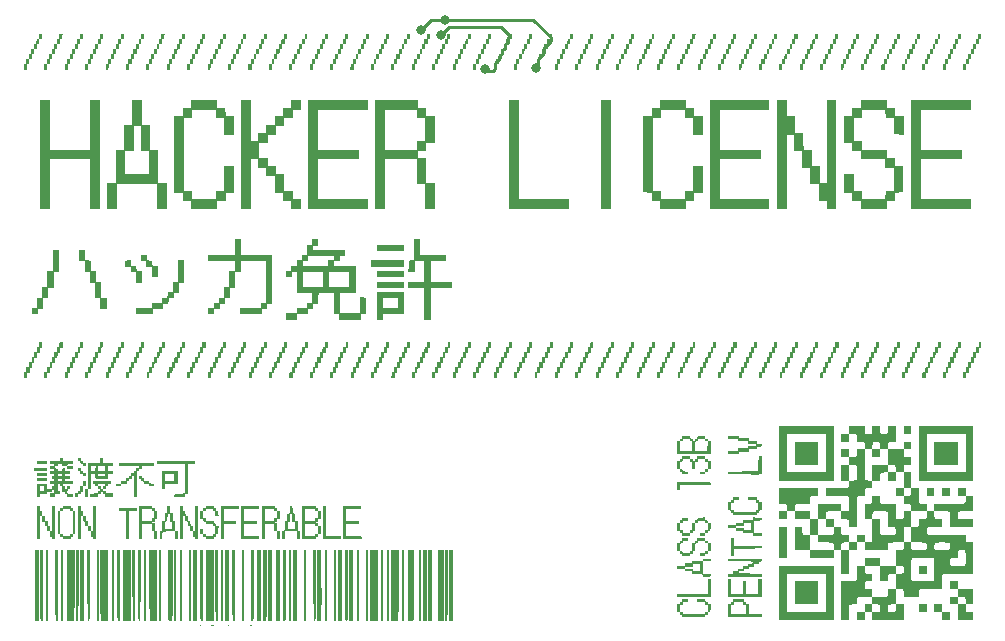
<source format=gtl>
%TF.GenerationSoftware,KiCad,Pcbnew,6.0.9*%
%TF.CreationDate,2022-11-22T21:59:44-08:00*%
%TF.ProjectId,hack_license,6861636b-5f6c-4696-9365-6e73652e6b69,rev?*%
%TF.SameCoordinates,Original*%
%TF.FileFunction,Copper,L1,Top*%
%TF.FilePolarity,Positive*%
%FSLAX46Y46*%
G04 Gerber Fmt 4.6, Leading zero omitted, Abs format (unit mm)*
G04 Created by KiCad (PCBNEW 6.0.9) date 2022-11-22 21:59:44*
%MOMM*%
%LPD*%
G01*
G04 APERTURE LIST*
%TA.AperFunction,ViaPad*%
%ADD10C,0.800000*%
%TD*%
%TA.AperFunction,Conductor*%
%ADD11C,0.250000*%
%TD*%
G04 APERTURE END LIST*
%TO.C,G\u002A\u002A\u002A*%
G36*
X119449538Y-56304830D02*
G01*
X119240699Y-56304830D01*
X119240699Y-56722507D01*
X119031861Y-56722507D01*
X119031861Y-57140185D01*
X118823022Y-57140185D01*
X118823022Y-57583967D01*
X118614183Y-57583967D01*
X118614183Y-57998642D01*
X118503238Y-58006669D01*
X118392292Y-58014696D01*
X118384695Y-58215497D01*
X118377098Y-58416297D01*
X118280276Y-58424335D01*
X118183454Y-58432374D01*
X118175872Y-58647738D01*
X118168290Y-58863103D01*
X117935458Y-58863103D01*
X117935458Y-58393216D01*
X118144296Y-58393216D01*
X118144296Y-57975539D01*
X118353135Y-57975539D01*
X118353135Y-57531757D01*
X118561974Y-57531757D01*
X118561974Y-57114080D01*
X118770812Y-57114080D01*
X118770812Y-56699404D01*
X118881758Y-56691377D01*
X118992703Y-56683350D01*
X119007867Y-56252620D01*
X119214594Y-56252620D01*
X119214594Y-55834943D01*
X119449538Y-55834943D01*
X119449538Y-56304830D01*
G37*
G36*
X145397739Y-56304830D02*
G01*
X145188901Y-56304830D01*
X145188901Y-56722507D01*
X144953957Y-56722507D01*
X144953957Y-57137033D01*
X144758171Y-57153237D01*
X144743007Y-57583967D01*
X144536280Y-57583967D01*
X144536280Y-58001644D01*
X144327441Y-58001644D01*
X144327441Y-58419321D01*
X144118603Y-58419321D01*
X144118603Y-58863103D01*
X143857554Y-58863103D01*
X143857554Y-58393216D01*
X144066393Y-58393216D01*
X144066393Y-57975539D01*
X144273120Y-57975539D01*
X144288284Y-57544809D01*
X144399230Y-57536782D01*
X144510175Y-57528755D01*
X144510175Y-57114080D01*
X144719014Y-57114080D01*
X144719014Y-56696402D01*
X144927852Y-56696402D01*
X144927852Y-56252620D01*
X145136691Y-56252620D01*
X145136691Y-55834943D01*
X145397739Y-55834943D01*
X145397739Y-56304830D01*
G37*
G36*
X123835149Y-102518211D02*
G01*
X123835026Y-103003458D01*
X123834640Y-103438690D01*
X123833969Y-103826105D01*
X123832991Y-104167896D01*
X123831682Y-104466260D01*
X123830021Y-104723391D01*
X123827984Y-104941486D01*
X123825550Y-105122739D01*
X123822694Y-105269346D01*
X123819396Y-105383502D01*
X123815632Y-105467403D01*
X123811379Y-105523243D01*
X123806615Y-105553219D01*
X123803824Y-105559424D01*
X123752554Y-105587472D01*
X123730730Y-105590750D01*
X123675917Y-105573334D01*
X123657637Y-105559424D01*
X123652588Y-105542498D01*
X123648062Y-105500892D01*
X123644037Y-105432412D01*
X123640490Y-105334861D01*
X123637398Y-105206045D01*
X123634739Y-105043767D01*
X123632491Y-104845833D01*
X123630629Y-104610048D01*
X123629133Y-104334215D01*
X123627980Y-104016140D01*
X123627146Y-103653627D01*
X123626609Y-103244481D01*
X123626346Y-102786506D01*
X123626311Y-102518211D01*
X123626311Y-99508324D01*
X123835149Y-99508324D01*
X123835149Y-102518211D01*
G37*
G36*
X102611922Y-102533692D02*
G01*
X102611874Y-102997728D01*
X102611703Y-103412316D01*
X102611372Y-103780219D01*
X102610844Y-104104197D01*
X102610081Y-104387012D01*
X102609046Y-104631426D01*
X102607701Y-104840200D01*
X102606008Y-105016098D01*
X102603931Y-105161879D01*
X102601432Y-105280306D01*
X102598473Y-105374141D01*
X102595016Y-105446144D01*
X102591025Y-105499079D01*
X102586461Y-105535707D01*
X102581288Y-105558789D01*
X102575468Y-105571087D01*
X102570630Y-105574904D01*
X102527774Y-105581715D01*
X102446362Y-105587059D01*
X102340045Y-105590211D01*
X102272289Y-105590750D01*
X102143372Y-105588687D01*
X102056788Y-105581603D01*
X102002791Y-105568157D01*
X101974219Y-105549728D01*
X101967893Y-105539571D01*
X101962244Y-105520593D01*
X101957235Y-105490002D01*
X101952829Y-105445007D01*
X101948987Y-105382815D01*
X101945672Y-105300636D01*
X101942846Y-105195676D01*
X101940471Y-105065144D01*
X101938511Y-104906249D01*
X101936926Y-104716198D01*
X101935680Y-104492199D01*
X101934735Y-104231462D01*
X101934054Y-103931193D01*
X101933597Y-103588602D01*
X101933329Y-103200895D01*
X101933211Y-102765283D01*
X101933197Y-102508515D01*
X101933197Y-99508324D01*
X102611922Y-99508324D01*
X102611922Y-102533692D01*
G37*
G36*
X117615674Y-81944869D02*
G01*
X117739671Y-81952826D01*
X117754757Y-82409660D01*
X117517780Y-82409660D01*
X117517780Y-82827338D01*
X117308942Y-82827338D01*
X117308942Y-83271120D01*
X117100103Y-83271120D01*
X117100103Y-83688797D01*
X116891264Y-83688797D01*
X116891264Y-84106474D01*
X116684537Y-84106474D01*
X116669373Y-84537204D01*
X116558428Y-84545231D01*
X116447482Y-84553258D01*
X116447482Y-84967934D01*
X116212539Y-84967934D01*
X116212539Y-84498047D01*
X116421378Y-84498047D01*
X116421378Y-84080370D01*
X116630216Y-84080370D01*
X116630216Y-83662692D01*
X116836943Y-83662692D01*
X116844525Y-83447327D01*
X116852107Y-83231963D01*
X116963053Y-83223935D01*
X117073998Y-83215908D01*
X117073998Y-82801233D01*
X117282837Y-82801233D01*
X117282837Y-82357451D01*
X117491676Y-82357451D01*
X117491676Y-81936913D01*
X117615674Y-81944869D01*
G37*
G36*
X160068654Y-96950051D02*
G01*
X159416033Y-96950051D01*
X159416033Y-96271325D01*
X160068654Y-96271325D01*
X160068654Y-96950051D01*
G37*
G36*
X107363001Y-97080575D02*
G01*
X107363001Y-96454059D01*
X107571840Y-96454059D01*
X107571840Y-95801438D01*
X107832888Y-95801438D01*
X107832888Y-96454059D01*
X108041727Y-96454059D01*
X108041727Y-97080575D01*
X108250566Y-97080575D01*
X108250566Y-97942034D01*
X108459404Y-97942034D01*
X108459404Y-98620760D01*
X108224461Y-98620760D01*
X108224461Y-97967036D01*
X107708890Y-97974114D01*
X107193320Y-97981192D01*
X107185990Y-98300976D01*
X107178661Y-98620760D01*
X106945324Y-98620760D01*
X106945324Y-97942034D01*
X107154163Y-97942034D01*
X107154163Y-97733196D01*
X107415211Y-97733196D01*
X108015622Y-97733196D01*
X108015622Y-97132785D01*
X107806783Y-97132785D01*
X107806783Y-96480164D01*
X107625657Y-96480164D01*
X107610997Y-97119732D01*
X107415211Y-97135936D01*
X107415211Y-97733196D01*
X107154163Y-97733196D01*
X107154163Y-97080575D01*
X107363001Y-97080575D01*
G37*
G36*
X115377184Y-96062487D02*
G01*
X114098048Y-96062487D01*
X114098048Y-97080575D01*
X115168346Y-97080575D01*
X115168346Y-97341623D01*
X114098048Y-97341623D01*
X114098048Y-98359712D01*
X115377184Y-98359712D01*
X115377184Y-98620760D01*
X113863104Y-98620760D01*
X113863104Y-95801438D01*
X115377184Y-95801438D01*
X115377184Y-96062487D01*
G37*
G36*
X151401850Y-100891880D02*
G01*
X151401850Y-100683042D01*
X152054471Y-100683042D01*
X152054471Y-100474203D01*
X152915930Y-100474203D01*
X152915930Y-100265364D01*
X153594656Y-100265364D01*
X153594656Y-100500308D01*
X152942035Y-100500308D01*
X152942035Y-101544501D01*
X153597517Y-101544501D01*
X153589560Y-101668499D01*
X153581604Y-101792497D01*
X153250306Y-101799792D01*
X152919007Y-101807086D01*
X152910943Y-101695372D01*
X152902878Y-101583658D01*
X152478675Y-101576485D01*
X152054471Y-101569313D01*
X152054471Y-101361767D01*
X151401850Y-101361767D01*
X151401850Y-101152929D01*
X150775334Y-101152929D01*
X150775334Y-101126824D01*
X151454060Y-101126824D01*
X152080576Y-101126824D01*
X152080576Y-101335662D01*
X152680987Y-101335662D01*
X152680987Y-100735251D01*
X152080576Y-100735251D01*
X152080576Y-100944090D01*
X151454060Y-100944090D01*
X151454060Y-101126824D01*
X150775334Y-101126824D01*
X150775334Y-100891880D01*
X151401850Y-100891880D01*
G37*
G36*
X127646455Y-75544090D02*
G01*
X124879343Y-75544090D01*
X124879343Y-75021993D01*
X127646455Y-75021993D01*
X127646455Y-75544090D01*
G37*
G36*
X173878109Y-94966084D02*
G01*
X173199384Y-94966084D01*
X173199384Y-94313463D01*
X173878109Y-94313463D01*
X173878109Y-94966084D01*
G37*
G36*
X114275272Y-56063360D02*
G01*
X114267729Y-56291778D01*
X114156783Y-56299805D01*
X114045838Y-56307832D01*
X114045838Y-56722507D01*
X113836999Y-56722507D01*
X113836999Y-57140185D01*
X113628161Y-57140185D01*
X113628161Y-57583967D01*
X113419322Y-57583967D01*
X113419322Y-58001644D01*
X113210483Y-58001644D01*
X113210483Y-58419321D01*
X113001645Y-58419321D01*
X113001645Y-58863103D01*
X112740596Y-58863103D01*
X112740596Y-58393216D01*
X112949435Y-58393216D01*
X112949435Y-57975539D01*
X113156162Y-57975539D01*
X113171326Y-57544809D01*
X113282272Y-57536782D01*
X113393217Y-57528755D01*
X113393217Y-57114080D01*
X113602056Y-57114080D01*
X113602056Y-56696402D01*
X113810894Y-56696402D01*
X113810894Y-56252620D01*
X114019733Y-56252620D01*
X114019733Y-55834943D01*
X114282814Y-55834943D01*
X114275272Y-56063360D01*
G37*
G36*
X129839260Y-82409660D02*
G01*
X129630422Y-82409660D01*
X129630422Y-82827338D01*
X129423695Y-82827338D01*
X129416113Y-83042703D01*
X129408531Y-83258067D01*
X129310638Y-83266169D01*
X129212744Y-83274271D01*
X129212744Y-83688797D01*
X128977801Y-83688797D01*
X128977801Y-84103323D01*
X128782015Y-84119527D01*
X128774433Y-84334892D01*
X128766851Y-84550256D01*
X128560124Y-84550256D01*
X128560124Y-84967934D01*
X128325180Y-84967934D01*
X128325180Y-84498047D01*
X128534019Y-84498047D01*
X128534019Y-84080370D01*
X128742857Y-84080370D01*
X128742857Y-83662692D01*
X128951696Y-83662692D01*
X128951696Y-83218910D01*
X129160535Y-83218910D01*
X129160535Y-82801233D01*
X129367262Y-82801233D01*
X129382426Y-82370503D01*
X129493371Y-82362476D01*
X129604317Y-82354449D01*
X129604317Y-81939773D01*
X129839260Y-81939773D01*
X129839260Y-82409660D01*
G37*
G36*
X97521480Y-102518211D02*
G01*
X97521357Y-103003458D01*
X97520971Y-103438690D01*
X97520300Y-103826105D01*
X97519322Y-104167896D01*
X97518013Y-104466260D01*
X97516352Y-104723391D01*
X97514315Y-104941486D01*
X97511881Y-105122739D01*
X97509025Y-105269346D01*
X97505727Y-105383502D01*
X97501963Y-105467403D01*
X97497710Y-105523243D01*
X97492946Y-105553219D01*
X97490154Y-105559424D01*
X97438885Y-105587472D01*
X97417061Y-105590750D01*
X97362248Y-105573334D01*
X97343967Y-105559424D01*
X97338918Y-105542498D01*
X97334393Y-105500892D01*
X97330368Y-105432412D01*
X97326821Y-105334861D01*
X97323729Y-105206045D01*
X97321070Y-105043767D01*
X97318821Y-104845833D01*
X97316960Y-104610048D01*
X97315464Y-104334215D01*
X97314311Y-104016140D01*
X97313476Y-103653627D01*
X97312940Y-103244481D01*
X97312677Y-102786506D01*
X97312642Y-102518211D01*
X97312642Y-99508324D01*
X97521480Y-99508324D01*
X97521480Y-102518211D01*
G37*
G36*
X119371223Y-102518211D02*
G01*
X119371100Y-103003458D01*
X119370714Y-103438690D01*
X119370043Y-103826105D01*
X119369065Y-104167896D01*
X119367756Y-104466260D01*
X119366095Y-104723391D01*
X119364058Y-104941486D01*
X119361624Y-105122739D01*
X119358768Y-105269346D01*
X119355470Y-105383502D01*
X119351706Y-105467403D01*
X119347453Y-105523243D01*
X119342689Y-105553219D01*
X119339898Y-105559424D01*
X119288628Y-105587472D01*
X119266804Y-105590750D01*
X119211991Y-105573334D01*
X119193711Y-105559424D01*
X119188662Y-105542498D01*
X119184136Y-105500892D01*
X119180111Y-105432412D01*
X119176564Y-105334861D01*
X119173472Y-105206045D01*
X119170813Y-105043767D01*
X119168565Y-104845833D01*
X119166703Y-104610048D01*
X119165207Y-104334215D01*
X119164054Y-104016140D01*
X119163220Y-103653627D01*
X119162683Y-103244481D01*
X119162420Y-102786506D01*
X119162385Y-102518211D01*
X119162385Y-99508324D01*
X119371223Y-99508324D01*
X119371223Y-102518211D01*
G37*
G36*
X104543680Y-102518211D02*
G01*
X104543556Y-103003458D01*
X104543170Y-103438690D01*
X104542499Y-103826105D01*
X104541521Y-104167896D01*
X104540212Y-104466260D01*
X104538551Y-104723391D01*
X104536515Y-104941486D01*
X104534080Y-105122739D01*
X104531225Y-105269346D01*
X104527926Y-105383502D01*
X104524162Y-105467403D01*
X104519910Y-105523243D01*
X104515146Y-105553219D01*
X104512354Y-105559424D01*
X104475985Y-105570848D01*
X104400885Y-105579868D01*
X104300491Y-105586175D01*
X104188241Y-105589464D01*
X104077569Y-105589427D01*
X103981914Y-105585758D01*
X103914712Y-105578150D01*
X103897585Y-105573461D01*
X103892418Y-105561665D01*
X103887789Y-105529087D01*
X103883673Y-105473353D01*
X103880045Y-105392090D01*
X103876878Y-105282923D01*
X103874148Y-105143479D01*
X103871829Y-104971383D01*
X103869895Y-104764261D01*
X103868321Y-104519739D01*
X103867082Y-104235443D01*
X103866152Y-103909000D01*
X103865505Y-103538034D01*
X103865116Y-103120173D01*
X103864960Y-102653041D01*
X103864954Y-102534309D01*
X103864954Y-99508324D01*
X104543680Y-99508324D01*
X104543680Y-102518211D01*
G37*
G36*
X100680165Y-94156834D02*
G01*
X100471326Y-94156834D01*
X100471326Y-94600616D01*
X100262487Y-94600616D01*
X100262487Y-94809455D01*
X100053649Y-94809455D01*
X100053649Y-95018293D01*
X99792601Y-95018293D01*
X99792601Y-94757245D01*
X100001439Y-94757245D01*
X100001439Y-94548407D01*
X100236383Y-94548407D01*
X100236383Y-94130729D01*
X100445221Y-94130729D01*
X100445221Y-93686947D01*
X100680165Y-93686947D01*
X100680165Y-94156834D01*
G37*
G36*
X150592601Y-82409660D02*
G01*
X150383762Y-82409660D01*
X150383762Y-82827338D01*
X150177035Y-82827338D01*
X150169453Y-83042703D01*
X150161871Y-83258067D01*
X150050925Y-83266095D01*
X149939980Y-83274122D01*
X149939980Y-83688797D01*
X149731141Y-83688797D01*
X149731141Y-84106474D01*
X149522302Y-84106474D01*
X149522302Y-84550256D01*
X149313464Y-84550256D01*
X149313464Y-84967934D01*
X149050383Y-84967934D01*
X149057925Y-84739516D01*
X149065468Y-84511099D01*
X149176413Y-84503072D01*
X149287359Y-84495045D01*
X149287359Y-84080370D01*
X149496198Y-84080370D01*
X149496198Y-83662692D01*
X149705036Y-83662692D01*
X149705036Y-83218910D01*
X149913875Y-83218910D01*
X149913875Y-82801233D01*
X150120602Y-82801233D01*
X150135766Y-82370503D01*
X150331552Y-82354299D01*
X150331552Y-81939773D01*
X150592601Y-81939773D01*
X150592601Y-82409660D01*
G37*
G36*
X162705242Y-104154984D02*
G01*
X160721275Y-104154984D01*
X160721275Y-102197122D01*
X162705242Y-102197122D01*
X162705242Y-104154984D01*
G37*
G36*
X157777955Y-101993445D02*
G01*
X157915005Y-102001336D01*
X157915005Y-103515416D01*
X155082631Y-103528918D01*
X155082631Y-101988283D01*
X155343680Y-101988283D01*
X155343680Y-103267420D01*
X156360687Y-103267420D01*
X156367754Y-102738797D01*
X156374820Y-102210174D01*
X156498818Y-102202218D01*
X156622816Y-102194261D01*
X156622816Y-103267420D01*
X157640905Y-103267420D01*
X157640905Y-101985555D01*
X157777955Y-101993445D01*
G37*
G36*
X106762590Y-102533692D02*
G01*
X106762542Y-102997728D01*
X106762371Y-103412316D01*
X106762040Y-103780219D01*
X106761512Y-104104197D01*
X106760749Y-104387012D01*
X106759714Y-104631426D01*
X106758369Y-104840200D01*
X106756676Y-105016098D01*
X106754599Y-105161879D01*
X106752100Y-105280306D01*
X106749141Y-105374141D01*
X106745684Y-105446144D01*
X106741693Y-105499079D01*
X106737129Y-105535707D01*
X106731956Y-105558789D01*
X106726136Y-105571087D01*
X106721298Y-105574904D01*
X106667861Y-105584906D01*
X106580989Y-105590439D01*
X106474288Y-105591854D01*
X106361363Y-105589496D01*
X106255817Y-105583714D01*
X106171257Y-105574854D01*
X106121288Y-105563265D01*
X106115190Y-105559424D01*
X106110141Y-105542498D01*
X106105616Y-105500892D01*
X106101591Y-105432412D01*
X106098044Y-105334861D01*
X106094952Y-105206045D01*
X106092293Y-105043767D01*
X106090044Y-104845833D01*
X106088183Y-104610048D01*
X106086687Y-104334215D01*
X106085534Y-104016140D01*
X106084699Y-103653627D01*
X106084163Y-103244481D01*
X106083900Y-102786506D01*
X106083865Y-102518211D01*
X106083865Y-99508324D01*
X106762590Y-99508324D01*
X106762590Y-102533692D01*
G37*
G36*
X150984173Y-90319424D02*
G01*
X150984173Y-90215005D01*
X150986712Y-90148168D01*
X151004231Y-90118469D01*
X151051585Y-90110836D01*
X151087091Y-90110585D01*
X151151739Y-90108029D01*
X151182655Y-90090646D01*
X151194410Y-90043866D01*
X151198037Y-89999640D01*
X151206064Y-89888694D01*
X151858685Y-89888694D01*
X151866712Y-89999640D01*
X151874111Y-90069130D01*
X151892550Y-90101102D01*
X151936598Y-90110125D01*
X151977658Y-90110585D01*
X152043534Y-90113161D01*
X152072806Y-90130936D01*
X152080329Y-90178981D01*
X152080576Y-90215005D01*
X152083342Y-90281861D01*
X152100421Y-90311572D01*
X152144983Y-90319190D01*
X152171943Y-90319424D01*
X152230442Y-90316263D01*
X152256439Y-90296744D01*
X152263105Y-90245816D01*
X152263310Y-90215005D01*
X152265848Y-90148168D01*
X152283367Y-90118469D01*
X152330722Y-90110836D01*
X152366228Y-90110585D01*
X152430876Y-90108029D01*
X152461792Y-90090646D01*
X152473547Y-90043866D01*
X152477174Y-89999640D01*
X152485201Y-89888694D01*
X152818037Y-89881388D01*
X153150874Y-89874082D01*
X153150874Y-90110585D01*
X153359713Y-90110585D01*
X153359713Y-90319424D01*
X153594656Y-90319424D01*
X153594656Y-91415827D01*
X150775334Y-91415827D01*
X150775334Y-90745803D01*
X151010278Y-90745803D01*
X151011392Y-90885437D01*
X151014466Y-91006251D01*
X151019091Y-91098779D01*
X151024862Y-91153556D01*
X151028228Y-91164027D01*
X151058788Y-91169273D01*
X151133155Y-91173174D01*
X151242935Y-91175550D01*
X151379739Y-91176226D01*
X151535175Y-91175024D01*
X151543798Y-91174904D01*
X152041419Y-91167831D01*
X152046573Y-90873049D01*
X152293468Y-90873049D01*
X152293687Y-90992878D01*
X152295700Y-91085051D01*
X152299359Y-91139229D01*
X152301116Y-91147618D01*
X152316414Y-91159877D01*
X152355439Y-91168582D01*
X152424163Y-91174047D01*
X152528561Y-91176590D01*
X152674606Y-91176526D01*
X152817435Y-91174923D01*
X153320555Y-91167831D01*
X153334933Y-90345529D01*
X153124769Y-90345529D01*
X153124769Y-90136690D01*
X152524358Y-90136690D01*
X152524358Y-90239609D01*
X152521802Y-90304256D01*
X152504419Y-90335172D01*
X152457638Y-90346927D01*
X152413412Y-90350554D01*
X152302467Y-90358581D01*
X152295191Y-90735901D01*
X152293468Y-90873049D01*
X152046573Y-90873049D01*
X152055797Y-90345529D01*
X151845632Y-90345529D01*
X151845632Y-90136690D01*
X151219116Y-90136690D01*
X151219116Y-90345529D01*
X151010278Y-90345529D01*
X151010278Y-90745803D01*
X150775334Y-90745803D01*
X150775334Y-90319424D01*
X150984173Y-90319424D01*
G37*
G36*
X101313207Y-93091919D02*
G01*
X101123947Y-93084249D01*
X101123947Y-94362671D01*
X101013001Y-94370698D01*
X100902056Y-94378725D01*
X100887396Y-95018293D01*
X100654060Y-95018293D01*
X100654060Y-94339568D01*
X100862899Y-94339568D01*
X100862899Y-92853880D01*
X101123947Y-92853880D01*
X101180380Y-92851593D01*
X101750463Y-92851593D01*
X102350874Y-92851593D01*
X102350874Y-92460020D01*
X101750463Y-92460020D01*
X101750463Y-92851593D01*
X101180380Y-92851593D01*
X101502467Y-92838540D01*
X101517807Y-92460020D01*
X101123947Y-92460020D01*
X101123947Y-92853880D01*
X100862899Y-92853880D01*
X100862899Y-92198972D01*
X101933197Y-92198972D01*
X101933197Y-91781294D01*
X102168140Y-91781294D01*
X102168140Y-92198972D01*
X103029600Y-92198972D01*
X103029600Y-92460020D01*
X102611922Y-92460020D01*
X102611922Y-92851593D01*
X103029600Y-92851593D01*
X103029600Y-93086536D01*
X102611922Y-93086536D01*
X102611922Y-93530318D01*
X101517631Y-93530318D01*
X101508441Y-93269270D01*
X101750463Y-93269270D01*
X102350874Y-93269270D01*
X102350874Y-93086536D01*
X101750463Y-93086536D01*
X101750463Y-93269270D01*
X101508441Y-93269270D01*
X101502467Y-93099588D01*
X101313207Y-93091919D01*
G37*
G36*
X116499692Y-102518211D02*
G01*
X116499568Y-103003458D01*
X116499182Y-103438690D01*
X116498512Y-103826105D01*
X116497533Y-104167896D01*
X116496225Y-104466260D01*
X116494564Y-104723391D01*
X116492527Y-104941486D01*
X116490092Y-105122739D01*
X116487237Y-105269346D01*
X116483939Y-105383502D01*
X116480175Y-105467403D01*
X116475922Y-105523243D01*
X116471158Y-105553219D01*
X116468366Y-105559424D01*
X116424695Y-105578398D01*
X116351321Y-105589529D01*
X116316958Y-105590750D01*
X116237782Y-105584307D01*
X116178876Y-105568070D01*
X116165550Y-105559424D01*
X116160501Y-105542498D01*
X116155975Y-105500892D01*
X116151950Y-105432412D01*
X116148403Y-105334861D01*
X116145312Y-105206045D01*
X116142653Y-105043767D01*
X116140404Y-104845833D01*
X116138543Y-104610048D01*
X116137047Y-104334215D01*
X116135893Y-104016140D01*
X116135059Y-103653627D01*
X116134522Y-103244481D01*
X116134260Y-102786506D01*
X116134224Y-102518211D01*
X116134224Y-99508324D01*
X116499692Y-99508324D01*
X116499692Y-102518211D01*
G37*
G36*
X171894142Y-101544501D02*
G01*
X171241521Y-101544501D01*
X171241521Y-100891880D01*
X171894142Y-100891880D01*
X171894142Y-101544501D01*
G37*
G36*
X164010483Y-97602672D02*
G01*
X163357863Y-97602672D01*
X163357863Y-96950051D01*
X164010483Y-96950051D01*
X164010483Y-97602672D01*
G37*
G36*
X127646455Y-102533692D02*
G01*
X127646406Y-102997728D01*
X127646235Y-103412316D01*
X127645904Y-103780219D01*
X127645376Y-104104197D01*
X127644613Y-104387012D01*
X127643578Y-104631426D01*
X127642233Y-104840200D01*
X127640541Y-105016098D01*
X127638464Y-105161879D01*
X127635964Y-105280306D01*
X127633005Y-105374141D01*
X127629549Y-105446144D01*
X127625557Y-105499079D01*
X127620994Y-105535707D01*
X127615820Y-105558789D01*
X127610000Y-105571087D01*
X127605162Y-105574904D01*
X127552244Y-105587958D01*
X127499883Y-105574874D01*
X127496352Y-105573461D01*
X127491185Y-105561665D01*
X127486556Y-105529087D01*
X127482440Y-105473353D01*
X127478812Y-105392090D01*
X127475645Y-105282923D01*
X127472915Y-105143479D01*
X127470596Y-104971383D01*
X127468662Y-104764261D01*
X127467088Y-104519739D01*
X127465849Y-104235443D01*
X127464919Y-103909000D01*
X127464272Y-103538034D01*
X127463883Y-103120173D01*
X127463727Y-102653041D01*
X127463721Y-102534309D01*
X127463721Y-99508324D01*
X127646455Y-99508324D01*
X127646455Y-102533692D01*
G37*
G36*
X173878109Y-105486330D02*
G01*
X173199384Y-105486330D01*
X173199384Y-104833710D01*
X173878109Y-104833710D01*
X173878109Y-105486330D01*
G37*
G36*
X111826927Y-62124692D02*
G01*
X112518705Y-62139260D01*
X112533273Y-62831038D01*
X113210483Y-62831038D01*
X113210483Y-64371223D01*
X112401234Y-64371223D01*
X112401234Y-62961562D01*
X111696403Y-62961562D01*
X111696403Y-62256731D01*
X109712436Y-62256731D01*
X109712436Y-62961562D01*
X109033711Y-62961562D01*
X109033711Y-69148407D01*
X109712436Y-69148407D01*
X109712436Y-69853237D01*
X111696403Y-69853237D01*
X111696403Y-69148407D01*
X112400641Y-69148407D01*
X112407464Y-68097687D01*
X112414286Y-67046968D01*
X112812385Y-67039762D01*
X113210483Y-67032555D01*
X113210483Y-69278931D01*
X112531758Y-69278931D01*
X112531758Y-69957656D01*
X111826927Y-69957656D01*
X111826927Y-70688592D01*
X109608017Y-70688592D01*
X109608017Y-69957656D01*
X108903186Y-69957656D01*
X108903186Y-69278931D01*
X108198356Y-69278931D01*
X108198356Y-62831038D01*
X108903186Y-62831038D01*
X108903186Y-62126207D01*
X109608017Y-62126207D01*
X109608017Y-61447482D01*
X111826927Y-61447482D01*
X111826927Y-62124692D01*
G37*
G36*
X123339158Y-102533692D02*
G01*
X123339109Y-102997728D01*
X123338938Y-103412316D01*
X123338607Y-103780219D01*
X123338079Y-104104197D01*
X123337316Y-104387012D01*
X123336281Y-104631426D01*
X123334936Y-104840200D01*
X123333244Y-105016098D01*
X123331167Y-105161879D01*
X123328667Y-105280306D01*
X123325708Y-105374141D01*
X123322252Y-105446144D01*
X123318260Y-105499079D01*
X123313697Y-105535707D01*
X123308523Y-105558789D01*
X123302703Y-105571087D01*
X123297865Y-105574904D01*
X123238432Y-105585560D01*
X123155044Y-105588175D01*
X123074939Y-105582896D01*
X123032426Y-105573461D01*
X123027259Y-105561665D01*
X123022630Y-105529087D01*
X123018514Y-105473353D01*
X123014886Y-105392090D01*
X123011719Y-105282923D01*
X123008989Y-105143479D01*
X123006670Y-104971383D01*
X123004736Y-104764261D01*
X123003162Y-104519739D01*
X123001923Y-104235443D01*
X123000993Y-103909000D01*
X123000346Y-103538034D01*
X122999957Y-103120173D01*
X122999801Y-102653041D01*
X122999795Y-102534309D01*
X122999795Y-99508324D01*
X123339158Y-99508324D01*
X123339158Y-102533692D01*
G37*
G36*
X110469476Y-105933733D02*
G01*
X110447115Y-105950641D01*
X110404214Y-105956217D01*
X110355095Y-105952781D01*
X110338952Y-105946208D01*
X110361123Y-105934469D01*
X110404214Y-105923723D01*
X110452722Y-105921933D01*
X110469476Y-105933733D01*
G37*
G36*
X126393423Y-82409660D02*
G01*
X126184584Y-82409660D01*
X126184584Y-82824336D01*
X126073639Y-82832363D01*
X125962693Y-82840390D01*
X125947529Y-83271120D01*
X125740802Y-83271120D01*
X125740802Y-83688797D01*
X125531963Y-83688797D01*
X125531963Y-84106474D01*
X125323125Y-84106474D01*
X125323125Y-84550256D01*
X125114286Y-84550256D01*
X125114286Y-84967934D01*
X124851205Y-84967934D01*
X124858748Y-84739516D01*
X124866290Y-84511099D01*
X125062076Y-84494895D01*
X125062076Y-84080370D01*
X125270915Y-84080370D01*
X125270915Y-83665694D01*
X125381861Y-83657667D01*
X125492806Y-83649640D01*
X125507970Y-83218910D01*
X125714697Y-83218910D01*
X125714697Y-82801233D01*
X125923536Y-82801233D01*
X125923536Y-82357451D01*
X126132374Y-82357451D01*
X126132374Y-81939773D01*
X126393423Y-81939773D01*
X126393423Y-82409660D01*
G37*
G36*
X151532374Y-62126207D02*
G01*
X152211100Y-62126207D01*
X152211100Y-62831038D01*
X152915930Y-62831038D01*
X152915930Y-64371223D01*
X152106681Y-64371223D01*
X152106681Y-62961562D01*
X151401850Y-62961562D01*
X151401850Y-62256731D01*
X149417883Y-62256731D01*
X149417883Y-62961562D01*
X148713053Y-62961562D01*
X148713053Y-69148407D01*
X149417883Y-69148407D01*
X149417883Y-69853237D01*
X151401850Y-69853237D01*
X151401850Y-69148407D01*
X152106681Y-69148407D01*
X152106681Y-67033915D01*
X152915930Y-67033915D01*
X152915930Y-69278931D01*
X152211100Y-69278931D01*
X152211100Y-69957656D01*
X151533848Y-69957656D01*
X151526585Y-70316598D01*
X151519322Y-70675539D01*
X150421023Y-70682345D01*
X150186458Y-70683389D01*
X149968196Y-70683570D01*
X149771742Y-70682944D01*
X149602600Y-70681562D01*
X149466273Y-70679480D01*
X149368266Y-70676749D01*
X149314083Y-70673425D01*
X149305042Y-70671468D01*
X149298506Y-70640154D01*
X149293062Y-70566863D01*
X149289202Y-70461824D01*
X149287422Y-70335267D01*
X149287359Y-70305721D01*
X149287359Y-69957656D01*
X148608633Y-69957656D01*
X148608633Y-69280404D01*
X147890751Y-69265878D01*
X147877493Y-62831038D01*
X148608633Y-62831038D01*
X148608633Y-62126207D01*
X149287359Y-62126207D01*
X149287359Y-61447482D01*
X151532374Y-61447482D01*
X151532374Y-62126207D01*
G37*
G36*
X131771018Y-105590750D02*
G01*
X131632662Y-105590750D01*
X131548378Y-105585153D01*
X131483939Y-105570832D01*
X131462981Y-105559424D01*
X131457932Y-105542498D01*
X131453406Y-105500892D01*
X131449381Y-105432412D01*
X131445834Y-105334861D01*
X131442742Y-105206045D01*
X131440083Y-105043767D01*
X131437835Y-104845833D01*
X131435974Y-104610048D01*
X131434478Y-104334215D01*
X131433324Y-104016140D01*
X131432490Y-103653627D01*
X131431953Y-103244481D01*
X131431691Y-102786506D01*
X131431655Y-102518211D01*
X131431655Y-99508324D01*
X131771018Y-99508324D01*
X131771018Y-105590750D01*
G37*
G36*
X153594656Y-103528468D02*
G01*
X150775334Y-103528468D01*
X150775334Y-103267420D01*
X153333608Y-103267420D01*
X153333608Y-101988283D01*
X153594656Y-101988283D01*
X153594656Y-103528468D01*
G37*
G36*
X103930216Y-65637307D02*
G01*
X103937039Y-64586587D01*
X103943861Y-63535868D01*
X104621994Y-63535868D01*
X104621994Y-61447482D01*
X105457349Y-61447482D01*
X105457349Y-63535868D01*
X106162179Y-63535868D01*
X106162179Y-65650359D01*
X106840905Y-65650359D01*
X106840905Y-68443576D01*
X107545735Y-68443576D01*
X107545735Y-70688592D01*
X106736485Y-70688592D01*
X106736485Y-68574100D01*
X103342857Y-68574100D01*
X103342857Y-70688592D01*
X102506942Y-70688592D01*
X102513749Y-69572610D01*
X102520555Y-68456629D01*
X102879497Y-68449366D01*
X103238438Y-68442103D01*
X103238438Y-67738746D01*
X104047688Y-67738746D01*
X106031655Y-67738746D01*
X106031655Y-65754779D01*
X105326825Y-65754779D01*
X105326825Y-63666392D01*
X104752518Y-63666392D01*
X104752518Y-65754779D01*
X104047688Y-65754779D01*
X104047688Y-67738746D01*
X103238438Y-67738746D01*
X103238438Y-65651875D01*
X103930216Y-65637307D01*
G37*
G36*
X113654265Y-96062487D02*
G01*
X112375129Y-96062487D01*
X112375129Y-97080575D01*
X113445427Y-97080575D01*
X113445427Y-97341623D01*
X112375129Y-97341623D01*
X112375129Y-98620760D01*
X112114080Y-98620760D01*
X112114080Y-95801438D01*
X113654265Y-95801438D01*
X113654265Y-96062487D01*
G37*
G36*
X127646455Y-76457759D02*
G01*
X125349230Y-76457759D01*
X125349230Y-75935662D01*
X127646455Y-75935662D01*
X127646455Y-76457759D01*
G37*
G36*
X100654060Y-75019961D02*
G01*
X100882477Y-75027503D01*
X101110894Y-75035046D01*
X101125180Y-75935662D01*
X101567729Y-75935662D01*
X101567729Y-76823227D01*
X102011511Y-76823227D01*
X102011511Y-78180678D01*
X102455293Y-78180678D01*
X102455293Y-79146557D01*
X101933197Y-79146557D01*
X101933197Y-78232888D01*
X101489415Y-78232888D01*
X101489415Y-76901541D01*
X101045632Y-76901541D01*
X101045632Y-76013977D01*
X100603083Y-76013977D01*
X100595941Y-75563669D01*
X100588798Y-75113360D01*
X100360381Y-75105818D01*
X100131963Y-75098275D01*
X100131963Y-74134429D01*
X100654060Y-74134429D01*
X100654060Y-75019961D01*
G37*
G36*
X160068654Y-100213155D02*
G01*
X159416033Y-100213155D01*
X159416033Y-97602672D01*
X160068654Y-97602672D01*
X160068654Y-100213155D01*
G37*
G36*
X98435149Y-76013977D02*
G01*
X97991367Y-76013977D01*
X97991367Y-77343291D01*
X97762950Y-77350833D01*
X97534533Y-77358376D01*
X97520227Y-78230796D01*
X97090751Y-78245940D01*
X97083608Y-78696248D01*
X97076465Y-79146557D01*
X96633916Y-79146557D01*
X96633916Y-79590339D01*
X96111819Y-79590339D01*
X96111819Y-79068242D01*
X96555602Y-79068242D01*
X96555602Y-78180678D01*
X96998151Y-78180678D01*
X97005293Y-77730370D01*
X97012436Y-77280061D01*
X97443166Y-77264897D01*
X97443166Y-75935662D01*
X97913053Y-75935662D01*
X97913053Y-74134429D01*
X98435149Y-74134429D01*
X98435149Y-76013977D01*
G37*
G36*
X97443166Y-93739157D02*
G01*
X96555602Y-93739157D01*
X96555602Y-93478108D01*
X97443166Y-93478108D01*
X97443166Y-93739157D01*
G37*
G36*
X152315519Y-82409660D02*
G01*
X152106681Y-82409660D01*
X152106681Y-82827338D01*
X151899954Y-82827338D01*
X151892372Y-83042703D01*
X151884790Y-83258067D01*
X151786897Y-83266169D01*
X151689003Y-83274271D01*
X151689003Y-83688797D01*
X151454060Y-83688797D01*
X151454060Y-84103323D01*
X151258274Y-84119527D01*
X151250692Y-84334892D01*
X151243110Y-84550256D01*
X151036383Y-84550256D01*
X151036383Y-84967934D01*
X150801439Y-84967934D01*
X150801439Y-84498047D01*
X151010278Y-84498047D01*
X151010278Y-84080370D01*
X151219116Y-84080370D01*
X151219116Y-83662692D01*
X151427955Y-83662692D01*
X151427955Y-83218910D01*
X151636794Y-83218910D01*
X151636794Y-82801233D01*
X151843521Y-82801233D01*
X151858685Y-82370503D01*
X151969630Y-82362476D01*
X152080576Y-82354449D01*
X152080576Y-81939773D01*
X152315519Y-81939773D01*
X152315519Y-82409660D01*
G37*
G36*
X130048099Y-102518211D02*
G01*
X130047975Y-103003458D01*
X130047589Y-103438690D01*
X130046919Y-103826105D01*
X130045940Y-104167896D01*
X130044632Y-104466260D01*
X130042971Y-104723391D01*
X130040934Y-104941486D01*
X130038499Y-105122739D01*
X130035644Y-105269346D01*
X130032346Y-105383502D01*
X130028581Y-105467403D01*
X130024329Y-105523243D01*
X130019565Y-105553219D01*
X130016773Y-105559424D01*
X129973102Y-105578398D01*
X129899728Y-105589529D01*
X129865365Y-105590750D01*
X129786189Y-105584307D01*
X129727283Y-105568070D01*
X129713957Y-105559424D01*
X129708908Y-105542498D01*
X129704382Y-105500892D01*
X129700357Y-105432412D01*
X129696810Y-105334861D01*
X129693719Y-105206045D01*
X129691060Y-105043767D01*
X129688811Y-104845833D01*
X129686950Y-104610048D01*
X129685454Y-104334215D01*
X129684300Y-104016140D01*
X129683466Y-103653627D01*
X129682929Y-103244481D01*
X129682667Y-102786506D01*
X129682631Y-102518211D01*
X129682631Y-99508324D01*
X130048099Y-99508324D01*
X130048099Y-102518211D01*
G37*
G36*
X147120658Y-56304830D02*
G01*
X146911819Y-56304830D01*
X146911819Y-56722507D01*
X146702981Y-56722507D01*
X146702981Y-57140185D01*
X146496254Y-57140185D01*
X146488672Y-57355549D01*
X146481090Y-57570914D01*
X146370144Y-57578941D01*
X146259199Y-57586969D01*
X146259199Y-58001644D01*
X146050360Y-58001644D01*
X146050360Y-58419321D01*
X145841521Y-58419321D01*
X145841521Y-58863103D01*
X145578440Y-58863103D01*
X145593526Y-58406269D01*
X145704471Y-58398242D01*
X145815417Y-58390214D01*
X145815417Y-57975539D01*
X146024255Y-57975539D01*
X146024255Y-57531757D01*
X146233094Y-57531757D01*
X146233094Y-57114080D01*
X146441932Y-57114080D01*
X146441932Y-56696402D01*
X146650771Y-56696402D01*
X146650771Y-56252620D01*
X146859610Y-56252620D01*
X146859610Y-55834943D01*
X147120658Y-55834943D01*
X147120658Y-56304830D01*
G37*
G36*
X121120247Y-102518211D02*
G01*
X121120123Y-103003458D01*
X121119737Y-103438690D01*
X121119067Y-103826105D01*
X121118088Y-104167896D01*
X121116780Y-104466260D01*
X121115119Y-104723391D01*
X121113082Y-104941486D01*
X121110647Y-105122739D01*
X121107792Y-105269346D01*
X121104494Y-105383502D01*
X121100729Y-105467403D01*
X121096477Y-105523243D01*
X121091713Y-105553219D01*
X121088921Y-105559424D01*
X121037652Y-105587472D01*
X121015828Y-105590750D01*
X120961015Y-105573334D01*
X120942734Y-105559424D01*
X120937685Y-105542498D01*
X120933159Y-105500892D01*
X120929134Y-105432412D01*
X120925587Y-105334861D01*
X120922496Y-105206045D01*
X120919837Y-105043767D01*
X120917588Y-104845833D01*
X120915727Y-104610048D01*
X120914231Y-104334215D01*
X120913077Y-104016140D01*
X120912243Y-103653627D01*
X120911706Y-103244481D01*
X120911444Y-102786506D01*
X120911408Y-102518211D01*
X120911408Y-99508324D01*
X121120247Y-99508324D01*
X121120247Y-102518211D01*
G37*
G36*
X165315725Y-90371634D02*
G01*
X164663104Y-90371634D01*
X164663104Y-89719013D01*
X165315725Y-89719013D01*
X165315725Y-90371634D01*
G37*
G36*
X121198561Y-82409660D02*
G01*
X120989723Y-82409660D01*
X120989723Y-82827338D01*
X120782996Y-82827338D01*
X120775414Y-83042703D01*
X120767832Y-83258067D01*
X120572046Y-83274271D01*
X120572046Y-83688797D01*
X120337102Y-83688797D01*
X120337102Y-84103323D01*
X120141316Y-84119527D01*
X120133734Y-84334892D01*
X120126152Y-84550256D01*
X119919425Y-84550256D01*
X119919425Y-84967934D01*
X119656344Y-84967934D01*
X119663886Y-84739516D01*
X119671429Y-84511099D01*
X119782374Y-84503072D01*
X119893320Y-84495045D01*
X119893320Y-84080370D01*
X120102159Y-84080370D01*
X120102159Y-83662692D01*
X120310997Y-83662692D01*
X120310997Y-83218910D01*
X120519836Y-83218910D01*
X120519836Y-82801233D01*
X120726563Y-82801233D01*
X120741727Y-82370503D01*
X120935371Y-82354427D01*
X120942969Y-82153626D01*
X120950566Y-81952826D01*
X121074564Y-81944869D01*
X121198561Y-81936913D01*
X121198561Y-82409660D01*
G37*
G36*
X157510381Y-82409660D02*
G01*
X157301542Y-82409660D01*
X157301542Y-82824336D01*
X157190596Y-82832363D01*
X157079651Y-82840390D01*
X157064487Y-83271120D01*
X156857760Y-83271120D01*
X156857760Y-83688797D01*
X156648921Y-83688797D01*
X156648921Y-84106474D01*
X156440083Y-84106474D01*
X156440083Y-84550256D01*
X156231244Y-84550256D01*
X156231244Y-84967934D01*
X155968163Y-84967934D01*
X155975705Y-84739516D01*
X155983248Y-84511099D01*
X156179034Y-84494895D01*
X156179034Y-84080370D01*
X156413978Y-84080370D01*
X156413978Y-83665844D01*
X156609764Y-83649640D01*
X156624928Y-83218910D01*
X156831655Y-83218910D01*
X156831655Y-82801233D01*
X157038382Y-82801233D01*
X157053546Y-82370503D01*
X157249332Y-82354299D01*
X157249332Y-81939773D01*
X157510381Y-81939773D01*
X157510381Y-82409660D01*
G37*
G36*
X167952313Y-91676875D02*
G01*
X167299692Y-91676875D01*
X167299692Y-91024254D01*
X167952313Y-91024254D01*
X167952313Y-91676875D01*
G37*
G36*
X108041727Y-102533692D02*
G01*
X108041678Y-102997728D01*
X108041507Y-103412316D01*
X108041177Y-103780219D01*
X108040648Y-104104197D01*
X108039886Y-104387012D01*
X108038850Y-104631426D01*
X108037505Y-104840200D01*
X108035813Y-105016098D01*
X108033736Y-105161879D01*
X108031237Y-105280306D01*
X108028277Y-105374141D01*
X108024821Y-105446144D01*
X108020830Y-105499079D01*
X108016266Y-105535707D01*
X108011093Y-105558789D01*
X108005272Y-105571087D01*
X108000435Y-105574904D01*
X107934411Y-105588145D01*
X107850683Y-105590183D01*
X107770533Y-105582143D01*
X107715245Y-105565152D01*
X107707585Y-105559424D01*
X107702536Y-105542498D01*
X107698010Y-105500892D01*
X107693985Y-105432412D01*
X107690438Y-105334861D01*
X107687347Y-105206045D01*
X107684688Y-105043767D01*
X107682439Y-104845833D01*
X107680578Y-104610048D01*
X107679082Y-104334215D01*
X107677928Y-104016140D01*
X107677094Y-103653627D01*
X107676557Y-103244481D01*
X107676295Y-102786506D01*
X107676259Y-102518211D01*
X107676259Y-99508324D01*
X108041727Y-99508324D01*
X108041727Y-102533692D01*
G37*
G36*
X100445221Y-56304830D02*
G01*
X100236383Y-56304830D01*
X100236383Y-56722507D01*
X100001439Y-56722507D01*
X100001439Y-57137033D01*
X99805653Y-57153237D01*
X99790489Y-57583967D01*
X99583762Y-57583967D01*
X99583762Y-58001644D01*
X99374923Y-58001644D01*
X99374923Y-58419321D01*
X99166085Y-58419321D01*
X99166085Y-58863103D01*
X98905036Y-58863103D01*
X98905036Y-58393216D01*
X99113875Y-58393216D01*
X99113875Y-57978541D01*
X99224820Y-57970514D01*
X99335766Y-57962487D01*
X99350930Y-57531757D01*
X99557657Y-57531757D01*
X99557657Y-57114080D01*
X99766496Y-57114080D01*
X99766496Y-56696402D01*
X99975334Y-56696402D01*
X99975334Y-56252620D01*
X100184173Y-56252620D01*
X100184173Y-55834943D01*
X100445221Y-55834943D01*
X100445221Y-56304830D01*
G37*
G36*
X121015828Y-98359712D02*
G01*
X122294964Y-98359712D01*
X122294964Y-98620760D01*
X120780884Y-98620760D01*
X120780884Y-95801438D01*
X121015828Y-95801438D01*
X121015828Y-98359712D01*
G37*
G36*
X157484276Y-56304830D02*
G01*
X157275437Y-56304830D01*
X157275437Y-56722507D01*
X157066598Y-56722507D01*
X157066598Y-57140185D01*
X156857760Y-57140185D01*
X156857760Y-57583967D01*
X156648921Y-57583967D01*
X156648921Y-57998642D01*
X156537976Y-58006669D01*
X156427030Y-58014696D01*
X156419433Y-58215497D01*
X156411836Y-58416297D01*
X156315014Y-58424335D01*
X156218191Y-58432374D01*
X156210610Y-58647738D01*
X156203028Y-58863103D01*
X155970196Y-58863103D01*
X155970196Y-58393216D01*
X156179034Y-58393216D01*
X156179034Y-57975539D01*
X156387873Y-57975539D01*
X156387873Y-57531757D01*
X156596712Y-57531757D01*
X156596712Y-57114080D01*
X156831655Y-57114080D01*
X156831655Y-56699554D01*
X157027441Y-56683350D01*
X157042605Y-56252620D01*
X157249332Y-56252620D01*
X157249332Y-55834943D01*
X157484276Y-55834943D01*
X157484276Y-56304830D01*
G37*
G36*
X104856938Y-102518211D02*
G01*
X104856814Y-103003458D01*
X104856428Y-103438690D01*
X104855757Y-103826105D01*
X104854779Y-104167896D01*
X104853470Y-104466260D01*
X104851809Y-104723391D01*
X104849773Y-104941486D01*
X104847338Y-105122739D01*
X104844483Y-105269346D01*
X104841184Y-105383502D01*
X104837420Y-105467403D01*
X104833167Y-105523243D01*
X104828404Y-105553219D01*
X104825612Y-105559424D01*
X104774343Y-105587472D01*
X104752518Y-105590750D01*
X104697705Y-105573334D01*
X104679425Y-105559424D01*
X104674376Y-105542498D01*
X104669850Y-105500892D01*
X104665825Y-105432412D01*
X104662278Y-105334861D01*
X104659186Y-105206045D01*
X104656527Y-105043767D01*
X104654279Y-104845833D01*
X104652418Y-104610048D01*
X104650922Y-104334215D01*
X104649768Y-104016140D01*
X104648934Y-103653627D01*
X104648397Y-103244481D01*
X104648135Y-102786506D01*
X104648099Y-102518211D01*
X104648099Y-99508324D01*
X104856938Y-99508324D01*
X104856938Y-102518211D01*
G37*
G36*
X100262487Y-92851593D02*
G01*
X100471326Y-92851593D01*
X100471326Y-93060431D01*
X100680165Y-93060431D01*
X100680165Y-93295375D01*
X100564269Y-93295375D01*
X100492525Y-93293202D01*
X100457675Y-93278623D01*
X100444401Y-93239546D01*
X100440271Y-93197482D01*
X100430715Y-93132824D01*
X100405508Y-93103499D01*
X100348005Y-93092638D01*
X100335763Y-93091575D01*
X100271713Y-93081858D01*
X100242849Y-93055879D01*
X100232157Y-92996621D01*
X100231344Y-92987156D01*
X100222971Y-92926408D01*
X100200880Y-92897197D01*
X100149381Y-92885750D01*
X100112385Y-92882723D01*
X100001439Y-92874695D01*
X100001439Y-92642754D01*
X100262487Y-92642754D01*
X100262487Y-92851593D01*
G37*
G36*
X162679137Y-56304830D02*
G01*
X162470298Y-56304830D01*
X162470298Y-56722507D01*
X162261460Y-56722507D01*
X162261460Y-57140185D01*
X162054733Y-57140185D01*
X162047151Y-57355549D01*
X162039569Y-57570914D01*
X161928623Y-57578941D01*
X161817678Y-57586969D01*
X161817678Y-58001644D01*
X161608839Y-58001644D01*
X161608839Y-58419321D01*
X161400000Y-58419321D01*
X161400000Y-58863103D01*
X161136919Y-58863103D01*
X161144462Y-58634686D01*
X161152004Y-58406269D01*
X161262950Y-58398242D01*
X161373895Y-58390214D01*
X161373895Y-57975539D01*
X161582734Y-57975539D01*
X161582734Y-57531757D01*
X161791573Y-57531757D01*
X161791573Y-57114080D01*
X162000411Y-57114080D01*
X162000411Y-56696402D01*
X162207139Y-56696402D01*
X162214721Y-56481038D01*
X162222302Y-56265673D01*
X162320196Y-56257571D01*
X162418089Y-56249469D01*
X162418089Y-55834943D01*
X162679137Y-55834943D01*
X162679137Y-56304830D01*
G37*
G36*
X154038438Y-56304830D02*
G01*
X153829600Y-56304830D01*
X153829600Y-56722507D01*
X153620761Y-56722507D01*
X153620761Y-57137183D01*
X153509815Y-57145210D01*
X153398870Y-57153237D01*
X153383706Y-57583967D01*
X153176979Y-57583967D01*
X153176979Y-58001644D01*
X152968140Y-58001644D01*
X152968140Y-58419321D01*
X152759301Y-58419321D01*
X152759301Y-58863103D01*
X152498253Y-58863103D01*
X152498253Y-58393216D01*
X152733197Y-58393216D01*
X152733197Y-57978691D01*
X152928983Y-57962487D01*
X152944147Y-57531757D01*
X153150874Y-57531757D01*
X153150874Y-57114080D01*
X153359713Y-57114080D01*
X153359713Y-56696402D01*
X153568551Y-56696402D01*
X153568551Y-56252620D01*
X153777390Y-56252620D01*
X153777390Y-55834943D01*
X154038438Y-55834943D01*
X154038438Y-56304830D01*
G37*
G36*
X96999384Y-82409660D02*
G01*
X96790545Y-82409660D01*
X96790545Y-82824336D01*
X96679600Y-82832363D01*
X96568654Y-82840390D01*
X96553490Y-83271120D01*
X96346763Y-83271120D01*
X96346763Y-83688797D01*
X96137924Y-83688797D01*
X96137924Y-84106474D01*
X95929086Y-84106474D01*
X95929086Y-84550256D01*
X95720247Y-84550256D01*
X95720247Y-84967934D01*
X95457166Y-84967934D01*
X95464709Y-84739516D01*
X95472251Y-84511099D01*
X95668037Y-84494895D01*
X95668037Y-84080370D01*
X95902981Y-84080370D01*
X95902981Y-83665844D01*
X96098767Y-83649640D01*
X96113931Y-83218910D01*
X96320658Y-83218910D01*
X96320658Y-82801233D01*
X96527385Y-82801233D01*
X96542549Y-82370503D01*
X96738335Y-82354299D01*
X96738335Y-81939773D01*
X96999384Y-81939773D01*
X96999384Y-82409660D01*
G37*
G36*
X164402056Y-56304830D02*
G01*
X164193217Y-56304830D01*
X164193217Y-56722507D01*
X163984379Y-56722507D01*
X163984379Y-57140185D01*
X163775540Y-57140185D01*
X163775540Y-57583967D01*
X163566701Y-57583967D01*
X163566701Y-57998642D01*
X163455756Y-58006669D01*
X163344810Y-58014696D01*
X163337213Y-58215497D01*
X163329616Y-58416297D01*
X163232794Y-58424335D01*
X163135972Y-58432374D01*
X163128390Y-58647738D01*
X163120808Y-58863103D01*
X162887976Y-58863103D01*
X162887976Y-58393216D01*
X163096814Y-58393216D01*
X163096814Y-57975539D01*
X163305653Y-57975539D01*
X163305653Y-57531757D01*
X163514492Y-57531757D01*
X163514492Y-57114080D01*
X163723330Y-57114080D01*
X163723330Y-56699404D01*
X163834276Y-56691377D01*
X163945221Y-56683350D01*
X163960385Y-56252620D01*
X164167112Y-56252620D01*
X164167112Y-55834943D01*
X164402056Y-55834943D01*
X164402056Y-56304830D01*
G37*
G36*
X151662899Y-98775278D02*
G01*
X151447534Y-98782860D01*
X151232169Y-98790441D01*
X151224156Y-98886847D01*
X151214439Y-98950898D01*
X151188460Y-98979761D01*
X151129201Y-98990454D01*
X151119736Y-98991267D01*
X151023330Y-98999280D01*
X151023330Y-99599691D01*
X151119736Y-99607705D01*
X151183786Y-99617421D01*
X151212650Y-99643400D01*
X151223343Y-99702659D01*
X151224156Y-99712124D01*
X151232169Y-99808530D01*
X151832580Y-99808530D01*
X151840593Y-99712124D01*
X151850310Y-99648074D01*
X151876289Y-99619210D01*
X151935547Y-99608518D01*
X151945013Y-99607705D01*
X152041419Y-99599691D01*
X152048748Y-99279907D01*
X152056078Y-98960123D01*
X152159694Y-98960123D01*
X152226016Y-98957577D01*
X152255487Y-98939892D01*
X152263061Y-98891996D01*
X152263310Y-98855704D01*
X152263310Y-98751284D01*
X152472148Y-98751284D01*
X152472148Y-98542446D01*
X153150874Y-98542446D01*
X153150874Y-98751284D01*
X153359713Y-98751284D01*
X153359713Y-98960123D01*
X153594656Y-98960123D01*
X153594656Y-99638848D01*
X153359713Y-99638848D01*
X153359713Y-99847687D01*
X153150874Y-99847687D01*
X153150874Y-100056526D01*
X152680987Y-100056526D01*
X152680987Y-99821582D01*
X153124769Y-99821582D01*
X153124769Y-99612744D01*
X153333608Y-99612744D01*
X153333608Y-98986228D01*
X153124769Y-98986228D01*
X153124769Y-98777389D01*
X152524358Y-98777389D01*
X152524358Y-98880307D01*
X152521802Y-98944955D01*
X152504419Y-98975871D01*
X152457638Y-98987626D01*
X152413412Y-98991253D01*
X152302467Y-98999280D01*
X152295137Y-99319064D01*
X152287808Y-99638848D01*
X152184192Y-99638848D01*
X152117869Y-99641394D01*
X152088399Y-99659079D01*
X152080825Y-99706975D01*
X152080576Y-99743268D01*
X152080576Y-99847687D01*
X151871737Y-99847687D01*
X151871737Y-100056526D01*
X151193012Y-100056526D01*
X151193012Y-99847687D01*
X150984173Y-99847687D01*
X150984173Y-99638848D01*
X150775334Y-99638848D01*
X150775334Y-98960123D01*
X150984173Y-98960123D01*
X150984173Y-98751284D01*
X151193012Y-98751284D01*
X151193012Y-98542446D01*
X151662899Y-98542446D01*
X151662899Y-98775278D01*
G37*
G36*
X148869682Y-82409660D02*
G01*
X148634738Y-82409660D01*
X148634738Y-82824186D01*
X148438952Y-82840390D01*
X148423788Y-83271120D01*
X148217061Y-83271120D01*
X148217061Y-83688797D01*
X148008222Y-83688797D01*
X148008222Y-84106474D01*
X147799384Y-84106474D01*
X147799384Y-84550256D01*
X147590545Y-84550256D01*
X147590545Y-84967934D01*
X147327464Y-84967934D01*
X147335007Y-84739516D01*
X147342549Y-84511099D01*
X147538335Y-84494895D01*
X147538335Y-84080370D01*
X147747174Y-84080370D01*
X147747174Y-83665694D01*
X147858120Y-83657667D01*
X147969065Y-83649640D01*
X147984229Y-83218910D01*
X148190956Y-83218910D01*
X148190956Y-82801233D01*
X148399795Y-82801233D01*
X148399795Y-82357451D01*
X148608633Y-82357451D01*
X148608633Y-81939773D01*
X148869682Y-81939773D01*
X148869682Y-82409660D01*
G37*
G36*
X155552518Y-99168429D02*
G01*
X156733762Y-99175222D01*
X157915005Y-99182014D01*
X157915005Y-99416957D01*
X156733762Y-99423750D01*
X155552518Y-99430542D01*
X155552518Y-100056526D01*
X155291470Y-100056526D01*
X155291470Y-98542446D01*
X155552518Y-98542446D01*
X155552518Y-99168429D01*
G37*
G36*
X127646455Y-77710791D02*
G01*
X127646455Y-79590339D01*
X125871326Y-79590339D01*
X125871326Y-80034121D01*
X125349230Y-80034121D01*
X125349230Y-79068242D01*
X125871326Y-79068242D01*
X127124358Y-79068242D01*
X127124358Y-78232888D01*
X125871326Y-78232888D01*
X125871326Y-79068242D01*
X125349230Y-79068242D01*
X125349230Y-77710791D01*
X127646455Y-77710791D01*
G37*
G36*
X169936280Y-94966084D02*
G01*
X169257554Y-94966084D01*
X169257554Y-94313463D01*
X169936280Y-94313463D01*
X169936280Y-94966084D01*
G37*
G36*
X168604934Y-92982117D02*
G01*
X168317780Y-92982117D01*
X168189247Y-92983235D01*
X168104615Y-92987343D01*
X168055609Y-92995568D01*
X168033955Y-93009040D01*
X168030627Y-93021274D01*
X168009731Y-93055883D01*
X167991470Y-93060431D01*
X167974275Y-93068451D01*
X167962826Y-93097930D01*
X167956063Y-93156996D01*
X167952925Y-93253777D01*
X167952313Y-93360637D01*
X167952313Y-93660842D01*
X167299692Y-93660842D01*
X167299692Y-92329496D01*
X168604934Y-92329496D01*
X168604934Y-92982117D01*
G37*
G36*
X101828777Y-102518211D02*
G01*
X101828654Y-103003458D01*
X101828268Y-103438690D01*
X101827597Y-103826105D01*
X101826619Y-104167896D01*
X101825310Y-104466260D01*
X101823649Y-104723391D01*
X101821612Y-104941486D01*
X101819178Y-105122739D01*
X101816322Y-105269346D01*
X101813024Y-105383502D01*
X101809260Y-105467403D01*
X101805007Y-105523243D01*
X101800243Y-105553219D01*
X101797452Y-105559424D01*
X101746182Y-105587472D01*
X101724358Y-105590750D01*
X101669545Y-105573334D01*
X101651264Y-105559424D01*
X101646215Y-105542498D01*
X101641690Y-105500892D01*
X101637665Y-105432412D01*
X101634118Y-105334861D01*
X101631026Y-105206045D01*
X101628367Y-105043767D01*
X101626118Y-104845833D01*
X101624257Y-104610048D01*
X101622761Y-104334215D01*
X101621608Y-104016140D01*
X101620773Y-103653627D01*
X101620237Y-103244481D01*
X101619974Y-102786506D01*
X101619939Y-102518211D01*
X101619939Y-99508324D01*
X101828777Y-99508324D01*
X101828777Y-102518211D01*
G37*
G36*
X170588901Y-91024254D02*
G01*
X169936280Y-91024254D01*
X169936280Y-90371634D01*
X170588901Y-90371634D01*
X170588901Y-91024254D01*
G37*
G36*
X164010483Y-89040287D02*
G01*
X164010483Y-93660842D01*
X159416033Y-93660842D01*
X159416033Y-92982117D01*
X160068654Y-92982117D01*
X163357863Y-92982117D01*
X163357863Y-89719013D01*
X160068654Y-89719013D01*
X160068654Y-92982117D01*
X159416033Y-92982117D01*
X159416033Y-89040287D01*
X164010483Y-89040287D01*
G37*
G36*
X111475765Y-105878943D02*
G01*
X111510483Y-105919903D01*
X111496226Y-105945299D01*
X111432404Y-105955826D01*
X111410069Y-105956217D01*
X111343269Y-105951836D01*
X111318827Y-105936026D01*
X111321114Y-105918054D01*
X111361525Y-105875050D01*
X111422829Y-105860570D01*
X111475765Y-105878943D01*
G37*
G36*
X175835972Y-89040287D02*
G01*
X175835972Y-93660842D01*
X171241521Y-93660842D01*
X171241521Y-92982117D01*
X171894142Y-92982117D01*
X175183351Y-92982117D01*
X175183351Y-89719013D01*
X171894142Y-89719013D01*
X171894142Y-92982117D01*
X171241521Y-92982117D01*
X171241521Y-89040287D01*
X175835972Y-89040287D01*
G37*
G36*
X127176568Y-102518211D02*
G01*
X127176444Y-103003458D01*
X127176058Y-103438690D01*
X127175387Y-103826105D01*
X127174409Y-104167896D01*
X127173100Y-104466260D01*
X127171439Y-104723391D01*
X127169403Y-104941486D01*
X127166968Y-105122739D01*
X127164113Y-105269346D01*
X127160814Y-105383502D01*
X127157050Y-105467403D01*
X127152797Y-105523243D01*
X127148034Y-105553219D01*
X127145242Y-105559424D01*
X127104360Y-105574321D01*
X127025344Y-105584633D01*
X126922069Y-105590359D01*
X126808408Y-105591498D01*
X126698236Y-105588052D01*
X126605427Y-105580020D01*
X126543855Y-105567403D01*
X126529168Y-105559424D01*
X126524119Y-105542498D01*
X126519593Y-105500892D01*
X126515568Y-105432412D01*
X126512021Y-105334861D01*
X126508929Y-105206045D01*
X126506271Y-105043767D01*
X126504022Y-104845833D01*
X126502161Y-104610048D01*
X126500665Y-104334215D01*
X126499511Y-104016140D01*
X126498677Y-103653627D01*
X126498140Y-103244481D01*
X126497878Y-102786506D01*
X126497842Y-102518211D01*
X126497842Y-99508324D01*
X127176568Y-99508324D01*
X127176568Y-102518211D01*
G37*
G36*
X131562179Y-56304830D02*
G01*
X131353341Y-56304830D01*
X131353341Y-56722507D01*
X131144502Y-56722507D01*
X131144502Y-57137183D01*
X131033556Y-57145210D01*
X130922611Y-57153237D01*
X130907447Y-57583967D01*
X130700720Y-57583967D01*
X130700720Y-58001644D01*
X130491881Y-58001644D01*
X130491881Y-58419321D01*
X130283042Y-58419321D01*
X130283042Y-58863103D01*
X130021994Y-58863103D01*
X130021994Y-58393216D01*
X130256938Y-58393216D01*
X130256938Y-57978691D01*
X130452724Y-57962487D01*
X130467888Y-57531757D01*
X130674615Y-57531757D01*
X130674615Y-57114080D01*
X130883454Y-57114080D01*
X130883454Y-56696402D01*
X131092292Y-56696402D01*
X131092292Y-56252620D01*
X131301131Y-56252620D01*
X131301131Y-55834943D01*
X131562179Y-55834943D01*
X131562179Y-56304830D01*
G37*
G36*
X126367318Y-102533692D02*
G01*
X126367269Y-102997728D01*
X126367098Y-103412316D01*
X126366767Y-103780219D01*
X126366239Y-104104197D01*
X126365477Y-104387012D01*
X126364441Y-104631426D01*
X126363096Y-104840200D01*
X126361404Y-105016098D01*
X126359327Y-105161879D01*
X126356828Y-105280306D01*
X126353868Y-105374141D01*
X126350412Y-105446144D01*
X126346421Y-105499079D01*
X126341857Y-105535707D01*
X126336684Y-105558789D01*
X126330863Y-105571087D01*
X126326026Y-105574904D01*
X126273108Y-105587958D01*
X126220746Y-105574874D01*
X126217215Y-105573461D01*
X126212048Y-105561665D01*
X126207419Y-105529087D01*
X126203303Y-105473353D01*
X126199675Y-105392090D01*
X126196508Y-105282923D01*
X126193778Y-105143479D01*
X126191459Y-104971383D01*
X126189525Y-104764261D01*
X126187951Y-104519739D01*
X126186712Y-104235443D01*
X126185782Y-103909000D01*
X126185135Y-103538034D01*
X126184746Y-103120173D01*
X126184590Y-102653041D01*
X126184584Y-102534309D01*
X126184584Y-99508324D01*
X126367318Y-99508324D01*
X126367318Y-102533692D01*
G37*
G36*
X117126208Y-102533692D02*
G01*
X117126159Y-102997728D01*
X117125988Y-103412316D01*
X117125658Y-103780219D01*
X117125129Y-104104197D01*
X117124367Y-104387012D01*
X117123331Y-104631426D01*
X117121986Y-104840200D01*
X117120294Y-105016098D01*
X117118217Y-105161879D01*
X117115718Y-105280306D01*
X117112758Y-105374141D01*
X117109302Y-105446144D01*
X117105311Y-105499079D01*
X117100747Y-105535707D01*
X117095574Y-105558789D01*
X117089753Y-105571087D01*
X117084916Y-105574904D01*
X117008554Y-105589890D01*
X116919805Y-105588159D01*
X116841403Y-105571734D01*
X116801762Y-105549728D01*
X116795436Y-105539571D01*
X116789788Y-105520593D01*
X116784779Y-105490002D01*
X116780373Y-105445007D01*
X116776531Y-105382815D01*
X116773215Y-105300636D01*
X116770389Y-105195676D01*
X116768015Y-105065144D01*
X116766054Y-104906249D01*
X116764470Y-104716198D01*
X116763224Y-104492199D01*
X116762279Y-104231462D01*
X116761597Y-103931193D01*
X116761141Y-103588602D01*
X116760873Y-103200895D01*
X116760755Y-102765283D01*
X116760740Y-102508515D01*
X116760740Y-99508324D01*
X117126208Y-99508324D01*
X117126208Y-102533692D01*
G37*
G36*
X111539774Y-102533692D02*
G01*
X111539726Y-102997728D01*
X111539555Y-103412316D01*
X111539224Y-103780219D01*
X111538696Y-104104197D01*
X111537933Y-104387012D01*
X111536898Y-104631426D01*
X111535553Y-104840200D01*
X111533860Y-105016098D01*
X111531783Y-105161879D01*
X111529284Y-105280306D01*
X111526325Y-105374141D01*
X111522868Y-105446144D01*
X111518877Y-105499079D01*
X111514313Y-105535707D01*
X111509140Y-105558789D01*
X111503320Y-105571087D01*
X111498482Y-105574904D01*
X111455626Y-105581715D01*
X111374214Y-105587059D01*
X111267897Y-105590211D01*
X111200141Y-105590750D01*
X111071224Y-105588687D01*
X110984640Y-105581603D01*
X110930643Y-105568157D01*
X110902071Y-105549728D01*
X110895745Y-105539571D01*
X110890096Y-105520593D01*
X110885087Y-105490002D01*
X110880681Y-105445007D01*
X110876839Y-105382815D01*
X110873524Y-105300636D01*
X110870698Y-105195676D01*
X110868323Y-105065144D01*
X110866363Y-104906249D01*
X110864778Y-104716198D01*
X110863532Y-104492199D01*
X110862587Y-104231462D01*
X110861906Y-103931193D01*
X110861449Y-103588602D01*
X110861181Y-103200895D01*
X110861063Y-102765283D01*
X110861049Y-102508515D01*
X110861049Y-99508324D01*
X111539774Y-99508324D01*
X111539774Y-102533692D01*
G37*
G36*
X138479959Y-82409660D02*
G01*
X138271121Y-82409660D01*
X138271121Y-82827338D01*
X138062282Y-82827338D01*
X138062282Y-83271120D01*
X137853443Y-83271120D01*
X137853443Y-83688797D01*
X137644605Y-83688797D01*
X137644605Y-84103472D01*
X137533659Y-84111500D01*
X137422714Y-84119527D01*
X137415132Y-84334892D01*
X137407550Y-84550256D01*
X137200823Y-84550256D01*
X137200823Y-84967934D01*
X136965879Y-84967934D01*
X136965879Y-84498047D01*
X137174718Y-84498047D01*
X137174718Y-84080370D01*
X137383556Y-84080370D01*
X137383556Y-83662692D01*
X137592395Y-83662692D01*
X137592395Y-83218910D01*
X137801234Y-83218910D01*
X137801234Y-82801233D01*
X138036177Y-82801233D01*
X138036177Y-82357451D01*
X138245016Y-82357451D01*
X138245016Y-81939773D01*
X138479959Y-81939773D01*
X138479959Y-82409660D01*
G37*
G36*
X110104009Y-102533692D02*
G01*
X110103960Y-102997728D01*
X110103789Y-103412316D01*
X110103458Y-103780219D01*
X110102930Y-104104197D01*
X110102167Y-104387012D01*
X110101132Y-104631426D01*
X110099787Y-104840200D01*
X110098095Y-105016098D01*
X110096018Y-105161879D01*
X110093518Y-105280306D01*
X110090559Y-105374141D01*
X110087103Y-105446144D01*
X110083111Y-105499079D01*
X110078548Y-105535707D01*
X110073374Y-105558789D01*
X110067554Y-105571087D01*
X110062716Y-105574904D01*
X110003283Y-105585560D01*
X109919895Y-105588175D01*
X109839790Y-105582896D01*
X109797277Y-105573461D01*
X109792110Y-105561665D01*
X109787481Y-105529087D01*
X109783365Y-105473353D01*
X109779736Y-105392090D01*
X109776570Y-105282923D01*
X109773840Y-105143479D01*
X109771521Y-104971383D01*
X109769587Y-104764261D01*
X109768013Y-104519739D01*
X109766774Y-104235443D01*
X109765843Y-103909000D01*
X109765197Y-103538034D01*
X109764808Y-103120173D01*
X109764652Y-102653041D01*
X109764646Y-102534309D01*
X109764646Y-99508324D01*
X110104009Y-99508324D01*
X110104009Y-102533692D01*
G37*
G36*
X112818911Y-102533692D02*
G01*
X112818862Y-102997728D01*
X112818691Y-103412316D01*
X112818361Y-103780219D01*
X112817832Y-104104197D01*
X112817070Y-104387012D01*
X112816034Y-104631426D01*
X112814689Y-104840200D01*
X112812997Y-105016098D01*
X112810920Y-105161879D01*
X112808421Y-105280306D01*
X112805461Y-105374141D01*
X112802005Y-105446144D01*
X112798014Y-105499079D01*
X112793450Y-105535707D01*
X112788277Y-105558789D01*
X112782456Y-105571087D01*
X112777619Y-105574904D01*
X112718186Y-105585560D01*
X112634797Y-105588175D01*
X112554693Y-105582896D01*
X112512179Y-105573461D01*
X112507012Y-105561665D01*
X112502383Y-105529087D01*
X112498267Y-105473353D01*
X112494639Y-105392090D01*
X112491472Y-105282923D01*
X112488742Y-105143479D01*
X112486423Y-104971383D01*
X112484489Y-104764261D01*
X112482915Y-104519739D01*
X112481676Y-104235443D01*
X112480746Y-103909000D01*
X112480099Y-103538034D01*
X112479710Y-103120173D01*
X112479554Y-102653041D01*
X112479548Y-102534309D01*
X112479548Y-99508324D01*
X112818911Y-99508324D01*
X112818911Y-102533692D01*
G37*
G36*
X97684480Y-63542394D02*
G01*
X97691162Y-65637307D01*
X101058685Y-65637307D01*
X101065366Y-63542394D01*
X101072048Y-61447482D01*
X101880987Y-61447482D01*
X101880987Y-70688592D01*
X101071737Y-70688592D01*
X101071737Y-66459609D01*
X97678109Y-66459609D01*
X97678109Y-70688592D01*
X96842755Y-70688592D01*
X96842755Y-61447482D01*
X97677799Y-61447482D01*
X97684480Y-63542394D01*
G37*
G36*
X114698459Y-64945529D02*
G01*
X115272765Y-64945529D01*
X115272765Y-64240698D01*
X115977595Y-64240698D01*
X115977595Y-63535868D01*
X116682426Y-63535868D01*
X116682426Y-62831038D01*
X117387256Y-62831038D01*
X117387256Y-62126207D01*
X118065982Y-62126207D01*
X118065982Y-61447482D01*
X118901336Y-61447482D01*
X118901336Y-62256731D01*
X118196506Y-62256731D01*
X118196506Y-62961562D01*
X117491676Y-62961562D01*
X117491676Y-63666392D01*
X116786845Y-63666392D01*
X116786845Y-64371223D01*
X116082015Y-64371223D01*
X116082015Y-65048433D01*
X115390237Y-65063001D01*
X115383246Y-65696043D01*
X115376256Y-66329085D01*
X116082015Y-66329085D01*
X116082015Y-67033915D01*
X116786845Y-67033915D01*
X116786845Y-67738746D01*
X117491676Y-67738746D01*
X117491676Y-69148407D01*
X118196506Y-69148407D01*
X118196506Y-69853237D01*
X118901336Y-69853237D01*
X118901336Y-70689917D01*
X118079034Y-70675539D01*
X118071771Y-70316598D01*
X118064508Y-69957656D01*
X117387256Y-69957656D01*
X117387256Y-69278931D01*
X116682426Y-69278931D01*
X116682426Y-67869270D01*
X115977595Y-67869270D01*
X115977595Y-67164439D01*
X115272765Y-67164439D01*
X115272765Y-66459609D01*
X114698459Y-66459609D01*
X114698459Y-70688592D01*
X113863104Y-70688592D01*
X113863104Y-61447482D01*
X114698459Y-61447482D01*
X114698459Y-64945529D01*
G37*
G36*
X123267369Y-95807570D02*
G01*
X124030936Y-95814491D01*
X124030936Y-96049434D01*
X123397893Y-96056425D01*
X122764851Y-96063415D01*
X122764851Y-97080575D01*
X123809045Y-97080575D01*
X123809045Y-97341623D01*
X122764851Y-97341623D01*
X122764851Y-98358784D01*
X123397893Y-98365774D01*
X124030936Y-98372764D01*
X124038892Y-98496762D01*
X124046849Y-98620760D01*
X122503803Y-98620760D01*
X122503803Y-95800650D01*
X123267369Y-95807570D01*
G37*
G36*
X160956218Y-56304830D02*
G01*
X160747380Y-56304830D01*
X160747380Y-56722507D01*
X160512436Y-56722507D01*
X160512436Y-57137033D01*
X160316650Y-57153237D01*
X160301486Y-57583967D01*
X160094759Y-57583967D01*
X160094759Y-58001644D01*
X159885920Y-58001644D01*
X159885920Y-58419321D01*
X159677082Y-58419321D01*
X159677082Y-58863103D01*
X159416033Y-58863103D01*
X159416033Y-58393216D01*
X159624872Y-58393216D01*
X159624872Y-57978541D01*
X159735817Y-57970514D01*
X159846763Y-57962487D01*
X159861927Y-57531757D01*
X160068654Y-57531757D01*
X160068654Y-57114080D01*
X160277493Y-57114080D01*
X160277493Y-56696402D01*
X160486331Y-56696402D01*
X160486331Y-56252620D01*
X160695170Y-56252620D01*
X160695170Y-55834943D01*
X160956218Y-55834943D01*
X160956218Y-56304830D01*
G37*
G36*
X155187051Y-104154984D02*
G01*
X155253888Y-104152445D01*
X155283587Y-104134926D01*
X155291219Y-104087572D01*
X155291470Y-104052066D01*
X155294026Y-103987418D01*
X155311409Y-103956502D01*
X155358190Y-103944747D01*
X155402416Y-103941120D01*
X155472100Y-103933534D01*
X155505328Y-103913828D01*
X155517732Y-103866369D01*
X155521388Y-103822148D01*
X155529415Y-103711202D01*
X156413978Y-103711202D01*
X156413978Y-103946145D01*
X156622816Y-103946145D01*
X156622816Y-104155601D01*
X156727236Y-104138904D01*
X156831655Y-104122206D01*
X156831655Y-104989279D01*
X157915005Y-105003391D01*
X157930919Y-105251387D01*
X155082631Y-105251387D01*
X155082631Y-104990339D01*
X155343680Y-104990339D01*
X156596712Y-104990339D01*
X156596712Y-104181089D01*
X156361768Y-104181089D01*
X156361768Y-103972250D01*
X155552518Y-103972250D01*
X155552518Y-104181089D01*
X155343680Y-104181089D01*
X155343680Y-104990339D01*
X155082631Y-104990339D01*
X155082631Y-104154984D01*
X155187051Y-104154984D01*
G37*
G36*
X174530730Y-92329496D02*
G01*
X172546763Y-92329496D01*
X172546763Y-90371634D01*
X174530730Y-90371634D01*
X174530730Y-92329496D01*
G37*
G36*
X153150874Y-97028365D02*
G01*
X153253717Y-97028365D01*
X153320225Y-97031508D01*
X153350953Y-97050588D01*
X153362311Y-97100084D01*
X153364663Y-97126259D01*
X153372942Y-97187761D01*
X153394621Y-97217401D01*
X153445332Y-97229002D01*
X153484479Y-97232216D01*
X153596193Y-97240281D01*
X153588898Y-97571579D01*
X153581604Y-97902877D01*
X153470658Y-97910904D01*
X153401167Y-97918304D01*
X153369196Y-97936742D01*
X153360173Y-97980791D01*
X153359713Y-98021850D01*
X153357137Y-98087726D01*
X153339362Y-98116998D01*
X153291317Y-98124521D01*
X153255293Y-98124768D01*
X153150874Y-98124768D01*
X153150874Y-98333607D01*
X152678126Y-98333607D01*
X152686083Y-98209609D01*
X152694039Y-98085611D01*
X153124769Y-98070447D01*
X153124769Y-97967084D01*
X153127326Y-97900922D01*
X153145043Y-97871524D01*
X153192992Y-97863968D01*
X153229188Y-97863720D01*
X153333608Y-97863720D01*
X153333608Y-97263309D01*
X153124769Y-97263309D01*
X153124769Y-97054470D01*
X152524358Y-97054470D01*
X152524358Y-97263309D01*
X152289415Y-97263309D01*
X152289415Y-97915930D01*
X152080576Y-97915930D01*
X152080576Y-98124768D01*
X151871737Y-98124768D01*
X151871737Y-98333607D01*
X151193012Y-98333607D01*
X151193012Y-98124768D01*
X150984173Y-98124768D01*
X150984173Y-97915930D01*
X150775334Y-97915930D01*
X150775334Y-97237204D01*
X150984173Y-97237204D01*
X150984173Y-97028365D01*
X151193012Y-97028365D01*
X151193012Y-96793422D01*
X151662899Y-96793422D01*
X151662899Y-97054470D01*
X151219116Y-97054470D01*
X151219116Y-97263309D01*
X151010278Y-97263309D01*
X151010278Y-97863720D01*
X151219116Y-97863720D01*
X151219116Y-98072559D01*
X151845632Y-98072559D01*
X151845632Y-97863720D01*
X152054471Y-97863720D01*
X152054471Y-97237204D01*
X152263310Y-97237204D01*
X152263310Y-97132785D01*
X152265848Y-97065948D01*
X152283367Y-97036249D01*
X152330722Y-97028616D01*
X152366228Y-97028365D01*
X152430876Y-97025809D01*
X152461792Y-97008426D01*
X152473547Y-96961646D01*
X152477174Y-96917420D01*
X152485201Y-96806474D01*
X152818037Y-96799168D01*
X153150874Y-96791862D01*
X153150874Y-97028365D01*
G37*
G36*
X100549641Y-102518211D02*
G01*
X100549517Y-103003458D01*
X100549131Y-103438690D01*
X100548460Y-103826105D01*
X100547482Y-104167896D01*
X100546173Y-104466260D01*
X100544512Y-104723391D01*
X100542476Y-104941486D01*
X100540041Y-105122739D01*
X100537186Y-105269346D01*
X100533887Y-105383502D01*
X100530123Y-105467403D01*
X100525870Y-105523243D01*
X100521107Y-105553219D01*
X100518315Y-105559424D01*
X100474644Y-105578398D01*
X100401270Y-105589529D01*
X100366907Y-105590750D01*
X100287731Y-105584307D01*
X100228825Y-105568070D01*
X100215499Y-105559424D01*
X100210450Y-105542498D01*
X100205924Y-105500892D01*
X100201899Y-105432412D01*
X100198352Y-105334861D01*
X100195260Y-105206045D01*
X100192601Y-105043767D01*
X100190353Y-104845833D01*
X100188492Y-104610048D01*
X100186996Y-104334215D01*
X100185842Y-104016140D01*
X100185008Y-103653627D01*
X100184471Y-103244481D01*
X100184209Y-102786506D01*
X100184173Y-102518211D01*
X100184173Y-99508324D01*
X100549641Y-99508324D01*
X100549641Y-102518211D01*
G37*
G36*
X136757040Y-82409660D02*
G01*
X136548202Y-82409660D01*
X136548202Y-82827338D01*
X136341475Y-82827338D01*
X136333893Y-83042703D01*
X136326311Y-83258067D01*
X136228418Y-83266169D01*
X136130524Y-83274271D01*
X136130524Y-83688797D01*
X135895581Y-83688797D01*
X135895581Y-84103323D01*
X135699795Y-84119527D01*
X135692213Y-84334892D01*
X135684631Y-84550256D01*
X135477904Y-84550256D01*
X135477904Y-84967934D01*
X135214823Y-84967934D01*
X135222365Y-84739516D01*
X135229908Y-84511099D01*
X135340853Y-84503072D01*
X135451799Y-84495045D01*
X135451799Y-84080370D01*
X135660638Y-84080370D01*
X135660638Y-83662692D01*
X135869476Y-83662692D01*
X135869476Y-83218910D01*
X136078315Y-83218910D01*
X136078315Y-82801233D01*
X136285042Y-82801233D01*
X136300206Y-82370503D01*
X136493850Y-82354427D01*
X136501447Y-82153626D01*
X136509045Y-81952826D01*
X136633042Y-81944869D01*
X136757040Y-81936913D01*
X136757040Y-82409660D01*
G37*
G36*
X98722302Y-82409660D02*
G01*
X98513464Y-82409660D01*
X98513464Y-82827338D01*
X98306737Y-82827338D01*
X98299155Y-83042703D01*
X98291573Y-83258067D01*
X98095787Y-83274271D01*
X98095787Y-83688797D01*
X97860843Y-83688797D01*
X97860843Y-84103323D01*
X97665057Y-84119527D01*
X97657475Y-84334892D01*
X97649893Y-84550256D01*
X97443166Y-84550256D01*
X97443166Y-84967934D01*
X97180085Y-84967934D01*
X97187627Y-84739516D01*
X97195170Y-84511099D01*
X97306115Y-84503072D01*
X97417061Y-84495045D01*
X97417061Y-84080370D01*
X97625900Y-84080370D01*
X97625900Y-83662692D01*
X97834738Y-83662692D01*
X97834738Y-83218910D01*
X98043577Y-83218910D01*
X98043577Y-82801233D01*
X98250304Y-82801233D01*
X98265468Y-82370503D01*
X98459112Y-82354427D01*
X98466710Y-82153626D01*
X98474307Y-81952826D01*
X98598305Y-81944869D01*
X98722302Y-81936913D01*
X98722302Y-82409660D01*
G37*
G36*
X128455704Y-102518211D02*
G01*
X128455581Y-103003458D01*
X128455195Y-103438690D01*
X128454524Y-103826105D01*
X128453546Y-104167896D01*
X128452237Y-104466260D01*
X128450576Y-104723391D01*
X128448539Y-104941486D01*
X128446105Y-105122739D01*
X128443249Y-105269346D01*
X128439951Y-105383502D01*
X128436187Y-105467403D01*
X128431934Y-105523243D01*
X128427170Y-105553219D01*
X128424379Y-105559424D01*
X128385930Y-105572820D01*
X128311353Y-105582571D01*
X128216633Y-105588187D01*
X128117756Y-105589178D01*
X128030707Y-105585054D01*
X127971472Y-105575326D01*
X127966239Y-105573461D01*
X127961072Y-105561665D01*
X127956443Y-105529087D01*
X127952327Y-105473353D01*
X127948698Y-105392090D01*
X127945532Y-105282923D01*
X127942802Y-105143479D01*
X127940483Y-104971383D01*
X127938549Y-104764261D01*
X127936975Y-104519739D01*
X127935736Y-104235443D01*
X127934805Y-103909000D01*
X127934159Y-103538034D01*
X127933770Y-103120173D01*
X127933613Y-102653041D01*
X127933608Y-102534309D01*
X127933608Y-99508324D01*
X128455704Y-99508324D01*
X128455704Y-102518211D01*
G37*
G36*
X109634122Y-102533692D02*
G01*
X109634073Y-102997728D01*
X109633902Y-103412316D01*
X109633571Y-103780219D01*
X109633043Y-104104197D01*
X109632280Y-104387012D01*
X109631245Y-104631426D01*
X109629900Y-104840200D01*
X109628208Y-105016098D01*
X109626131Y-105161879D01*
X109623631Y-105280306D01*
X109620672Y-105374141D01*
X109617216Y-105446144D01*
X109613224Y-105499079D01*
X109608661Y-105535707D01*
X109603488Y-105558789D01*
X109597667Y-105571087D01*
X109592829Y-105574904D01*
X109532738Y-105589203D01*
X109487280Y-105569089D01*
X109466305Y-105549728D01*
X109459979Y-105539571D01*
X109454330Y-105520593D01*
X109449322Y-105490002D01*
X109444915Y-105445007D01*
X109441073Y-105382815D01*
X109437758Y-105300636D01*
X109434932Y-105195676D01*
X109432558Y-105065144D01*
X109430597Y-104906249D01*
X109429013Y-104716198D01*
X109427767Y-104492199D01*
X109426822Y-104231462D01*
X109426140Y-103931193D01*
X109425684Y-103588602D01*
X109425415Y-103200895D01*
X109425297Y-102765283D01*
X109425283Y-102508515D01*
X109425283Y-99508324D01*
X109634122Y-99508324D01*
X109634122Y-102533692D01*
G37*
G36*
X100445221Y-82409660D02*
G01*
X100236383Y-82409660D01*
X100236383Y-82827338D01*
X100027544Y-82827338D01*
X100027544Y-83271120D01*
X99818705Y-83271120D01*
X99818705Y-83688797D01*
X99609867Y-83688797D01*
X99609867Y-84103472D01*
X99498921Y-84111500D01*
X99387976Y-84119527D01*
X99380394Y-84334892D01*
X99372812Y-84550256D01*
X99166085Y-84550256D01*
X99166085Y-84967934D01*
X98931141Y-84967934D01*
X98931141Y-84498047D01*
X99139980Y-84498047D01*
X99139980Y-84080370D01*
X99348818Y-84080370D01*
X99348818Y-83662692D01*
X99557657Y-83662692D01*
X99557657Y-83218910D01*
X99766496Y-83218910D01*
X99766496Y-82801233D01*
X100001439Y-82801233D01*
X100001439Y-82357451D01*
X100210278Y-82357451D01*
X100210278Y-81939773D01*
X100445221Y-81939773D01*
X100445221Y-82409660D01*
G37*
G36*
X105634573Y-56063360D02*
G01*
X105627030Y-56291778D01*
X105516085Y-56299805D01*
X105405139Y-56307832D01*
X105405139Y-56722507D01*
X105196300Y-56722507D01*
X105196300Y-57140185D01*
X104987462Y-57140185D01*
X104987462Y-57583967D01*
X104778623Y-57583967D01*
X104778623Y-58001644D01*
X104569784Y-58001644D01*
X104569784Y-58416319D01*
X104458839Y-58424346D01*
X104347893Y-58432374D01*
X104340311Y-58647738D01*
X104332730Y-58863103D01*
X104099898Y-58863103D01*
X104099898Y-58393216D01*
X104308736Y-58393216D01*
X104308736Y-57975539D01*
X104517575Y-57975539D01*
X104517575Y-57531757D01*
X104726413Y-57531757D01*
X104726413Y-57114080D01*
X104961357Y-57114080D01*
X104961357Y-56696402D01*
X105170196Y-56696402D01*
X105170196Y-56252620D01*
X105379034Y-56252620D01*
X105379034Y-55834943D01*
X105642115Y-55834943D01*
X105634573Y-56063360D01*
G37*
G36*
X112349024Y-102518211D02*
G01*
X112348900Y-103003458D01*
X112348514Y-103438690D01*
X112347844Y-103826105D01*
X112346865Y-104167896D01*
X112345557Y-104466260D01*
X112343896Y-104723391D01*
X112341859Y-104941486D01*
X112339424Y-105122739D01*
X112336569Y-105269346D01*
X112333271Y-105383502D01*
X112329506Y-105467403D01*
X112325254Y-105523243D01*
X112320490Y-105553219D01*
X112317698Y-105559424D01*
X112266429Y-105587472D01*
X112244605Y-105590750D01*
X112189792Y-105573334D01*
X112171511Y-105559424D01*
X112166462Y-105542498D01*
X112161936Y-105500892D01*
X112157911Y-105432412D01*
X112154364Y-105334861D01*
X112151273Y-105206045D01*
X112148614Y-105043767D01*
X112146365Y-104845833D01*
X112144504Y-104610048D01*
X112143008Y-104334215D01*
X112141854Y-104016140D01*
X112141020Y-103653627D01*
X112140483Y-103244481D01*
X112140221Y-102786506D01*
X112140185Y-102518211D01*
X112140185Y-99508324D01*
X112349024Y-99508324D01*
X112349024Y-102518211D01*
G37*
G36*
X100262487Y-91990133D02*
G01*
X100471326Y-91990133D01*
X100471326Y-92198972D01*
X100680165Y-92198972D01*
X100680165Y-92460020D01*
X100448223Y-92460020D01*
X100440196Y-92349075D01*
X100432253Y-92279202D01*
X100412750Y-92245803D01*
X100367914Y-92233192D01*
X100335763Y-92230116D01*
X100271713Y-92220399D01*
X100242849Y-92194420D01*
X100232157Y-92135162D01*
X100231344Y-92125696D01*
X100222971Y-92064948D01*
X100200880Y-92035737D01*
X100149381Y-92024291D01*
X100112385Y-92021263D01*
X100001439Y-92013236D01*
X100001439Y-91781294D01*
X100262487Y-91781294D01*
X100262487Y-91990133D01*
G37*
G36*
X162568191Y-81944869D02*
G01*
X162692189Y-81952826D01*
X162692189Y-82396608D01*
X162581244Y-82404635D01*
X162470298Y-82412662D01*
X162470298Y-82827338D01*
X162261460Y-82827338D01*
X162261460Y-83271120D01*
X162052621Y-83271120D01*
X162052621Y-83688797D01*
X161843782Y-83688797D01*
X161843782Y-84106474D01*
X161637055Y-84106474D01*
X161621891Y-84537204D01*
X161510946Y-84545231D01*
X161400000Y-84553258D01*
X161400000Y-84967934D01*
X161165057Y-84967934D01*
X161165057Y-84498047D01*
X161373895Y-84498047D01*
X161373895Y-84080370D01*
X161582734Y-84080370D01*
X161582734Y-83662692D01*
X161789461Y-83662692D01*
X161797043Y-83447327D01*
X161804625Y-83231963D01*
X161915571Y-83223935D01*
X162026516Y-83215908D01*
X162026516Y-82801233D01*
X162235355Y-82801233D01*
X162235355Y-82357451D01*
X162444194Y-82357451D01*
X162444194Y-81936913D01*
X162568191Y-81944869D01*
G37*
G36*
X162705242Y-94966084D02*
G01*
X162405036Y-94966084D01*
X162273208Y-94967130D01*
X162185432Y-94970975D01*
X162133580Y-94978679D01*
X162109526Y-94991303D01*
X162104831Y-95005241D01*
X162083935Y-95039850D01*
X162065674Y-95044398D01*
X162048146Y-95052601D01*
X162036605Y-95082724D01*
X162029923Y-95143044D01*
X162026970Y-95241834D01*
X162026516Y-95331551D01*
X162026516Y-95618705D01*
X161413053Y-95618705D01*
X161216055Y-95619090D01*
X161065358Y-95620496D01*
X160955055Y-95623302D01*
X160879241Y-95627882D01*
X160832010Y-95634615D01*
X160807457Y-95643878D01*
X160799677Y-95656046D01*
X160799589Y-95657862D01*
X160778693Y-95692471D01*
X160760432Y-95697019D01*
X160742905Y-95705221D01*
X160731364Y-95735345D01*
X160724681Y-95795664D01*
X160721729Y-95894455D01*
X160721275Y-95984172D01*
X160721275Y-96271325D01*
X160068654Y-96271325D01*
X160068654Y-95984172D01*
X160067535Y-95855639D01*
X160063428Y-95771007D01*
X160055202Y-95722001D01*
X160041731Y-95700347D01*
X160029497Y-95697019D01*
X159994888Y-95676123D01*
X159990339Y-95657862D01*
X159982137Y-95640335D01*
X159952014Y-95628794D01*
X159891694Y-95622111D01*
X159792903Y-95619158D01*
X159703186Y-95618705D01*
X159416033Y-95618705D01*
X159416033Y-94313463D01*
X162705242Y-94313463D01*
X162705242Y-94966084D01*
G37*
G36*
X158580679Y-62256731D02*
G01*
X154377420Y-62256731D01*
X154384137Y-63947019D01*
X154390853Y-65637307D01*
X156133351Y-65644018D01*
X157875848Y-65650729D01*
X157875848Y-66459239D01*
X156133351Y-66465950D01*
X154390853Y-66472661D01*
X154390853Y-69840185D01*
X156485766Y-69846866D01*
X158580679Y-69853548D01*
X158580679Y-70688592D01*
X153542446Y-70688592D01*
X153542446Y-61447482D01*
X158580679Y-61447482D01*
X158580679Y-62256731D01*
G37*
G36*
X167868488Y-56063360D02*
G01*
X167860946Y-56291778D01*
X167665160Y-56307982D01*
X167665160Y-56722507D01*
X167430216Y-56722507D01*
X167430216Y-57137033D01*
X167234430Y-57153237D01*
X167219266Y-57583967D01*
X167012539Y-57583967D01*
X167012539Y-58001644D01*
X166803700Y-58001644D01*
X166803700Y-58419321D01*
X166594862Y-58419321D01*
X166594862Y-58863103D01*
X166333813Y-58863103D01*
X166333813Y-58393216D01*
X166542652Y-58393216D01*
X166542652Y-57975539D01*
X166749379Y-57975539D01*
X166764543Y-57544809D01*
X166875489Y-57536782D01*
X166986434Y-57528755D01*
X166986434Y-57114080D01*
X167195273Y-57114080D01*
X167195273Y-56696402D01*
X167404111Y-56696402D01*
X167404111Y-56252620D01*
X167612950Y-56252620D01*
X167612950Y-55834943D01*
X167876031Y-55834943D01*
X167868488Y-56063360D01*
G37*
G36*
X105326825Y-102533692D02*
G01*
X105326776Y-102997728D01*
X105326605Y-103412316D01*
X105326274Y-103780219D01*
X105325746Y-104104197D01*
X105324983Y-104387012D01*
X105323948Y-104631426D01*
X105322603Y-104840200D01*
X105320911Y-105016098D01*
X105318834Y-105161879D01*
X105316334Y-105280306D01*
X105313375Y-105374141D01*
X105309919Y-105446144D01*
X105305927Y-105499079D01*
X105301364Y-105535707D01*
X105296190Y-105558789D01*
X105290370Y-105571087D01*
X105285532Y-105574904D01*
X105232614Y-105587958D01*
X105180253Y-105574874D01*
X105176722Y-105573461D01*
X105171555Y-105561665D01*
X105166926Y-105529087D01*
X105162810Y-105473353D01*
X105159182Y-105392090D01*
X105156015Y-105282923D01*
X105153285Y-105143479D01*
X105150966Y-104971383D01*
X105149032Y-104764261D01*
X105147458Y-104519739D01*
X105146219Y-104235443D01*
X105145289Y-103909000D01*
X105144642Y-103538034D01*
X105144253Y-103120173D01*
X105144097Y-102653041D01*
X105144091Y-102534309D01*
X105144091Y-99508324D01*
X105326825Y-99508324D01*
X105326825Y-102533692D01*
G37*
G36*
X109085920Y-82409660D02*
G01*
X108877082Y-82409660D01*
X108877082Y-82827338D01*
X108668243Y-82827338D01*
X108668243Y-83271120D01*
X108459404Y-83271120D01*
X108459404Y-83688797D01*
X108250566Y-83688797D01*
X108250566Y-84106474D01*
X108043838Y-84106474D01*
X108036256Y-84321839D01*
X108028675Y-84537204D01*
X107806783Y-84553258D01*
X107806783Y-84967934D01*
X107571840Y-84967934D01*
X107571840Y-84498047D01*
X107780679Y-84498047D01*
X107780679Y-84080370D01*
X107989517Y-84080370D01*
X107989517Y-83662692D01*
X108196244Y-83662692D01*
X108203826Y-83447327D01*
X108211408Y-83231963D01*
X108322354Y-83223935D01*
X108433299Y-83215908D01*
X108433299Y-82801233D01*
X108642138Y-82801233D01*
X108642138Y-82357451D01*
X108850977Y-82357451D01*
X108850977Y-81939773D01*
X109085920Y-81939773D01*
X109085920Y-82409660D01*
G37*
G36*
X108354985Y-102533692D02*
G01*
X108354936Y-102997728D01*
X108354765Y-103412316D01*
X108354434Y-103780219D01*
X108353906Y-104104197D01*
X108353144Y-104387012D01*
X108352108Y-104631426D01*
X108350763Y-104840200D01*
X108349071Y-105016098D01*
X108346994Y-105161879D01*
X108344495Y-105280306D01*
X108341535Y-105374141D01*
X108338079Y-105446144D01*
X108334088Y-105499079D01*
X108329524Y-105535707D01*
X108324351Y-105558789D01*
X108318530Y-105571087D01*
X108313693Y-105574904D01*
X108260775Y-105587958D01*
X108208413Y-105574874D01*
X108204882Y-105573461D01*
X108199715Y-105561665D01*
X108195086Y-105529087D01*
X108190970Y-105473353D01*
X108187342Y-105392090D01*
X108184175Y-105282923D01*
X108181445Y-105143479D01*
X108179126Y-104971383D01*
X108177192Y-104764261D01*
X108175618Y-104519739D01*
X108174379Y-104235443D01*
X108173449Y-103909000D01*
X108172802Y-103538034D01*
X108172413Y-103120173D01*
X108172257Y-102653041D01*
X108172251Y-102534309D01*
X108172251Y-99508324D01*
X108354985Y-99508324D01*
X108354985Y-102533692D01*
G37*
G36*
X172546763Y-94966084D02*
G01*
X171894142Y-94966084D01*
X171894142Y-94313463D01*
X172546763Y-94313463D01*
X172546763Y-94966084D01*
G37*
G36*
X175183351Y-94966084D02*
G01*
X174530730Y-94966084D01*
X174530730Y-94313463D01*
X175183351Y-94313463D01*
X175183351Y-94966084D01*
G37*
G36*
X113810894Y-74578211D02*
G01*
X116499692Y-74578211D01*
X116499692Y-78702774D01*
X116055910Y-78702774D01*
X116055910Y-79146557D01*
X115612128Y-79146557D01*
X115612128Y-79590339D01*
X113732580Y-79590339D01*
X113732580Y-79068242D01*
X115533813Y-79068242D01*
X115533813Y-78624460D01*
X115977595Y-78624460D01*
X115977595Y-75099729D01*
X114900771Y-75106544D01*
X113823947Y-75113360D01*
X113816804Y-75563669D01*
X113809662Y-76013977D01*
X113367112Y-76013977D01*
X113367112Y-77345323D01*
X112923330Y-77345323D01*
X112923330Y-78232888D01*
X112479548Y-78232888D01*
X112479548Y-78702774D01*
X112035766Y-78702774D01*
X112035766Y-79146557D01*
X111565879Y-79146557D01*
X111565879Y-79590339D01*
X111043782Y-79590339D01*
X111043782Y-79068242D01*
X111513669Y-79068242D01*
X111513669Y-78624460D01*
X111957452Y-78624460D01*
X111957452Y-78180678D01*
X112401234Y-78180678D01*
X112401234Y-77267009D01*
X112845016Y-77267009D01*
X112845016Y-75935662D01*
X113288798Y-75935662D01*
X113288798Y-75100308D01*
X111041892Y-75100308D01*
X111049363Y-74845786D01*
X111056835Y-74591264D01*
X112172816Y-74584457D01*
X113288798Y-74577651D01*
X113288798Y-73246865D01*
X113810894Y-73246865D01*
X113810894Y-74578211D01*
G37*
G36*
X115533813Y-102533692D02*
G01*
X115533765Y-102997728D01*
X115533594Y-103412316D01*
X115533263Y-103780219D01*
X115532735Y-104104197D01*
X115531972Y-104387012D01*
X115530937Y-104631426D01*
X115529592Y-104840200D01*
X115527899Y-105016098D01*
X115525822Y-105161879D01*
X115523323Y-105280306D01*
X115520364Y-105374141D01*
X115516907Y-105446144D01*
X115512916Y-105499079D01*
X115508352Y-105535707D01*
X115503179Y-105558789D01*
X115497359Y-105571087D01*
X115492521Y-105574904D01*
X115426498Y-105588145D01*
X115342769Y-105590183D01*
X115262619Y-105582143D01*
X115207331Y-105565152D01*
X115199671Y-105559424D01*
X115194622Y-105542498D01*
X115190097Y-105500892D01*
X115186072Y-105432412D01*
X115182525Y-105334861D01*
X115179433Y-105206045D01*
X115176774Y-105043767D01*
X115174525Y-104845833D01*
X115172664Y-104610048D01*
X115171168Y-104334215D01*
X115170015Y-104016140D01*
X115169180Y-103653627D01*
X115168644Y-103244481D01*
X115168381Y-102786506D01*
X115168346Y-102518211D01*
X115168346Y-99508324D01*
X115533813Y-99508324D01*
X115533813Y-102533692D01*
G37*
G36*
X169596917Y-56304830D02*
G01*
X169388078Y-56304830D01*
X169388078Y-56722507D01*
X169179240Y-56722507D01*
X169179240Y-57140185D01*
X168972513Y-57140185D01*
X168964931Y-57355549D01*
X168957349Y-57570914D01*
X168846403Y-57578941D01*
X168735458Y-57586969D01*
X168735458Y-58001644D01*
X168526619Y-58001644D01*
X168526619Y-58419321D01*
X168317780Y-58419321D01*
X168317780Y-58863103D01*
X168054699Y-58863103D01*
X168062242Y-58634686D01*
X168069784Y-58406269D01*
X168180730Y-58398242D01*
X168291676Y-58390214D01*
X168291676Y-57975539D01*
X168500514Y-57975539D01*
X168500514Y-57531757D01*
X168709353Y-57531757D01*
X168709353Y-57114080D01*
X168918191Y-57114080D01*
X168918191Y-56696402D01*
X169127030Y-56696402D01*
X169127030Y-56252620D01*
X169335869Y-56252620D01*
X169335869Y-55834943D01*
X169596917Y-55834943D01*
X169596917Y-56304830D01*
G37*
G36*
X166151079Y-82409660D02*
G01*
X165942241Y-82409660D01*
X165942241Y-82827338D01*
X165735514Y-82827338D01*
X165727932Y-83042703D01*
X165720350Y-83258067D01*
X165609404Y-83266095D01*
X165498459Y-83274122D01*
X165498459Y-83688797D01*
X165289620Y-83688797D01*
X165289620Y-84106474D01*
X165080781Y-84106474D01*
X165080781Y-84550256D01*
X164871943Y-84550256D01*
X164871943Y-84967934D01*
X164608862Y-84967934D01*
X164616404Y-84739516D01*
X164623947Y-84511099D01*
X164734892Y-84503072D01*
X164845838Y-84495045D01*
X164845838Y-84080370D01*
X165054677Y-84080370D01*
X165054677Y-83662692D01*
X165263515Y-83662692D01*
X165263515Y-83218910D01*
X165472354Y-83218910D01*
X165472354Y-82801233D01*
X165679081Y-82801233D01*
X165694245Y-82370503D01*
X165890031Y-82354299D01*
X165890031Y-81939773D01*
X166151079Y-81939773D01*
X166151079Y-82409660D01*
G37*
G36*
X110834944Y-82409660D02*
G01*
X110600000Y-82409660D01*
X110600000Y-82827338D01*
X110391162Y-82827338D01*
X110391162Y-83271120D01*
X110182323Y-83271120D01*
X110182323Y-83688797D01*
X109973484Y-83688797D01*
X109973484Y-84106474D01*
X109764646Y-84106474D01*
X109764646Y-84550256D01*
X109555807Y-84550256D01*
X109555807Y-84967934D01*
X109294759Y-84967934D01*
X109294759Y-84498047D01*
X109503597Y-84498047D01*
X109503597Y-84080370D01*
X109712436Y-84080370D01*
X109712436Y-83665694D01*
X109823382Y-83657667D01*
X109934327Y-83649640D01*
X109949491Y-83218910D01*
X110156218Y-83218910D01*
X110156218Y-82801233D01*
X110365057Y-82801233D01*
X110365057Y-82357451D01*
X110573895Y-82357451D01*
X110573895Y-81939773D01*
X110834944Y-81939773D01*
X110834944Y-82409660D01*
G37*
G36*
X121903392Y-102533692D02*
G01*
X121903343Y-102997728D01*
X121903172Y-103412316D01*
X121902841Y-103780219D01*
X121902313Y-104104197D01*
X121901551Y-104387012D01*
X121900515Y-104631426D01*
X121899170Y-104840200D01*
X121897478Y-105016098D01*
X121895401Y-105161879D01*
X121892902Y-105280306D01*
X121889942Y-105374141D01*
X121886486Y-105446144D01*
X121882495Y-105499079D01*
X121877931Y-105535707D01*
X121872758Y-105558789D01*
X121866937Y-105571087D01*
X121862100Y-105574904D01*
X121809182Y-105587958D01*
X121756820Y-105574874D01*
X121753289Y-105573461D01*
X121748122Y-105561665D01*
X121743493Y-105529087D01*
X121739377Y-105473353D01*
X121735749Y-105392090D01*
X121732582Y-105282923D01*
X121729852Y-105143479D01*
X121727533Y-104971383D01*
X121725599Y-104764261D01*
X121724025Y-104519739D01*
X121722786Y-104235443D01*
X121721856Y-103909000D01*
X121721209Y-103538034D01*
X121720820Y-103120173D01*
X121720664Y-102653041D01*
X121720658Y-102534309D01*
X121720658Y-99508324D01*
X121903392Y-99508324D01*
X121903392Y-102533692D01*
G37*
G36*
X145397739Y-82409660D02*
G01*
X145188901Y-82409660D01*
X145188901Y-82827338D01*
X144980062Y-82827338D01*
X144980062Y-83271120D01*
X144771223Y-83271120D01*
X144771223Y-83688797D01*
X144562385Y-83688797D01*
X144562385Y-84103472D01*
X144451439Y-84111500D01*
X144340494Y-84119527D01*
X144332912Y-84334892D01*
X144325330Y-84550256D01*
X144118603Y-84550256D01*
X144118603Y-84967934D01*
X143883659Y-84967934D01*
X143883659Y-84498047D01*
X144092498Y-84498047D01*
X144092498Y-84080370D01*
X144301336Y-84080370D01*
X144301336Y-83662692D01*
X144510175Y-83662692D01*
X144510175Y-83218910D01*
X144719014Y-83218910D01*
X144719014Y-82804235D01*
X144829959Y-82796208D01*
X144940905Y-82788180D01*
X144948487Y-82572816D01*
X144956069Y-82357451D01*
X145162796Y-82357451D01*
X145162796Y-81939773D01*
X145397739Y-81939773D01*
X145397739Y-82409660D01*
G37*
G36*
X114098048Y-102533692D02*
G01*
X114097999Y-102997728D01*
X114097828Y-103412316D01*
X114097497Y-103780219D01*
X114096969Y-104104197D01*
X114096206Y-104387012D01*
X114095171Y-104631426D01*
X114093826Y-104840200D01*
X114092134Y-105016098D01*
X114090057Y-105161879D01*
X114087557Y-105280306D01*
X114084598Y-105374141D01*
X114081142Y-105446144D01*
X114077150Y-105499079D01*
X114072587Y-105535707D01*
X114067414Y-105558789D01*
X114061593Y-105571087D01*
X114056755Y-105574904D01*
X113996664Y-105589203D01*
X113951206Y-105569089D01*
X113930231Y-105549728D01*
X113923905Y-105539571D01*
X113918256Y-105520593D01*
X113913248Y-105490002D01*
X113908841Y-105445007D01*
X113904999Y-105382815D01*
X113901684Y-105300636D01*
X113898858Y-105195676D01*
X113896484Y-105065144D01*
X113894523Y-104906249D01*
X113892939Y-104716198D01*
X113891693Y-104492199D01*
X113890748Y-104231462D01*
X113890066Y-103931193D01*
X113889610Y-103588602D01*
X113889341Y-103200895D01*
X113889223Y-102765283D01*
X113889209Y-102508515D01*
X113889209Y-99508324D01*
X114098048Y-99508324D01*
X114098048Y-102533692D01*
G37*
G36*
X112789029Y-105913518D02*
G01*
X112792806Y-105930113D01*
X112770331Y-105948466D01*
X112721018Y-105954383D01*
X112674584Y-105951210D01*
X112676224Y-105941954D01*
X112701439Y-105930113D01*
X112762435Y-105908418D01*
X112789029Y-105913518D01*
G37*
G36*
X157484276Y-95279342D02*
G01*
X157588695Y-95279342D01*
X157655532Y-95281880D01*
X157685231Y-95299400D01*
X157692863Y-95346754D01*
X157693114Y-95382260D01*
X157695671Y-95446908D01*
X157713054Y-95477824D01*
X157759834Y-95489579D01*
X157804060Y-95493206D01*
X157915005Y-95501233D01*
X157915005Y-96179958D01*
X157804060Y-96187986D01*
X157734569Y-96195385D01*
X157702598Y-96213823D01*
X157693575Y-96257872D01*
X157693114Y-96298931D01*
X157690539Y-96364807D01*
X157672764Y-96394080D01*
X157624719Y-96401602D01*
X157588695Y-96401849D01*
X157484276Y-96401849D01*
X157484276Y-96610688D01*
X155526413Y-96610688D01*
X155526413Y-96507770D01*
X155523857Y-96443122D01*
X155506474Y-96412206D01*
X155459694Y-96400451D01*
X155415468Y-96396824D01*
X155345783Y-96389238D01*
X155312556Y-96369532D01*
X155300151Y-96322073D01*
X155296495Y-96277852D01*
X155289112Y-96208363D01*
X155270655Y-96176392D01*
X155226451Y-96167367D01*
X155184770Y-96166906D01*
X155081071Y-96166906D01*
X155088378Y-95834069D01*
X155095684Y-95501233D01*
X155192090Y-95493219D01*
X155256140Y-95483503D01*
X155285003Y-95457524D01*
X155295696Y-95398265D01*
X155296509Y-95388800D01*
X155304881Y-95328052D01*
X155326973Y-95298841D01*
X155378472Y-95287395D01*
X155415468Y-95284367D01*
X155484959Y-95276968D01*
X155516930Y-95258529D01*
X155525953Y-95214481D01*
X155526413Y-95173421D01*
X155526413Y-95070503D01*
X155970196Y-95070503D01*
X155970196Y-95331551D01*
X155552518Y-95331551D01*
X155552518Y-95540390D01*
X155343680Y-95540390D01*
X155343680Y-96140801D01*
X155552518Y-96140801D01*
X155552518Y-96349640D01*
X157432066Y-96349640D01*
X157432066Y-96140801D01*
X157640905Y-96140801D01*
X157640905Y-95540390D01*
X157536485Y-95540390D01*
X157469648Y-95537864D01*
X157439950Y-95520315D01*
X157432317Y-95472788D01*
X157432066Y-95436774D01*
X157432066Y-95333158D01*
X157112282Y-95325829D01*
X156792498Y-95318499D01*
X156792498Y-95083556D01*
X157484276Y-95068988D01*
X157484276Y-95279342D01*
G37*
G36*
X137383556Y-69853237D02*
G01*
X141587760Y-69853237D01*
X141573382Y-70675539D01*
X139060792Y-70682196D01*
X136548202Y-70688852D01*
X136548202Y-61447482D01*
X137383556Y-61447482D01*
X137383556Y-69853237D01*
G37*
G36*
X107075848Y-102533692D02*
G01*
X107075800Y-102997728D01*
X107075629Y-103412316D01*
X107075298Y-103780219D01*
X107074770Y-104104197D01*
X107074007Y-104387012D01*
X107072972Y-104631426D01*
X107071627Y-104840200D01*
X107069934Y-105016098D01*
X107067857Y-105161879D01*
X107065358Y-105280306D01*
X107062399Y-105374141D01*
X107058942Y-105446144D01*
X107054951Y-105499079D01*
X107050387Y-105535707D01*
X107045214Y-105558789D01*
X107039394Y-105571087D01*
X107034556Y-105574904D01*
X106981638Y-105587958D01*
X106929277Y-105574874D01*
X106925745Y-105573461D01*
X106920578Y-105561665D01*
X106915949Y-105529087D01*
X106911834Y-105473353D01*
X106908205Y-105392090D01*
X106905039Y-105282923D01*
X106902308Y-105143479D01*
X106899989Y-104971383D01*
X106898056Y-104764261D01*
X106896482Y-104519739D01*
X106895242Y-104235443D01*
X106894312Y-103909000D01*
X106893665Y-103538034D01*
X106893276Y-103120173D01*
X106893120Y-102653041D01*
X106893114Y-102534309D01*
X106893114Y-99508324D01*
X107075848Y-99508324D01*
X107075848Y-102533692D01*
G37*
G36*
X105901131Y-75019882D02*
G01*
X106331861Y-75035046D01*
X106339403Y-75263463D01*
X106346946Y-75491880D01*
X106788695Y-75491880D01*
X106788695Y-76457759D01*
X106266598Y-76457759D01*
X106266598Y-75570195D01*
X105824849Y-75570195D01*
X105817306Y-75341778D01*
X105809764Y-75113360D01*
X105379034Y-75098196D01*
X105379034Y-74578211D01*
X105901131Y-74578211D01*
X105901131Y-75019882D01*
G37*
G36*
X128847277Y-61447482D02*
G01*
X128847277Y-62126207D01*
X129526002Y-62126207D01*
X129526002Y-62831038D01*
X130230833Y-62831038D01*
X130230833Y-65049948D01*
X129526002Y-65049948D01*
X129526002Y-65754779D01*
X128847277Y-65754779D01*
X128847277Y-66329085D01*
X129526002Y-66329085D01*
X129526002Y-68443576D01*
X130230833Y-68443576D01*
X130230833Y-70688592D01*
X129421583Y-70688592D01*
X129421583Y-68574100D01*
X128716753Y-68574100D01*
X128716753Y-66459609D01*
X126027955Y-66459609D01*
X126027955Y-70688592D01*
X125192601Y-70688592D01*
X125192601Y-63936142D01*
X126027955Y-63936142D01*
X126028219Y-64227547D01*
X126028979Y-64503447D01*
X126030191Y-64759426D01*
X126031810Y-64991064D01*
X126033790Y-65193945D01*
X126036085Y-65363651D01*
X126038651Y-65495764D01*
X126041442Y-65585866D01*
X126044412Y-65629539D01*
X126045358Y-65632956D01*
X126074103Y-65636340D01*
X126150069Y-65639508D01*
X126268269Y-65642393D01*
X126423715Y-65644932D01*
X126611418Y-65647060D01*
X126826390Y-65648713D01*
X127063645Y-65649826D01*
X127318193Y-65650334D01*
X127389757Y-65650359D01*
X128716753Y-65650359D01*
X128716753Y-64945529D01*
X129421583Y-64945529D01*
X129421583Y-62961562D01*
X128716753Y-62961562D01*
X128716753Y-62256731D01*
X126027955Y-62256731D01*
X126027955Y-63936142D01*
X125192601Y-63936142D01*
X125192601Y-61447482D01*
X128847277Y-61447482D01*
G37*
G36*
X173199384Y-104833710D02*
G01*
X172546763Y-104833710D01*
X172546763Y-104154984D01*
X173199384Y-104154984D01*
X173199384Y-104833710D01*
G37*
G36*
X102168140Y-56304830D02*
G01*
X101959301Y-56304830D01*
X101959301Y-56722507D01*
X101750463Y-56722507D01*
X101750463Y-57140185D01*
X101543736Y-57140185D01*
X101536154Y-57355549D01*
X101528572Y-57570914D01*
X101417626Y-57578941D01*
X101306681Y-57586969D01*
X101306681Y-58001644D01*
X101097842Y-58001644D01*
X101097842Y-58419321D01*
X100889003Y-58419321D01*
X100889003Y-58863103D01*
X100625922Y-58863103D01*
X100641008Y-58406269D01*
X100751953Y-58398242D01*
X100862899Y-58390214D01*
X100862899Y-57975539D01*
X101071737Y-57975539D01*
X101071737Y-57531757D01*
X101280576Y-57531757D01*
X101280576Y-57114080D01*
X101489415Y-57114080D01*
X101489415Y-56696402D01*
X101696142Y-56696402D01*
X101703724Y-56481038D01*
X101711306Y-56265673D01*
X101907092Y-56249469D01*
X101907092Y-55834943D01*
X102168140Y-55834943D01*
X102168140Y-56304830D01*
G37*
G36*
X153581604Y-93778314D02*
G01*
X153589560Y-93902312D01*
X153597517Y-94026310D01*
X151010278Y-94026310D01*
X151010278Y-94443987D01*
X150775334Y-94443987D01*
X150775334Y-93764808D01*
X153581604Y-93778314D01*
G37*
G36*
X107363001Y-82409660D02*
G01*
X107154163Y-82409660D01*
X107154163Y-82827338D01*
X106947436Y-82827338D01*
X106939854Y-83042703D01*
X106932272Y-83258067D01*
X106834379Y-83266169D01*
X106736485Y-83274271D01*
X106736485Y-83685795D01*
X106625540Y-83693822D01*
X106514594Y-83701849D01*
X106506997Y-83902650D01*
X106499400Y-84103450D01*
X106402578Y-84111489D01*
X106305756Y-84119527D01*
X106298174Y-84334892D01*
X106290592Y-84550256D01*
X106083865Y-84550256D01*
X106083865Y-84967934D01*
X105848921Y-84967934D01*
X105848921Y-84498047D01*
X106057760Y-84498047D01*
X106057760Y-84080370D01*
X106266598Y-84080370D01*
X106266598Y-83662692D01*
X106475437Y-83662692D01*
X106475437Y-83218910D01*
X106684276Y-83218910D01*
X106684276Y-82804235D01*
X106795221Y-82796208D01*
X106906167Y-82788180D01*
X106913749Y-82572816D01*
X106921331Y-82357451D01*
X107128058Y-82357451D01*
X107128058Y-81939773D01*
X107363001Y-81939773D01*
X107363001Y-82409660D01*
G37*
G36*
X128116342Y-82409660D02*
G01*
X127907503Y-82409660D01*
X127907503Y-82827338D01*
X127700776Y-82827338D01*
X127693194Y-83042703D01*
X127685612Y-83258067D01*
X127574666Y-83266095D01*
X127463721Y-83274122D01*
X127463721Y-83688797D01*
X127254882Y-83688797D01*
X127254882Y-84106474D01*
X127046043Y-84106474D01*
X127046043Y-84550256D01*
X126837205Y-84550256D01*
X126837205Y-84967934D01*
X126574124Y-84967934D01*
X126581666Y-84739516D01*
X126589209Y-84511099D01*
X126700154Y-84503072D01*
X126811100Y-84495045D01*
X126811100Y-84080370D01*
X127019939Y-84080370D01*
X127019939Y-83662692D01*
X127228777Y-83662692D01*
X127228777Y-83218910D01*
X127437616Y-83218910D01*
X127437616Y-82801233D01*
X127644343Y-82801233D01*
X127659507Y-82370503D01*
X127855293Y-82354299D01*
X127855293Y-81939773D01*
X128116342Y-81939773D01*
X128116342Y-82409660D01*
G37*
G36*
X140202878Y-56304830D02*
G01*
X139994039Y-56304830D01*
X139994039Y-56722507D01*
X139785201Y-56722507D01*
X139785201Y-57140185D01*
X139578474Y-57140185D01*
X139570892Y-57355549D01*
X139563310Y-57570914D01*
X139452364Y-57578941D01*
X139341419Y-57586969D01*
X139341419Y-58001644D01*
X139132580Y-58001644D01*
X139132580Y-58419321D01*
X138923741Y-58419321D01*
X138923741Y-58863103D01*
X138688798Y-58863103D01*
X138688798Y-58393216D01*
X138897637Y-58393216D01*
X138897637Y-57975539D01*
X139106475Y-57975539D01*
X139106475Y-57531757D01*
X139315314Y-57531757D01*
X139315314Y-57114080D01*
X139524152Y-57114080D01*
X139524152Y-56696402D01*
X139730880Y-56696402D01*
X139738462Y-56481038D01*
X139746043Y-56265673D01*
X139856989Y-56257646D01*
X139967935Y-56249618D01*
X139967935Y-55834943D01*
X140202878Y-55834943D01*
X140202878Y-56304830D01*
G37*
G36*
X101277715Y-93947995D02*
G01*
X101285672Y-93823997D01*
X101293628Y-93700000D01*
X102057195Y-93693079D01*
X102820761Y-93686159D01*
X102820761Y-93947995D01*
X102611922Y-93947995D01*
X102611922Y-94156834D01*
X102507503Y-94156834D01*
X102440666Y-94159373D01*
X102410967Y-94176892D01*
X102403334Y-94224246D01*
X102403084Y-94259752D01*
X102400527Y-94324400D01*
X102383144Y-94355316D01*
X102336364Y-94367071D01*
X102292138Y-94370698D01*
X102221974Y-94379020D01*
X102188304Y-94398597D01*
X102175421Y-94441674D01*
X102173012Y-94463566D01*
X102170462Y-94515434D01*
X102184832Y-94540174D01*
X102229258Y-94547832D01*
X102283958Y-94548407D01*
X102403084Y-94548407D01*
X102403084Y-94757245D01*
X103029600Y-94757245D01*
X103029600Y-95018293D01*
X102350874Y-95018293D01*
X102350874Y-94809455D01*
X102142035Y-94809455D01*
X102142035Y-94705036D01*
X102139269Y-94638179D01*
X102122191Y-94608468D01*
X102077629Y-94600850D01*
X102050668Y-94600616D01*
X101992169Y-94603777D01*
X101966172Y-94623296D01*
X101959506Y-94674224D01*
X101959301Y-94705036D01*
X101959301Y-94809455D01*
X101750463Y-94809455D01*
X101750463Y-95018293D01*
X101068877Y-95018293D01*
X101076833Y-94894296D01*
X101084790Y-94770298D01*
X101724358Y-94755638D01*
X101724358Y-94652022D01*
X101726904Y-94585700D01*
X101744589Y-94556229D01*
X101792484Y-94548656D01*
X101828777Y-94548407D01*
X101895633Y-94545640D01*
X101925344Y-94528562D01*
X101932963Y-94484000D01*
X101933197Y-94457040D01*
X101930035Y-94398541D01*
X101910517Y-94372543D01*
X101859589Y-94365877D01*
X101828777Y-94365673D01*
X101724358Y-94365673D01*
X101724358Y-94156834D01*
X101515519Y-94156834D01*
X101515519Y-94039362D01*
X101750463Y-94039362D01*
X101753624Y-94097861D01*
X101773142Y-94123859D01*
X101824070Y-94130525D01*
X101854882Y-94130729D01*
X101959301Y-94130729D01*
X101959301Y-94235149D01*
X101962067Y-94302005D01*
X101979146Y-94331716D01*
X102023708Y-94339334D01*
X102050668Y-94339568D01*
X102109167Y-94336407D01*
X102135165Y-94316888D01*
X102141831Y-94265960D01*
X102142035Y-94235149D01*
X102142035Y-94130729D01*
X102246455Y-94130729D01*
X102313311Y-94127963D01*
X102343022Y-94110885D01*
X102350640Y-94066323D01*
X102350874Y-94039362D01*
X102350874Y-93947995D01*
X101750463Y-93947995D01*
X101750463Y-94039362D01*
X101515519Y-94039362D01*
X101515519Y-93947995D01*
X101277715Y-93947995D01*
G37*
G36*
X157915005Y-93151798D02*
G01*
X157314594Y-93152416D01*
X157124089Y-93152307D01*
X156895564Y-93151681D01*
X156643205Y-93150607D01*
X156381198Y-93149155D01*
X156123730Y-93147395D01*
X155898407Y-93145518D01*
X155082631Y-93138002D01*
X155082631Y-92903802D01*
X155652696Y-92903802D01*
X155847504Y-92903066D01*
X156078244Y-92901003D01*
X156328662Y-92897833D01*
X156582505Y-92893774D01*
X156823518Y-92889046D01*
X156931379Y-92886567D01*
X157639996Y-92869331D01*
X157646976Y-92240472D01*
X157653957Y-91611613D01*
X157915005Y-91611613D01*
X157915005Y-93151798D01*
G37*
G36*
X159227790Y-56063360D02*
G01*
X159220247Y-56291778D01*
X159109301Y-56299805D01*
X158998356Y-56307832D01*
X158998356Y-56722507D01*
X158789517Y-56722507D01*
X158789517Y-57140185D01*
X158580679Y-57140185D01*
X158580679Y-57583967D01*
X158371840Y-57583967D01*
X158371840Y-58001644D01*
X158163001Y-58001644D01*
X158163001Y-58419321D01*
X157954163Y-58419321D01*
X157954163Y-58863103D01*
X157693114Y-58863103D01*
X157693114Y-58393216D01*
X157901953Y-58393216D01*
X157901953Y-57975539D01*
X158108680Y-57975539D01*
X158123844Y-57544809D01*
X158234790Y-57536782D01*
X158345735Y-57528755D01*
X158345735Y-57114080D01*
X158554574Y-57114080D01*
X158554574Y-56696402D01*
X158763412Y-56696402D01*
X158763412Y-56252620D01*
X158972251Y-56252620D01*
X158972251Y-55834943D01*
X159235332Y-55834943D01*
X159227790Y-56063360D01*
G37*
G36*
X111513669Y-96010277D02*
G01*
X111618089Y-96010277D01*
X111684926Y-96012817D01*
X111714625Y-96030333D01*
X111722257Y-96077669D01*
X111722508Y-96113121D01*
X111725650Y-96179628D01*
X111744730Y-96210356D01*
X111794227Y-96221714D01*
X111820401Y-96224066D01*
X111918294Y-96232168D01*
X111925837Y-96460585D01*
X111933379Y-96689003D01*
X111670298Y-96689003D01*
X111670298Y-96271325D01*
X111461460Y-96271325D01*
X111461460Y-96062487D01*
X110861049Y-96062487D01*
X110861049Y-96271325D01*
X110652210Y-96271325D01*
X110652210Y-96871736D01*
X110861049Y-96871736D01*
X110861049Y-97080575D01*
X111513669Y-97080575D01*
X111513669Y-97183419D01*
X111516812Y-97249926D01*
X111535892Y-97280654D01*
X111585388Y-97292012D01*
X111611563Y-97294364D01*
X111673223Y-97302700D01*
X111702841Y-97324544D01*
X111714383Y-97375592D01*
X111717483Y-97413412D01*
X111724866Y-97482900D01*
X111743323Y-97514871D01*
X111787527Y-97523896D01*
X111829208Y-97524357D01*
X111932907Y-97524357D01*
X111925600Y-97857194D01*
X111918294Y-98190030D01*
X111820401Y-98198132D01*
X111757342Y-98206653D01*
X111729597Y-98228994D01*
X111722685Y-98281565D01*
X111722508Y-98309078D01*
X111719929Y-98374906D01*
X111702145Y-98404157D01*
X111654084Y-98411674D01*
X111618089Y-98411921D01*
X111513669Y-98411921D01*
X111513669Y-98620760D01*
X110834944Y-98620760D01*
X110834944Y-98411921D01*
X110730524Y-98411921D01*
X110663687Y-98409383D01*
X110633988Y-98391864D01*
X110626356Y-98344509D01*
X110626105Y-98309003D01*
X110623549Y-98244355D01*
X110606166Y-98213439D01*
X110559385Y-98201684D01*
X110515160Y-98198058D01*
X110404214Y-98190030D01*
X110396672Y-97961613D01*
X110389129Y-97733196D01*
X110652210Y-97733196D01*
X110652210Y-98150873D01*
X110861049Y-98150873D01*
X110861049Y-98359712D01*
X111461460Y-98359712D01*
X111461460Y-98150873D01*
X111670298Y-98150873D01*
X111670298Y-97550462D01*
X111461460Y-97550462D01*
X111461460Y-97341623D01*
X110834944Y-97341623D01*
X110834944Y-97237204D01*
X110832405Y-97170367D01*
X110814886Y-97140668D01*
X110767532Y-97133036D01*
X110732025Y-97132785D01*
X110667378Y-97130228D01*
X110636462Y-97112845D01*
X110624707Y-97066065D01*
X110621080Y-97021839D01*
X110613547Y-96952329D01*
X110593995Y-96919073D01*
X110546856Y-96906598D01*
X110501339Y-96902829D01*
X110389625Y-96894764D01*
X110396919Y-96563466D01*
X110404214Y-96232168D01*
X110515160Y-96224141D01*
X110584650Y-96216742D01*
X110616622Y-96198303D01*
X110625645Y-96154255D01*
X110626105Y-96113195D01*
X110628681Y-96047319D01*
X110646455Y-96018047D01*
X110694500Y-96010524D01*
X110730524Y-96010277D01*
X110834944Y-96010277D01*
X110834944Y-95801438D01*
X111513669Y-95801438D01*
X111513669Y-96010277D01*
G37*
G36*
X143669311Y-56063360D02*
G01*
X143661768Y-56291778D01*
X143550823Y-56299805D01*
X143439877Y-56307832D01*
X143439877Y-56722507D01*
X143231038Y-56722507D01*
X143231038Y-57140185D01*
X143022200Y-57140185D01*
X143022200Y-57583967D01*
X142813361Y-57583967D01*
X142813361Y-58001644D01*
X142604522Y-58001644D01*
X142604522Y-58416319D01*
X142493577Y-58424346D01*
X142382631Y-58432374D01*
X142375049Y-58647738D01*
X142367467Y-58863103D01*
X142134635Y-58863103D01*
X142134635Y-58393216D01*
X142343474Y-58393216D01*
X142343474Y-57975539D01*
X142550201Y-57975539D01*
X142565365Y-57544809D01*
X142761151Y-57528605D01*
X142761151Y-57114080D01*
X142996095Y-57114080D01*
X142996095Y-56696402D01*
X143204934Y-56696402D01*
X143204934Y-56252620D01*
X143413772Y-56252620D01*
X143413772Y-55834943D01*
X143676853Y-55834943D01*
X143669311Y-56063360D01*
G37*
G36*
X98716793Y-56063360D02*
G01*
X98709250Y-56291778D01*
X98598305Y-56299805D01*
X98487359Y-56307832D01*
X98487359Y-56722507D01*
X98278520Y-56722507D01*
X98278520Y-57140185D01*
X98069682Y-57140185D01*
X98069682Y-57583967D01*
X97860843Y-57583967D01*
X97860843Y-58001644D01*
X97652004Y-58001644D01*
X97652004Y-58416319D01*
X97541059Y-58424346D01*
X97430113Y-58432374D01*
X97422531Y-58647738D01*
X97414949Y-58863103D01*
X97182117Y-58863103D01*
X97182117Y-58393216D01*
X97390956Y-58393216D01*
X97390956Y-57975539D01*
X97597683Y-57975539D01*
X97612847Y-57544809D01*
X97723793Y-57536782D01*
X97834738Y-57528755D01*
X97834738Y-57114080D01*
X98043577Y-57114080D01*
X98043577Y-56696402D01*
X98252416Y-56696402D01*
X98252416Y-56252620D01*
X98461254Y-56252620D01*
X98461254Y-55834943D01*
X98724335Y-55834943D01*
X98716793Y-56063360D01*
G37*
G36*
X162705242Y-92329496D02*
G01*
X160721275Y-92329496D01*
X160721275Y-90371634D01*
X162705242Y-90371634D01*
X162705242Y-92329496D01*
G37*
G36*
X97443166Y-92225077D02*
G01*
X96555602Y-92225077D01*
X96555602Y-91990133D01*
X97443166Y-91990133D01*
X97443166Y-92225077D01*
G37*
G36*
X176514697Y-82409660D02*
G01*
X176305858Y-82409660D01*
X176305858Y-82827338D01*
X176097020Y-82827338D01*
X176097020Y-83271120D01*
X175888181Y-83271120D01*
X175888181Y-83688797D01*
X175679343Y-83688797D01*
X175679343Y-84103472D01*
X175568397Y-84111500D01*
X175457452Y-84119527D01*
X175449870Y-84334892D01*
X175442288Y-84550256D01*
X175235560Y-84550256D01*
X175235560Y-84967934D01*
X175000617Y-84967934D01*
X175000617Y-84498047D01*
X175209456Y-84498047D01*
X175209456Y-84080370D01*
X175418294Y-84080370D01*
X175418294Y-83662692D01*
X175627133Y-83662692D01*
X175627133Y-83218910D01*
X175835972Y-83218910D01*
X175835972Y-82801233D01*
X176070915Y-82801233D01*
X176070915Y-82357451D01*
X176279754Y-82357451D01*
X176279754Y-81939773D01*
X176514697Y-81939773D01*
X176514697Y-82409660D01*
G37*
G36*
X110808839Y-56304830D02*
G01*
X110600000Y-56304830D01*
X110600000Y-56722507D01*
X110391162Y-56722507D01*
X110391162Y-57140185D01*
X110182323Y-57140185D01*
X110182323Y-57583967D01*
X109973484Y-57583967D01*
X109973484Y-58001644D01*
X109738541Y-58001644D01*
X109738541Y-58416170D01*
X109542755Y-58432374D01*
X109535173Y-58647738D01*
X109527591Y-58863103D01*
X109294759Y-58863103D01*
X109294759Y-58393216D01*
X109503597Y-58393216D01*
X109503597Y-57975539D01*
X109712436Y-57975539D01*
X109712436Y-57531757D01*
X109921275Y-57531757D01*
X109921275Y-57114080D01*
X110130113Y-57114080D01*
X110130113Y-56699404D01*
X110241059Y-56691377D01*
X110352004Y-56683350D01*
X110367168Y-56252620D01*
X110573895Y-56252620D01*
X110573895Y-55834943D01*
X110808839Y-55834943D01*
X110808839Y-56304830D01*
G37*
G36*
X155079771Y-97446043D02*
G01*
X155735252Y-97446043D01*
X155735252Y-97237204D01*
X156361768Y-97237204D01*
X156361768Y-97036240D01*
X156616290Y-97019385D01*
X156752359Y-97011660D01*
X156893121Y-97005764D01*
X157014350Y-97002650D01*
X157047020Y-97002396D01*
X157223227Y-97002261D01*
X157223227Y-96791907D01*
X157569116Y-96799190D01*
X157915005Y-96806474D01*
X157915005Y-97041418D01*
X157595221Y-97048748D01*
X157275437Y-97056077D01*
X157275437Y-98070952D01*
X157595221Y-98078281D01*
X157915005Y-98085611D01*
X157930919Y-98333607D01*
X157223227Y-98333607D01*
X157223227Y-98124768D01*
X156361768Y-98124768D01*
X156361768Y-97915930D01*
X155735252Y-97915930D01*
X155735252Y-97708698D01*
X155415468Y-97701368D01*
X155095684Y-97694039D01*
X155093171Y-97654881D01*
X155761357Y-97654881D01*
X156413978Y-97654881D01*
X156413978Y-97863720D01*
X157014389Y-97863720D01*
X157014389Y-97263309D01*
X156413978Y-97263309D01*
X156413978Y-97472148D01*
X155761357Y-97472148D01*
X155761357Y-97654881D01*
X155093171Y-97654881D01*
X155087727Y-97570041D01*
X155079771Y-97446043D01*
G37*
G36*
X176514697Y-56304830D02*
G01*
X176305858Y-56304830D01*
X176305858Y-56722507D01*
X176097020Y-56722507D01*
X176097020Y-57137183D01*
X175986074Y-57145210D01*
X175875129Y-57153237D01*
X175859965Y-57583967D01*
X175653238Y-57583967D01*
X175653238Y-58001644D01*
X175444399Y-58001644D01*
X175444399Y-58419321D01*
X175235560Y-58419321D01*
X175235560Y-58863103D01*
X174974512Y-58863103D01*
X174974512Y-58393216D01*
X175209456Y-58393216D01*
X175209456Y-57978691D01*
X175405242Y-57962487D01*
X175420406Y-57531757D01*
X175627133Y-57531757D01*
X175627133Y-57114080D01*
X175835972Y-57114080D01*
X175835972Y-56696402D01*
X176044810Y-56696402D01*
X176044810Y-56252620D01*
X176253649Y-56252620D01*
X176253649Y-55834943D01*
X176514697Y-55834943D01*
X176514697Y-56304830D01*
G37*
G36*
X164010483Y-100891880D02*
G01*
X164010483Y-105486330D01*
X159416033Y-105486330D01*
X159416033Y-104833710D01*
X160068654Y-104833710D01*
X163357863Y-104833710D01*
X163357863Y-101544501D01*
X160068654Y-101544501D01*
X160068654Y-104833710D01*
X159416033Y-104833710D01*
X159416033Y-100891880D01*
X164010483Y-100891880D01*
G37*
G36*
X117530833Y-97093627D02*
G01*
X117641778Y-97085600D01*
X117752724Y-97077573D01*
X117752724Y-96457211D01*
X117948510Y-96441007D01*
X117955840Y-96121223D01*
X117963169Y-95801438D01*
X118194899Y-95801438D01*
X118202229Y-96121223D01*
X118209558Y-96441007D01*
X118320504Y-96449034D01*
X118431449Y-96457061D01*
X118431449Y-97080575D01*
X118640288Y-97080575D01*
X118640288Y-97942034D01*
X118849127Y-97942034D01*
X118849127Y-98620760D01*
X118588078Y-98620760D01*
X118588078Y-97968139D01*
X117569990Y-97968139D01*
X117569990Y-98620760D01*
X117308942Y-98620760D01*
X117308942Y-97942034D01*
X117516487Y-97942034D01*
X117520018Y-97733196D01*
X117778829Y-97733196D01*
X118379240Y-97733196D01*
X118379240Y-97132785D01*
X118170401Y-97132785D01*
X118170401Y-96480164D01*
X117987667Y-96480164D01*
X117987667Y-97132785D01*
X117778829Y-97132785D01*
X117778829Y-97733196D01*
X117520018Y-97733196D01*
X117523660Y-97517831D01*
X117530833Y-97093627D01*
G37*
G36*
X152310009Y-56063360D02*
G01*
X152302467Y-56291778D01*
X152106681Y-56307982D01*
X152106681Y-56722507D01*
X151871737Y-56722507D01*
X151871737Y-57140185D01*
X151662899Y-57140185D01*
X151662899Y-57583967D01*
X151454060Y-57583967D01*
X151454060Y-58001644D01*
X151245221Y-58001644D01*
X151245221Y-58419321D01*
X151036383Y-58419321D01*
X151036383Y-58863103D01*
X150775334Y-58863103D01*
X150775334Y-58393216D01*
X150984173Y-58393216D01*
X150984173Y-57975539D01*
X151190900Y-57975539D01*
X151206064Y-57544809D01*
X151317010Y-57536782D01*
X151427955Y-57528755D01*
X151427955Y-57114080D01*
X151636794Y-57114080D01*
X151636794Y-56696402D01*
X151845632Y-56696402D01*
X151845632Y-56252620D01*
X152054471Y-56252620D01*
X152054471Y-55834943D01*
X152317552Y-55834943D01*
X152310009Y-56063360D01*
G37*
G36*
X97051593Y-102518211D02*
G01*
X97051470Y-103003458D01*
X97051084Y-103438690D01*
X97050413Y-103826105D01*
X97049435Y-104167896D01*
X97048126Y-104466260D01*
X97046465Y-104723391D01*
X97044428Y-104941486D01*
X97041994Y-105122739D01*
X97039138Y-105269346D01*
X97035840Y-105383502D01*
X97032076Y-105467403D01*
X97027823Y-105523243D01*
X97023059Y-105553219D01*
X97020268Y-105559424D01*
X96968998Y-105587472D01*
X96947174Y-105590750D01*
X96892361Y-105573334D01*
X96874080Y-105559424D01*
X96869032Y-105542498D01*
X96864506Y-105500892D01*
X96860481Y-105432412D01*
X96856934Y-105334861D01*
X96853842Y-105206045D01*
X96851183Y-105043767D01*
X96848935Y-104845833D01*
X96847073Y-104610048D01*
X96845577Y-104334215D01*
X96844424Y-104016140D01*
X96843590Y-103653627D01*
X96843053Y-103244481D01*
X96842790Y-102786506D01*
X96842755Y-102518211D01*
X96842755Y-99508324D01*
X97051593Y-99508324D01*
X97051593Y-102518211D01*
G37*
G36*
X120154368Y-95801438D02*
G01*
X120154368Y-96010277D01*
X120363207Y-96010277D01*
X120363207Y-96219116D01*
X120572046Y-96219116D01*
X120572046Y-96897841D01*
X120363207Y-96897841D01*
X120363207Y-97132785D01*
X120258788Y-97132785D01*
X120191833Y-97135877D01*
X120162069Y-97152636D01*
X120154533Y-97194283D01*
X120154368Y-97211099D01*
X120158492Y-97261315D01*
X120180837Y-97283638D01*
X120236366Y-97289290D01*
X120258788Y-97289414D01*
X120363207Y-97289414D01*
X120363207Y-97524357D01*
X120572046Y-97524357D01*
X120572046Y-98203083D01*
X120363207Y-98203083D01*
X120363207Y-98411921D01*
X120154368Y-98411921D01*
X120154368Y-98620760D01*
X119031861Y-98620760D01*
X119031861Y-98359712D01*
X119292909Y-98359712D01*
X120099007Y-98359712D01*
X120107109Y-98261819D01*
X120115445Y-98200159D01*
X120137289Y-98170540D01*
X120188337Y-98158998D01*
X120226157Y-98155898D01*
X120337102Y-98147871D01*
X120337102Y-97550462D01*
X120102159Y-97550462D01*
X120102159Y-97341623D01*
X119292909Y-97341623D01*
X119292909Y-98359712D01*
X119031861Y-98359712D01*
X119031861Y-97080575D01*
X119292909Y-97080575D01*
X120102159Y-97080575D01*
X120102159Y-96871736D01*
X120337102Y-96871736D01*
X120337102Y-96271325D01*
X120102159Y-96271325D01*
X120102159Y-96062487D01*
X119292909Y-96062487D01*
X119292909Y-97080575D01*
X119031861Y-97080575D01*
X119031861Y-95801438D01*
X120154368Y-95801438D01*
G37*
G36*
X151871737Y-91833504D02*
G01*
X152080576Y-91833504D01*
X152080576Y-91937923D01*
X152083342Y-92004779D01*
X152100421Y-92034491D01*
X152144983Y-92042109D01*
X152171943Y-92042343D01*
X152230442Y-92039182D01*
X152256439Y-92019663D01*
X152263105Y-91968735D01*
X152263310Y-91937923D01*
X152263310Y-91833504D01*
X152472148Y-91833504D01*
X152472148Y-91624666D01*
X153150874Y-91624666D01*
X153150874Y-91833504D01*
X153359713Y-91833504D01*
X153359713Y-92042343D01*
X153594656Y-92042343D01*
X153594656Y-92721068D01*
X153359713Y-92721068D01*
X153359713Y-92929907D01*
X153150874Y-92929907D01*
X153150874Y-93138746D01*
X152680987Y-93138746D01*
X152680987Y-92903802D01*
X153124769Y-92903802D01*
X153124769Y-92694964D01*
X153333608Y-92694964D01*
X153333608Y-92068448D01*
X153124769Y-92068448D01*
X153124769Y-91859609D01*
X152524358Y-91859609D01*
X152524358Y-91962527D01*
X152521802Y-92027175D01*
X152504419Y-92058091D01*
X152457638Y-92069846D01*
X152413412Y-92073473D01*
X152302467Y-92081500D01*
X152295137Y-92401284D01*
X152287808Y-92721068D01*
X152056078Y-92721068D01*
X152048748Y-92401284D01*
X152041419Y-92081500D01*
X151943526Y-92073398D01*
X151880645Y-92064945D01*
X151852847Y-92042800D01*
X151845828Y-91990627D01*
X151845632Y-91961624D01*
X151845632Y-91857952D01*
X151538901Y-91865307D01*
X151232169Y-91872661D01*
X151224156Y-91969067D01*
X151214439Y-92033118D01*
X151188460Y-92061981D01*
X151129201Y-92072674D01*
X151119736Y-92073487D01*
X151023330Y-92081500D01*
X151023330Y-92681911D01*
X151119736Y-92689925D01*
X151183786Y-92699641D01*
X151212650Y-92725620D01*
X151223343Y-92784879D01*
X151224156Y-92794344D01*
X151232169Y-92890750D01*
X151662899Y-92905914D01*
X151662899Y-93138746D01*
X151193012Y-93138746D01*
X151193012Y-92929907D01*
X150984173Y-92929907D01*
X150984173Y-92721068D01*
X150775334Y-92721068D01*
X150775334Y-92042343D01*
X150984173Y-92042343D01*
X150984173Y-91833504D01*
X151193012Y-91833504D01*
X151193012Y-91624666D01*
X151871737Y-91624666D01*
X151871737Y-91833504D01*
G37*
G36*
X99740391Y-102533692D02*
G01*
X99740342Y-102997728D01*
X99740171Y-103412316D01*
X99739840Y-103780219D01*
X99739312Y-104104197D01*
X99738549Y-104387012D01*
X99737514Y-104631426D01*
X99736169Y-104840200D01*
X99734477Y-105016098D01*
X99732400Y-105161879D01*
X99729900Y-105280306D01*
X99726941Y-105374141D01*
X99723485Y-105446144D01*
X99719494Y-105499079D01*
X99714930Y-105535707D01*
X99709757Y-105558789D01*
X99703936Y-105571087D01*
X99699099Y-105574904D01*
X99654835Y-105581673D01*
X99573332Y-105586085D01*
X99469300Y-105588177D01*
X99357451Y-105587985D01*
X99252495Y-105585548D01*
X99169143Y-105580900D01*
X99122106Y-105574080D01*
X99120401Y-105573461D01*
X99115234Y-105561665D01*
X99110605Y-105529087D01*
X99106489Y-105473353D01*
X99102861Y-105392090D01*
X99099694Y-105282923D01*
X99096964Y-105143479D01*
X99094645Y-104971383D01*
X99092711Y-104764261D01*
X99091137Y-104519739D01*
X99089898Y-104235443D01*
X99088968Y-103909000D01*
X99088321Y-103538034D01*
X99087932Y-103120173D01*
X99087776Y-102653041D01*
X99087770Y-102534309D01*
X99087770Y-99508324D01*
X99740391Y-99508324D01*
X99740391Y-102533692D01*
G37*
G36*
X169257554Y-93660842D02*
G01*
X168604934Y-93660842D01*
X168604934Y-92982117D01*
X169257554Y-92982117D01*
X169257554Y-93660842D01*
G37*
G36*
X171345941Y-82409660D02*
G01*
X171110997Y-82409660D01*
X171110997Y-82827338D01*
X170902159Y-82827338D01*
X170902159Y-83271120D01*
X170693320Y-83271120D01*
X170693320Y-83688797D01*
X170484481Y-83688797D01*
X170484481Y-84106474D01*
X170275643Y-84106474D01*
X170275643Y-84550256D01*
X170066804Y-84550256D01*
X170066804Y-84967934D01*
X169805756Y-84967934D01*
X169805756Y-84498047D01*
X170014594Y-84498047D01*
X170014594Y-84080370D01*
X170223433Y-84080370D01*
X170223433Y-83665694D01*
X170334379Y-83657667D01*
X170445324Y-83649640D01*
X170460488Y-83218910D01*
X170667215Y-83218910D01*
X170667215Y-82801233D01*
X170876054Y-82801233D01*
X170876054Y-82357451D01*
X171084892Y-82357451D01*
X171084892Y-81939773D01*
X171345941Y-81939773D01*
X171345941Y-82409660D01*
G37*
G36*
X120154368Y-102533692D02*
G01*
X120154320Y-102997728D01*
X120154149Y-103412316D01*
X120153818Y-103780219D01*
X120153290Y-104104197D01*
X120152527Y-104387012D01*
X120151492Y-104631426D01*
X120150147Y-104840200D01*
X120148454Y-105016098D01*
X120146377Y-105161879D01*
X120143878Y-105280306D01*
X120140919Y-105374141D01*
X120137462Y-105446144D01*
X120133471Y-105499079D01*
X120128907Y-105535707D01*
X120123734Y-105558789D01*
X120117914Y-105571087D01*
X120113076Y-105574904D01*
X120060158Y-105587958D01*
X120007797Y-105574874D01*
X120004265Y-105573461D01*
X119999098Y-105561665D01*
X119994470Y-105529087D01*
X119990354Y-105473353D01*
X119986725Y-105392090D01*
X119983559Y-105282923D01*
X119980829Y-105143479D01*
X119978509Y-104971383D01*
X119976576Y-104764261D01*
X119975002Y-104519739D01*
X119973763Y-104235443D01*
X119972832Y-103909000D01*
X119972185Y-103538034D01*
X119971797Y-103120173D01*
X119971640Y-102653041D01*
X119971634Y-102534309D01*
X119971634Y-99508324D01*
X120154368Y-99508324D01*
X120154368Y-102533692D01*
G37*
G36*
X122921480Y-56304830D02*
G01*
X122712642Y-56304830D01*
X122712642Y-56722507D01*
X122477698Y-56722507D01*
X122477698Y-57137033D01*
X122281912Y-57153237D01*
X122266748Y-57583967D01*
X122060021Y-57583967D01*
X122060021Y-58001644D01*
X121851182Y-58001644D01*
X121851182Y-58419321D01*
X121642344Y-58419321D01*
X121642344Y-58863103D01*
X121381295Y-58863103D01*
X121381295Y-58393216D01*
X121590134Y-58393216D01*
X121590134Y-57978541D01*
X121701079Y-57970514D01*
X121812025Y-57962487D01*
X121827189Y-57531757D01*
X122033916Y-57531757D01*
X122033916Y-57114080D01*
X122242755Y-57114080D01*
X122242755Y-56696402D01*
X122451593Y-56696402D01*
X122451593Y-56252620D01*
X122660432Y-56252620D01*
X122660432Y-55834943D01*
X122921480Y-55834943D01*
X122921480Y-56304830D01*
G37*
G36*
X100079754Y-102518211D02*
G01*
X100079630Y-103003458D01*
X100079244Y-103438690D01*
X100078573Y-103826105D01*
X100077595Y-104167896D01*
X100076286Y-104466260D01*
X100074625Y-104723391D01*
X100072589Y-104941486D01*
X100070154Y-105122739D01*
X100067299Y-105269346D01*
X100064000Y-105383502D01*
X100060236Y-105467403D01*
X100055984Y-105523243D01*
X100051220Y-105553219D01*
X100048428Y-105559424D01*
X99997159Y-105587472D01*
X99975334Y-105590750D01*
X99920521Y-105573334D01*
X99902241Y-105559424D01*
X99897192Y-105542498D01*
X99892666Y-105500892D01*
X99888641Y-105432412D01*
X99885094Y-105334861D01*
X99882002Y-105206045D01*
X99879343Y-105043767D01*
X99877095Y-104845833D01*
X99875234Y-104610048D01*
X99873738Y-104334215D01*
X99872584Y-104016140D01*
X99871750Y-103653627D01*
X99871213Y-103244481D01*
X99870951Y-102786506D01*
X99870915Y-102518211D01*
X99870915Y-99508324D01*
X100079754Y-99508324D01*
X100079754Y-102518211D01*
G37*
G36*
X162026516Y-96950051D02*
G01*
X160721275Y-96950051D01*
X160721275Y-96271325D01*
X162026516Y-96271325D01*
X162026516Y-96950051D01*
G37*
G36*
X175601028Y-62256731D02*
G01*
X171397770Y-62256731D01*
X171404486Y-63947019D01*
X171411203Y-65637307D01*
X173153700Y-65644018D01*
X174896198Y-65650729D01*
X174896198Y-66459609D01*
X171398150Y-66459609D01*
X171398150Y-69853237D01*
X175601028Y-69853237D01*
X175601028Y-70688592D01*
X170562796Y-70688592D01*
X170562796Y-61447482D01*
X175601028Y-61447482D01*
X175601028Y-62256731D01*
G37*
G36*
X155787462Y-82409660D02*
G01*
X155552518Y-82409660D01*
X155552518Y-82827338D01*
X155343680Y-82827338D01*
X155343680Y-83271120D01*
X155134841Y-83271120D01*
X155134841Y-83688797D01*
X154926002Y-83688797D01*
X154926002Y-84106474D01*
X154717164Y-84106474D01*
X154717164Y-84550256D01*
X154482220Y-84550256D01*
X154482220Y-84967934D01*
X154247277Y-84967934D01*
X154247277Y-84498047D01*
X154456115Y-84498047D01*
X154456115Y-84080370D01*
X154664954Y-84080370D01*
X154664954Y-83662692D01*
X154871681Y-83662692D01*
X154879263Y-83447327D01*
X154886845Y-83231963D01*
X154997791Y-83223935D01*
X155108736Y-83215908D01*
X155108736Y-82801233D01*
X155317575Y-82801233D01*
X155317575Y-82357451D01*
X155526413Y-82357451D01*
X155526413Y-81939773D01*
X155787462Y-81939773D01*
X155787462Y-82409660D01*
G37*
G36*
X112531758Y-56304830D02*
G01*
X112322919Y-56304830D01*
X112322919Y-56722507D01*
X112114080Y-56722507D01*
X112114080Y-57140185D01*
X111905242Y-57140185D01*
X111905242Y-57583967D01*
X111696403Y-57583967D01*
X111696403Y-58001644D01*
X111487565Y-58001644D01*
X111487565Y-58416319D01*
X111376619Y-58424346D01*
X111265674Y-58432374D01*
X111258092Y-58647738D01*
X111250510Y-58863103D01*
X111017678Y-58863103D01*
X111017678Y-58393216D01*
X111226516Y-58393216D01*
X111226516Y-57975539D01*
X111435355Y-57975539D01*
X111435355Y-57531757D01*
X111644194Y-57531757D01*
X111644194Y-57114080D01*
X111879137Y-57114080D01*
X111879137Y-56699554D01*
X112074923Y-56683350D01*
X112090087Y-56252620D01*
X112296814Y-56252620D01*
X112296814Y-55834943D01*
X112531758Y-55834943D01*
X112531758Y-56304830D01*
G37*
G36*
X119475643Y-82409660D02*
G01*
X119266804Y-82409660D01*
X119266804Y-82824336D01*
X119155858Y-82832363D01*
X119044913Y-82840390D01*
X119029749Y-83271120D01*
X118823022Y-83271120D01*
X118823022Y-83688797D01*
X118614183Y-83688797D01*
X118614183Y-84106474D01*
X118405345Y-84106474D01*
X118405345Y-84550256D01*
X118196506Y-84550256D01*
X118196506Y-84967934D01*
X117933425Y-84967934D01*
X117940968Y-84739516D01*
X117948510Y-84511099D01*
X118144296Y-84494895D01*
X118144296Y-84080370D01*
X118353135Y-84080370D01*
X118353135Y-83665694D01*
X118464080Y-83657667D01*
X118575026Y-83649640D01*
X118590190Y-83218910D01*
X118796917Y-83218910D01*
X118796917Y-82801233D01*
X119003644Y-82801233D01*
X119018808Y-82370503D01*
X119214594Y-82354299D01*
X119214594Y-81939773D01*
X119475643Y-81939773D01*
X119475643Y-82409660D01*
G37*
G36*
X154038438Y-82409660D02*
G01*
X153829600Y-82409660D01*
X153829600Y-82827338D01*
X153620761Y-82827338D01*
X153620761Y-83271120D01*
X153411922Y-83271120D01*
X153411922Y-83688797D01*
X153203084Y-83688797D01*
X153203084Y-84103472D01*
X153092138Y-84111500D01*
X152981193Y-84119527D01*
X152973611Y-84334892D01*
X152966029Y-84550256D01*
X152759301Y-84550256D01*
X152759301Y-84967934D01*
X152524358Y-84967934D01*
X152524358Y-84498047D01*
X152733197Y-84498047D01*
X152733197Y-84080370D01*
X152942035Y-84080370D01*
X152942035Y-83662692D01*
X153148762Y-83662692D01*
X153156344Y-83447327D01*
X153163926Y-83231963D01*
X153261819Y-83223860D01*
X153359713Y-83215758D01*
X153359713Y-82801233D01*
X153594656Y-82801233D01*
X153594656Y-82357451D01*
X153803495Y-82357451D01*
X153803495Y-81939773D01*
X154038438Y-81939773D01*
X154038438Y-82409660D01*
G37*
G36*
X128110832Y-56063360D02*
G01*
X128103289Y-56291778D01*
X127992344Y-56299805D01*
X127881398Y-56307832D01*
X127881398Y-56722507D01*
X127672559Y-56722507D01*
X127672559Y-57140185D01*
X127463721Y-57140185D01*
X127463721Y-57583967D01*
X127254882Y-57583967D01*
X127254882Y-58001644D01*
X127046043Y-58001644D01*
X127046043Y-58416319D01*
X126935098Y-58424346D01*
X126824152Y-58432374D01*
X126816570Y-58647738D01*
X126808989Y-58863103D01*
X126576157Y-58863103D01*
X126576157Y-58393216D01*
X126784995Y-58393216D01*
X126784995Y-57975539D01*
X126993834Y-57975539D01*
X126993834Y-57531757D01*
X127202672Y-57531757D01*
X127202672Y-57114080D01*
X127437616Y-57114080D01*
X127437616Y-56696402D01*
X127646455Y-56696402D01*
X127646455Y-56252620D01*
X127855293Y-56252620D01*
X127855293Y-55834943D01*
X128118374Y-55834943D01*
X128110832Y-56063360D01*
G37*
G36*
X174530730Y-102849743D02*
G01*
X173878109Y-102849743D01*
X173878109Y-102197122D01*
X174530730Y-102197122D01*
X174530730Y-102849743D01*
G37*
G36*
X96712231Y-102533692D02*
G01*
X96712182Y-102997728D01*
X96712011Y-103412316D01*
X96711680Y-103780219D01*
X96711152Y-104104197D01*
X96710389Y-104387012D01*
X96709354Y-104631426D01*
X96708009Y-104840200D01*
X96706317Y-105016098D01*
X96704240Y-105161879D01*
X96701740Y-105280306D01*
X96698781Y-105374141D01*
X96695325Y-105446144D01*
X96691333Y-105499079D01*
X96686770Y-105535707D01*
X96681596Y-105558789D01*
X96675776Y-105571087D01*
X96670938Y-105574904D01*
X96621288Y-105584299D01*
X96542714Y-105589980D01*
X96501257Y-105590750D01*
X96372868Y-105590750D01*
X96372868Y-99508324D01*
X96712231Y-99508324D01*
X96712231Y-102533692D01*
G37*
G36*
X112557863Y-82409660D02*
G01*
X112349024Y-82409660D01*
X112349024Y-82824336D01*
X112238078Y-82832363D01*
X112127133Y-82840390D01*
X112111969Y-83271120D01*
X111905242Y-83271120D01*
X111905242Y-83688797D01*
X111696403Y-83688797D01*
X111696403Y-84106474D01*
X111487565Y-84106474D01*
X111487565Y-84550256D01*
X111278726Y-84550256D01*
X111278726Y-84967934D01*
X111015645Y-84967934D01*
X111023187Y-84739516D01*
X111030730Y-84511099D01*
X111226516Y-84494895D01*
X111226516Y-84080370D01*
X111461460Y-84080370D01*
X111461460Y-83665844D01*
X111657246Y-83649640D01*
X111672410Y-83218910D01*
X111879137Y-83218910D01*
X111879137Y-82801233D01*
X112085864Y-82801233D01*
X112101028Y-82370503D01*
X112296814Y-82354299D01*
X112296814Y-81939773D01*
X112557863Y-81939773D01*
X112557863Y-82409660D01*
G37*
G36*
X122869271Y-102533692D02*
G01*
X122869222Y-102997728D01*
X122869051Y-103412316D01*
X122868720Y-103780219D01*
X122868192Y-104104197D01*
X122867429Y-104387012D01*
X122866394Y-104631426D01*
X122865049Y-104840200D01*
X122863357Y-105016098D01*
X122861280Y-105161879D01*
X122858780Y-105280306D01*
X122855821Y-105374141D01*
X122852365Y-105446144D01*
X122848373Y-105499079D01*
X122843810Y-105535707D01*
X122838637Y-105558789D01*
X122832816Y-105571087D01*
X122827978Y-105574904D01*
X122776123Y-105588703D01*
X122731335Y-105576444D01*
X122706115Y-105562554D01*
X122699125Y-105556345D01*
X122692884Y-105544436D01*
X122687350Y-105524013D01*
X122682481Y-105492259D01*
X122678234Y-105446357D01*
X122674568Y-105383494D01*
X122671440Y-105300852D01*
X122668807Y-105195616D01*
X122666628Y-105064970D01*
X122664860Y-104906098D01*
X122663461Y-104716184D01*
X122662388Y-104492412D01*
X122661599Y-104231968D01*
X122661052Y-103932034D01*
X122660705Y-103589795D01*
X122660515Y-103202435D01*
X122660440Y-102767139D01*
X122660432Y-102522135D01*
X122660432Y-99508324D01*
X122869271Y-99508324D01*
X122869271Y-102533692D01*
G37*
G36*
X103917164Y-82409660D02*
G01*
X103708325Y-82409660D01*
X103708325Y-82824336D01*
X103597380Y-82832363D01*
X103486434Y-82840390D01*
X103471270Y-83271120D01*
X103264543Y-83271120D01*
X103264543Y-83688797D01*
X103055704Y-83688797D01*
X103055704Y-84106474D01*
X102846866Y-84106474D01*
X102846866Y-84550256D01*
X102638027Y-84550256D01*
X102638027Y-84967934D01*
X102374946Y-84967934D01*
X102382489Y-84739516D01*
X102390031Y-84511099D01*
X102585817Y-84494895D01*
X102585817Y-84080370D01*
X102794656Y-84080370D01*
X102794656Y-83665694D01*
X102905602Y-83657667D01*
X103016547Y-83649640D01*
X103031711Y-83218910D01*
X103238438Y-83218910D01*
X103238438Y-82801233D01*
X103445165Y-82801233D01*
X103460329Y-82370503D01*
X103656115Y-82354299D01*
X103656115Y-81939773D01*
X103917164Y-81939773D01*
X103917164Y-82409660D01*
G37*
G36*
X135034122Y-82409660D02*
G01*
X134825283Y-82409660D01*
X134825283Y-82824336D01*
X134714337Y-82832363D01*
X134603392Y-82840390D01*
X134588228Y-83271120D01*
X134381501Y-83271120D01*
X134381501Y-83688797D01*
X134172662Y-83688797D01*
X134172662Y-84106474D01*
X133963824Y-84106474D01*
X133963824Y-84550256D01*
X133754985Y-84550256D01*
X133754985Y-84967934D01*
X133491904Y-84967934D01*
X133499446Y-84739516D01*
X133506989Y-84511099D01*
X133702775Y-84494895D01*
X133702775Y-84080370D01*
X133937719Y-84080370D01*
X133937719Y-83665844D01*
X134133505Y-83649640D01*
X134148669Y-83218910D01*
X134355396Y-83218910D01*
X134355396Y-82801233D01*
X134562123Y-82801233D01*
X134577287Y-82370503D01*
X134773073Y-82354299D01*
X134773073Y-81939773D01*
X135034122Y-81939773D01*
X135034122Y-82409660D01*
G37*
G36*
X105013567Y-96271325D02*
G01*
X104387051Y-96271325D01*
X104387051Y-98620760D01*
X104126002Y-98620760D01*
X104126002Y-96271325D01*
X103473382Y-96271325D01*
X103473382Y-96010277D01*
X105013567Y-96010277D01*
X105013567Y-96271325D01*
G37*
G36*
X116682426Y-95801438D02*
G01*
X116682426Y-96010277D01*
X116786845Y-96010277D01*
X116853682Y-96012816D01*
X116883381Y-96030335D01*
X116891014Y-96077689D01*
X116891264Y-96113195D01*
X116893821Y-96177843D01*
X116911204Y-96208759D01*
X116957984Y-96220514D01*
X117002210Y-96224141D01*
X117113156Y-96232168D01*
X117120450Y-96563466D01*
X117127745Y-96894764D01*
X117016031Y-96902829D01*
X116946041Y-96910368D01*
X116912569Y-96929812D01*
X116900046Y-96976635D01*
X116896290Y-97021839D01*
X116888890Y-97091330D01*
X116870452Y-97123301D01*
X116826403Y-97132324D01*
X116785344Y-97132785D01*
X116719015Y-97135996D01*
X116689771Y-97153269D01*
X116682554Y-97196062D01*
X116682426Y-97211099D01*
X116686549Y-97261315D01*
X116708894Y-97283638D01*
X116764423Y-97289290D01*
X116786845Y-97289414D01*
X116891264Y-97289414D01*
X116891264Y-97942034D01*
X117126208Y-97942034D01*
X117126208Y-98620760D01*
X116865160Y-98620760D01*
X116865160Y-97968139D01*
X116656321Y-97968139D01*
X116656321Y-97341623D01*
X115847071Y-97341623D01*
X115847071Y-98620760D01*
X115586023Y-98620760D01*
X115586023Y-97080575D01*
X115847071Y-97080575D01*
X116656321Y-97080575D01*
X116656321Y-96871736D01*
X116865160Y-96871736D01*
X116865160Y-96271325D01*
X116656321Y-96271325D01*
X116656321Y-96062487D01*
X115847071Y-96062487D01*
X115847071Y-97080575D01*
X115586023Y-97080575D01*
X115586023Y-95801438D01*
X116682426Y-95801438D01*
G37*
G36*
X129003906Y-74578211D02*
G01*
X131222816Y-74578211D01*
X131222816Y-75100308D01*
X129891470Y-75100308D01*
X129891470Y-76823227D01*
X131692703Y-76823227D01*
X131692703Y-77345323D01*
X129891470Y-77345323D01*
X129891470Y-80034121D01*
X129369373Y-80034121D01*
X129369373Y-77345323D01*
X128011922Y-77345323D01*
X128011922Y-76823227D01*
X129369373Y-76823227D01*
X129369373Y-75100308D01*
X128560124Y-75100308D01*
X128560124Y-75987872D01*
X128010744Y-75987872D01*
X128017860Y-75511459D01*
X128024975Y-75035046D01*
X128253392Y-75027503D01*
X128481809Y-75019961D01*
X128481809Y-73246865D01*
X129003906Y-73246865D01*
X129003906Y-74578211D01*
G37*
G36*
X113314903Y-102522514D02*
G01*
X113314886Y-102982884D01*
X113314803Y-103393874D01*
X113314608Y-103758313D01*
X113314254Y-104079030D01*
X113313694Y-104358855D01*
X113312880Y-104600617D01*
X113311766Y-104807145D01*
X113310305Y-104981268D01*
X113308450Y-105125816D01*
X113306153Y-105243619D01*
X113303368Y-105337504D01*
X113300048Y-105410303D01*
X113296146Y-105464843D01*
X113291615Y-105503955D01*
X113286408Y-105530467D01*
X113280478Y-105547209D01*
X113273778Y-105557011D01*
X113266261Y-105562701D01*
X113264409Y-105563726D01*
X113206302Y-105586564D01*
X113153825Y-105579213D01*
X113138695Y-105573461D01*
X113133528Y-105561665D01*
X113128899Y-105529087D01*
X113124783Y-105473353D01*
X113121155Y-105392090D01*
X113117988Y-105282923D01*
X113115258Y-105143479D01*
X113112939Y-104971383D01*
X113111005Y-104764261D01*
X113109431Y-104519739D01*
X113108192Y-104235443D01*
X113107262Y-103909000D01*
X113106615Y-103538034D01*
X113106226Y-103120173D01*
X113106070Y-102653041D01*
X113106064Y-102534309D01*
X113106064Y-99508324D01*
X113314903Y-99508324D01*
X113314903Y-102522514D01*
G37*
G36*
X106496446Y-92322970D02*
G01*
X106488490Y-92446968D01*
X105959867Y-92454034D01*
X105431244Y-92461101D01*
X105431244Y-92564980D01*
X105428709Y-92631471D01*
X105411058Y-92661016D01*
X105363218Y-92668609D01*
X105326825Y-92668859D01*
X105222405Y-92668859D01*
X105222405Y-92877697D01*
X104987462Y-92877697D01*
X104987462Y-95018293D01*
X104753232Y-95018293D01*
X104739466Y-93308427D01*
X104654625Y-93300247D01*
X104602757Y-93297697D01*
X104578017Y-93312067D01*
X104570359Y-93356493D01*
X104569784Y-93411192D01*
X104569784Y-93530318D01*
X104360946Y-93530318D01*
X104360946Y-93739157D01*
X104152107Y-93739157D01*
X104152107Y-93947995D01*
X103708325Y-93947995D01*
X103708325Y-94156834D01*
X103238438Y-94156834D01*
X103238438Y-93921891D01*
X103682220Y-93921891D01*
X103682220Y-93686947D01*
X104099898Y-93686947D01*
X104099898Y-93478108D01*
X104334841Y-93478108D01*
X104334841Y-93269270D01*
X104543680Y-93269270D01*
X104543680Y-93060431D01*
X104752518Y-93060431D01*
X104752518Y-92851593D01*
X104961357Y-92851593D01*
X104961357Y-92642754D01*
X105065776Y-92642754D01*
X105132632Y-92639988D01*
X105162343Y-92622909D01*
X105169962Y-92578347D01*
X105170196Y-92551387D01*
X105170196Y-92460020D01*
X103473382Y-92460020D01*
X103473382Y-92198972D01*
X106504403Y-92198972D01*
X106496446Y-92322970D01*
G37*
G36*
X124644399Y-56304830D02*
G01*
X124435560Y-56304830D01*
X124435560Y-56722507D01*
X124226722Y-56722507D01*
X124226722Y-57140185D01*
X124019995Y-57140185D01*
X124012413Y-57355549D01*
X124004831Y-57570914D01*
X123893885Y-57578941D01*
X123782940Y-57586969D01*
X123782940Y-58001644D01*
X123574101Y-58001644D01*
X123574101Y-58419321D01*
X123365262Y-58419321D01*
X123365262Y-58863103D01*
X123102181Y-58863103D01*
X123117267Y-58406269D01*
X123228212Y-58398242D01*
X123339158Y-58390214D01*
X123339158Y-57975539D01*
X123547996Y-57975539D01*
X123547996Y-57531757D01*
X123756835Y-57531757D01*
X123756835Y-57114080D01*
X123965674Y-57114080D01*
X123965674Y-56696402D01*
X124174512Y-56696402D01*
X124174512Y-56252620D01*
X124383351Y-56252620D01*
X124383351Y-55834943D01*
X124644399Y-55834943D01*
X124644399Y-56304830D01*
G37*
G36*
X171894142Y-104833710D02*
G01*
X171241521Y-104833710D01*
X171241521Y-104154984D01*
X171894142Y-104154984D01*
X171894142Y-104833710D01*
G37*
G36*
X143674820Y-82409660D02*
G01*
X143465982Y-82409660D01*
X143465982Y-82827338D01*
X143259255Y-82827338D01*
X143251673Y-83042703D01*
X143244091Y-83258067D01*
X143048305Y-83274271D01*
X143048305Y-83688797D01*
X142813361Y-83688797D01*
X142813361Y-84103323D01*
X142617575Y-84119527D01*
X142609993Y-84334892D01*
X142602411Y-84550256D01*
X142395684Y-84550256D01*
X142395684Y-84967934D01*
X142132603Y-84967934D01*
X142140145Y-84739516D01*
X142147688Y-84511099D01*
X142258633Y-84503072D01*
X142369579Y-84495045D01*
X142369579Y-84080370D01*
X142578418Y-84080370D01*
X142578418Y-83662692D01*
X142787256Y-83662692D01*
X142787256Y-83218910D01*
X142996095Y-83218910D01*
X142996095Y-82801233D01*
X143202822Y-82801233D01*
X143217986Y-82370503D01*
X143411630Y-82354427D01*
X143419228Y-82153626D01*
X143426825Y-81952826D01*
X143550823Y-81944869D01*
X143674820Y-81936913D01*
X143674820Y-82409660D01*
G37*
G36*
X102057195Y-81944869D02*
G01*
X102181193Y-81952826D01*
X102181193Y-82396608D01*
X101959301Y-82412662D01*
X101959301Y-82827338D01*
X101750463Y-82827338D01*
X101750463Y-83271120D01*
X101541624Y-83271120D01*
X101541624Y-83688797D01*
X101332786Y-83688797D01*
X101332786Y-84106474D01*
X101126058Y-84106474D01*
X101110894Y-84537204D01*
X100999949Y-84545231D01*
X100889003Y-84553258D01*
X100889003Y-84967934D01*
X100654060Y-84967934D01*
X100654060Y-84498047D01*
X100862899Y-84498047D01*
X100862899Y-84080370D01*
X101071737Y-84080370D01*
X101071737Y-83662692D01*
X101278464Y-83662692D01*
X101286046Y-83447327D01*
X101293628Y-83231963D01*
X101404574Y-83223935D01*
X101515519Y-83215908D01*
X101515519Y-82801233D01*
X101724358Y-82801233D01*
X101724358Y-82357451D01*
X101933197Y-82357451D01*
X101933197Y-81936913D01*
X102057195Y-81944869D01*
G37*
G36*
X97443166Y-92877697D02*
G01*
X96346763Y-92877697D01*
X96346763Y-92642754D01*
X97443166Y-92642754D01*
X97443166Y-92877697D01*
G37*
G36*
X136751531Y-56063360D02*
G01*
X136743988Y-56291778D01*
X136633042Y-56299805D01*
X136522097Y-56307832D01*
X136522097Y-56722507D01*
X136313258Y-56722507D01*
X136313258Y-57140185D01*
X136104420Y-57140185D01*
X136104420Y-57583967D01*
X135895581Y-57583967D01*
X135895581Y-58001644D01*
X135686742Y-58001644D01*
X135686742Y-58419321D01*
X135477904Y-58419321D01*
X135477904Y-58863103D01*
X135216855Y-58863103D01*
X135216855Y-58393216D01*
X135425694Y-58393216D01*
X135425694Y-57975539D01*
X135632421Y-57975539D01*
X135647585Y-57544809D01*
X135758531Y-57536782D01*
X135869476Y-57528755D01*
X135869476Y-57114080D01*
X136078315Y-57114080D01*
X136078315Y-56696402D01*
X136287153Y-56696402D01*
X136287153Y-56252620D01*
X136495992Y-56252620D01*
X136495992Y-55834943D01*
X136759073Y-55834943D01*
X136751531Y-56063360D01*
G37*
G36*
X155761357Y-56304830D02*
G01*
X155552518Y-56304830D01*
X155552518Y-56722507D01*
X155343680Y-56722507D01*
X155343680Y-57140185D01*
X155134841Y-57140185D01*
X155134841Y-57583967D01*
X154899898Y-57583967D01*
X154899898Y-58001644D01*
X154691059Y-58001644D01*
X154691059Y-58419321D01*
X154482220Y-58419321D01*
X154482220Y-58863103D01*
X154247277Y-58863103D01*
X154247277Y-58393216D01*
X154456115Y-58393216D01*
X154456115Y-57975539D01*
X154664954Y-57975539D01*
X154664954Y-57531757D01*
X154873793Y-57531757D01*
X154873793Y-57114080D01*
X155082631Y-57114080D01*
X155082631Y-56699404D01*
X155193577Y-56691377D01*
X155304522Y-56683350D01*
X155319686Y-56252620D01*
X155526413Y-56252620D01*
X155526413Y-55834943D01*
X155761357Y-55834943D01*
X155761357Y-56304830D01*
G37*
G36*
X122399384Y-102518211D02*
G01*
X122399260Y-103003458D01*
X122398874Y-103438690D01*
X122398203Y-103826105D01*
X122397225Y-104167896D01*
X122395916Y-104466260D01*
X122394255Y-104723391D01*
X122392219Y-104941486D01*
X122389784Y-105122739D01*
X122386929Y-105269346D01*
X122383630Y-105383502D01*
X122379866Y-105467403D01*
X122375614Y-105523243D01*
X122370850Y-105553219D01*
X122368058Y-105559424D01*
X122324387Y-105578398D01*
X122251013Y-105589529D01*
X122216650Y-105590750D01*
X122137474Y-105584307D01*
X122078568Y-105568070D01*
X122065242Y-105559424D01*
X122060193Y-105542498D01*
X122055667Y-105500892D01*
X122051642Y-105432412D01*
X122048095Y-105334861D01*
X122045003Y-105206045D01*
X122042345Y-105043767D01*
X122040096Y-104845833D01*
X122038235Y-104610048D01*
X122036739Y-104334215D01*
X122035585Y-104016140D01*
X122034751Y-103653627D01*
X122034214Y-103244481D01*
X122033952Y-102786506D01*
X122033916Y-102518211D01*
X122033916Y-99508324D01*
X122399384Y-99508324D01*
X122399384Y-102518211D01*
G37*
G36*
X131562179Y-82409660D02*
G01*
X131353341Y-82409660D01*
X131353341Y-82827338D01*
X131144502Y-82827338D01*
X131144502Y-83271120D01*
X130935663Y-83271120D01*
X130935663Y-83688797D01*
X130726825Y-83688797D01*
X130726825Y-84103472D01*
X130615879Y-84111500D01*
X130504934Y-84119527D01*
X130497352Y-84334892D01*
X130489770Y-84550256D01*
X130283042Y-84550256D01*
X130283042Y-84967934D01*
X130048099Y-84967934D01*
X130048099Y-84498047D01*
X130256938Y-84498047D01*
X130256938Y-84080370D01*
X130465776Y-84080370D01*
X130465776Y-83662692D01*
X130672503Y-83662692D01*
X130680085Y-83447327D01*
X130687667Y-83231963D01*
X130798613Y-83223935D01*
X130909558Y-83215908D01*
X130909558Y-82801233D01*
X131118397Y-82801233D01*
X131118397Y-82357451D01*
X131327236Y-82357451D01*
X131327236Y-81939773D01*
X131562179Y-81939773D01*
X131562179Y-82409660D01*
G37*
G36*
X117622200Y-102508515D02*
G01*
X117622147Y-102971224D01*
X117621965Y-103384516D01*
X117621615Y-103751181D01*
X117621060Y-104074012D01*
X117620262Y-104355801D01*
X117619184Y-104599340D01*
X117617788Y-104807420D01*
X117616035Y-104982833D01*
X117613890Y-105128372D01*
X117611313Y-105246827D01*
X117608267Y-105340991D01*
X117604715Y-105413656D01*
X117600619Y-105467613D01*
X117595940Y-105505654D01*
X117590643Y-105530571D01*
X117584688Y-105545156D01*
X117581178Y-105549728D01*
X117523522Y-105585470D01*
X117455141Y-105576984D01*
X117445992Y-105573461D01*
X117440825Y-105561665D01*
X117436196Y-105529087D01*
X117432080Y-105473353D01*
X117428452Y-105392090D01*
X117425285Y-105282923D01*
X117422555Y-105143479D01*
X117420236Y-104971383D01*
X117418302Y-104764261D01*
X117416728Y-104519739D01*
X117415489Y-104235443D01*
X117414559Y-103909000D01*
X117413912Y-103538034D01*
X117413523Y-103120173D01*
X117413367Y-102653041D01*
X117413361Y-102534309D01*
X117413361Y-99508324D01*
X117622200Y-99508324D01*
X117622200Y-102508515D01*
G37*
G36*
X98330730Y-102508515D02*
G01*
X98330678Y-102971224D01*
X98330495Y-103384516D01*
X98330146Y-103751181D01*
X98329591Y-104074012D01*
X98328793Y-104355801D01*
X98327714Y-104599340D01*
X98326318Y-104807420D01*
X98324566Y-104982833D01*
X98322420Y-105128372D01*
X98319843Y-105246827D01*
X98316797Y-105340991D01*
X98313245Y-105413656D01*
X98309149Y-105467613D01*
X98304471Y-105505654D01*
X98299173Y-105530571D01*
X98293219Y-105545156D01*
X98289708Y-105549728D01*
X98232052Y-105585470D01*
X98163672Y-105576984D01*
X98154522Y-105573461D01*
X98149355Y-105561665D01*
X98144726Y-105529087D01*
X98140611Y-105473353D01*
X98136982Y-105392090D01*
X98133816Y-105282923D01*
X98131085Y-105143479D01*
X98128766Y-104971383D01*
X98126833Y-104764261D01*
X98125259Y-104519739D01*
X98124019Y-104235443D01*
X98123089Y-103909000D01*
X98122442Y-103538034D01*
X98122053Y-103120173D01*
X98121897Y-102653041D01*
X98121891Y-102534309D01*
X98121891Y-99508324D01*
X98330730Y-99508324D01*
X98330730Y-102508515D01*
G37*
G36*
X104556732Y-75478828D02*
G01*
X104985384Y-75493958D01*
X105000514Y-75922610D01*
X105228931Y-75930153D01*
X105457349Y-75937695D01*
X105457349Y-76901541D01*
X104935252Y-76901541D01*
X104935252Y-76013977D01*
X104491470Y-76013977D01*
X104491470Y-75572227D01*
X104263053Y-75564685D01*
X104034635Y-75557142D01*
X104034635Y-75035046D01*
X104288128Y-75027587D01*
X104541620Y-75020128D01*
X104556732Y-75478828D01*
G37*
G36*
X129578212Y-102522514D02*
G01*
X129578195Y-102982884D01*
X129578113Y-103393874D01*
X129577918Y-103758313D01*
X129577564Y-104079030D01*
X129577003Y-104358855D01*
X129576190Y-104600617D01*
X129575076Y-104807145D01*
X129573614Y-104981268D01*
X129571759Y-105125816D01*
X129569462Y-105243619D01*
X129566678Y-105337504D01*
X129563358Y-105410303D01*
X129559456Y-105464843D01*
X129554925Y-105503955D01*
X129549718Y-105530467D01*
X129543787Y-105547209D01*
X129537087Y-105557011D01*
X129529570Y-105562701D01*
X129527719Y-105563726D01*
X129465224Y-105581019D01*
X129377915Y-105588155D01*
X129292363Y-105584217D01*
X129245375Y-105573461D01*
X129240208Y-105561665D01*
X129235580Y-105529087D01*
X129231464Y-105473353D01*
X129227835Y-105392090D01*
X129224669Y-105282923D01*
X129221938Y-105143479D01*
X129219619Y-104971383D01*
X129217686Y-104764261D01*
X129216112Y-104519739D01*
X129214872Y-104235443D01*
X129213942Y-103909000D01*
X129213295Y-103538034D01*
X129212906Y-103120173D01*
X129212750Y-102653041D01*
X129212744Y-102534309D01*
X129212744Y-99508324D01*
X129578212Y-99508324D01*
X129578212Y-102522514D01*
G37*
G36*
X133285098Y-56304830D02*
G01*
X133076259Y-56304830D01*
X133076259Y-56722507D01*
X132867421Y-56722507D01*
X132867421Y-57140185D01*
X132658582Y-57140185D01*
X132658582Y-57583967D01*
X132423639Y-57583967D01*
X132423639Y-58001644D01*
X132214800Y-58001644D01*
X132214800Y-58416170D01*
X132019014Y-58432374D01*
X132011432Y-58647738D01*
X132003850Y-58863103D01*
X131771018Y-58863103D01*
X131771018Y-58393216D01*
X131979856Y-58393216D01*
X131979856Y-57975539D01*
X132188695Y-57975539D01*
X132188695Y-57531757D01*
X132397534Y-57531757D01*
X132397534Y-57114080D01*
X132606372Y-57114080D01*
X132606372Y-56699404D01*
X132717318Y-56691377D01*
X132828263Y-56683350D01*
X132843427Y-56252620D01*
X133050154Y-56252620D01*
X133050154Y-55834943D01*
X133285098Y-55834943D01*
X133285098Y-56304830D01*
G37*
G36*
X175835972Y-104154984D02*
G01*
X175183351Y-104154984D01*
X175183351Y-104455190D01*
X175184397Y-104587018D01*
X175188242Y-104674794D01*
X175195946Y-104726646D01*
X175208570Y-104750700D01*
X175222508Y-104755395D01*
X175257117Y-104776291D01*
X175261665Y-104794552D01*
X175269868Y-104812080D01*
X175299991Y-104823620D01*
X175360311Y-104830303D01*
X175459101Y-104833256D01*
X175548818Y-104833710D01*
X175835972Y-104833710D01*
X175835972Y-105486330D01*
X174530730Y-105486330D01*
X174530730Y-104154984D01*
X175183351Y-104154984D01*
X175183351Y-103867831D01*
X175182232Y-103739297D01*
X175178125Y-103654665D01*
X175169899Y-103605660D01*
X175156428Y-103584006D01*
X175144194Y-103580678D01*
X175109585Y-103559782D01*
X175105036Y-103541521D01*
X175096834Y-103523993D01*
X175066711Y-103512453D01*
X175006391Y-103505770D01*
X174907600Y-103502817D01*
X174817883Y-103502363D01*
X174530730Y-103502363D01*
X174530730Y-104154984D01*
X173878109Y-104154984D01*
X173878109Y-103502363D01*
X174530730Y-103502363D01*
X174530730Y-102849743D01*
X175835972Y-102849743D01*
X175835972Y-104154984D01*
G37*
G36*
X96973279Y-56304830D02*
G01*
X96764440Y-56304830D01*
X96764440Y-56722507D01*
X96555602Y-56722507D01*
X96555602Y-57140185D01*
X96346763Y-57140185D01*
X96346763Y-57583967D01*
X96137924Y-57583967D01*
X96137924Y-57998642D01*
X96026979Y-58006669D01*
X95916033Y-58014696D01*
X95908436Y-58215497D01*
X95900839Y-58416297D01*
X95804017Y-58424335D01*
X95707195Y-58432374D01*
X95699613Y-58647738D01*
X95692031Y-58863103D01*
X95459199Y-58863103D01*
X95459199Y-58393216D01*
X95668037Y-58393216D01*
X95668037Y-57975539D01*
X95876876Y-57975539D01*
X95876876Y-57531757D01*
X96085715Y-57531757D01*
X96085715Y-57114080D01*
X96320658Y-57114080D01*
X96320658Y-56699554D01*
X96516444Y-56683350D01*
X96531608Y-56252620D01*
X96738335Y-56252620D01*
X96738335Y-55834943D01*
X96973279Y-55834943D01*
X96973279Y-56304830D01*
G37*
G36*
X116003700Y-102533692D02*
G01*
X116003652Y-102997728D01*
X116003481Y-103412316D01*
X116003150Y-103780219D01*
X116002622Y-104104197D01*
X116001859Y-104387012D01*
X116000824Y-104631426D01*
X115999479Y-104840200D01*
X115997786Y-105016098D01*
X115995709Y-105161879D01*
X115993210Y-105280306D01*
X115990251Y-105374141D01*
X115986794Y-105446144D01*
X115982803Y-105499079D01*
X115978239Y-105535707D01*
X115973066Y-105558789D01*
X115967246Y-105571087D01*
X115962408Y-105574904D01*
X115902975Y-105585560D01*
X115819587Y-105588175D01*
X115739482Y-105582896D01*
X115696968Y-105573461D01*
X115691801Y-105561665D01*
X115687173Y-105529087D01*
X115683057Y-105473353D01*
X115679428Y-105392090D01*
X115676262Y-105282923D01*
X115673531Y-105143479D01*
X115671212Y-104971383D01*
X115669279Y-104764261D01*
X115667705Y-104519739D01*
X115666465Y-104235443D01*
X115665535Y-103909000D01*
X115664888Y-103538034D01*
X115664500Y-103120173D01*
X115664343Y-102653041D01*
X115664337Y-102534309D01*
X115664337Y-99508324D01*
X116003700Y-99508324D01*
X116003700Y-102533692D01*
G37*
G36*
X148843577Y-56304830D02*
G01*
X148634738Y-56304830D01*
X148634738Y-56722507D01*
X148425900Y-56722507D01*
X148425900Y-57140185D01*
X148217061Y-57140185D01*
X148217061Y-57583967D01*
X148008222Y-57583967D01*
X148008222Y-58001644D01*
X147773279Y-58001644D01*
X147773279Y-58416170D01*
X147577493Y-58432374D01*
X147569911Y-58647738D01*
X147562329Y-58863103D01*
X147329497Y-58863103D01*
X147329497Y-58393216D01*
X147538335Y-58393216D01*
X147538335Y-57975539D01*
X147747174Y-57975539D01*
X147747174Y-57531757D01*
X147956013Y-57531757D01*
X147956013Y-57114080D01*
X148164851Y-57114080D01*
X148164851Y-56699404D01*
X148275797Y-56691377D01*
X148386742Y-56683350D01*
X148401906Y-56252620D01*
X148608633Y-56252620D01*
X148608633Y-55834943D01*
X148843577Y-55834943D01*
X148843577Y-56304830D01*
G37*
G36*
X98043577Y-92851593D02*
G01*
X98043577Y-92668859D01*
X97625900Y-92668859D01*
X97625900Y-92407810D01*
X98043577Y-92407810D01*
X98043577Y-92225077D01*
X97625900Y-92225077D01*
X97625900Y-91990133D01*
X98487359Y-91990133D01*
X98487359Y-91781294D01*
X98722302Y-91781294D01*
X98722302Y-91990133D01*
X99583762Y-91990133D01*
X99583762Y-92222965D01*
X99153032Y-92238129D01*
X99144852Y-92322970D01*
X99136672Y-92407810D01*
X99583762Y-92407810D01*
X99583762Y-92668859D01*
X99113875Y-92668859D01*
X99113875Y-92460020D01*
X98699200Y-92460020D01*
X98691172Y-92349075D01*
X98683145Y-92238129D01*
X98495441Y-92230491D01*
X98307736Y-92222852D01*
X98299654Y-92334910D01*
X98292186Y-92404932D01*
X98272911Y-92438527D01*
X98226325Y-92451152D01*
X98179091Y-92455070D01*
X98109194Y-92462472D01*
X98078046Y-92478986D01*
X98072252Y-92516335D01*
X98074672Y-92546437D01*
X98084170Y-92599207D01*
X98109503Y-92624898D01*
X98166353Y-92635542D01*
X98193680Y-92637729D01*
X98263167Y-92645104D01*
X98295138Y-92663571D01*
X98304164Y-92707847D01*
X98304625Y-92749818D01*
X98304625Y-92853880D01*
X98683145Y-92838540D01*
X98691247Y-92740647D01*
X98698822Y-92680200D01*
X98718434Y-92651782D01*
X98765399Y-92643302D01*
X98815245Y-92642754D01*
X98931141Y-92642754D01*
X98931141Y-92851593D01*
X99374923Y-92851593D01*
X99374923Y-93086536D01*
X98931141Y-93086536D01*
X98931141Y-93269270D01*
X99377784Y-93269270D01*
X99369827Y-93393268D01*
X99361871Y-93517266D01*
X98931141Y-93532430D01*
X98931141Y-93685340D01*
X99570709Y-93700000D01*
X99578666Y-93823997D01*
X99586623Y-93947995D01*
X98722302Y-93947995D01*
X98722302Y-94039362D01*
X98725464Y-94097861D01*
X98744982Y-94123859D01*
X98795910Y-94130525D01*
X98826722Y-94130729D01*
X98931141Y-94130729D01*
X98931141Y-94235149D01*
X98933907Y-94302005D01*
X98950986Y-94331716D01*
X98995548Y-94339334D01*
X99022508Y-94339568D01*
X99081007Y-94336407D01*
X99107004Y-94316888D01*
X99113671Y-94265960D01*
X99113875Y-94235149D01*
X99113875Y-94130729D01*
X99374923Y-94130729D01*
X99374923Y-94362671D01*
X99263978Y-94370698D01*
X99153032Y-94378725D01*
X99137736Y-94755097D01*
X99354223Y-94762698D01*
X99570709Y-94770298D01*
X99578666Y-94894296D01*
X99586623Y-95018293D01*
X99113875Y-95018293D01*
X99113875Y-94809455D01*
X98905036Y-94809455D01*
X98905036Y-94600616D01*
X98696198Y-94600616D01*
X98696198Y-94156834D01*
X98593354Y-94156834D01*
X98526846Y-94153692D01*
X98496118Y-94134612D01*
X98484761Y-94085115D01*
X98482409Y-94058941D01*
X98472414Y-93993894D01*
X98447226Y-93964230D01*
X98392103Y-93953125D01*
X98389466Y-93952868D01*
X98304625Y-93944687D01*
X98304625Y-94548407D01*
X98513464Y-94548407D01*
X98513464Y-94809455D01*
X98069682Y-94809455D01*
X98069682Y-95018293D01*
X97625900Y-95018293D01*
X97625900Y-94757245D01*
X98043577Y-94757245D01*
X98043577Y-94362365D01*
X97958736Y-94370545D01*
X97905013Y-94379969D01*
X97878905Y-94404901D01*
X97868167Y-94461049D01*
X97865868Y-94489671D01*
X97857841Y-94600616D01*
X97443166Y-94600616D01*
X97443166Y-94809455D01*
X96790545Y-94809455D01*
X96790545Y-95018293D01*
X96555602Y-95018293D01*
X96555602Y-94548407D01*
X96790545Y-94548407D01*
X97182117Y-94548407D01*
X97182117Y-94156834D01*
X96790545Y-94156834D01*
X96790545Y-94548407D01*
X96555602Y-94548407D01*
X96555602Y-93921891D01*
X97443166Y-93921891D01*
X97443166Y-94339568D01*
X97834738Y-94339568D01*
X97834738Y-94130729D01*
X97939158Y-94130729D01*
X98006014Y-94127963D01*
X98035725Y-94110885D01*
X98043343Y-94066323D01*
X98043577Y-94039362D01*
X98043577Y-93947995D01*
X97625900Y-93947995D01*
X97625900Y-93686947D01*
X98043577Y-93686947D01*
X98304625Y-93686947D01*
X98696198Y-93686947D01*
X98696198Y-93530318D01*
X98304625Y-93530318D01*
X98304625Y-93686947D01*
X98043577Y-93686947D01*
X98043577Y-93608633D01*
X98039453Y-93558417D01*
X98017108Y-93536094D01*
X97961580Y-93530442D01*
X97939158Y-93530318D01*
X97834738Y-93530318D01*
X97834738Y-93269270D01*
X97939158Y-93269270D01*
X98304625Y-93269270D01*
X98699506Y-93269270D01*
X98691325Y-93184429D01*
X98683145Y-93099588D01*
X98493885Y-93091919D01*
X98304625Y-93084249D01*
X98304625Y-93269270D01*
X97939158Y-93269270D01*
X98006014Y-93266504D01*
X98035725Y-93249425D01*
X98043343Y-93204863D01*
X98043577Y-93177903D01*
X98043577Y-93086536D01*
X97625900Y-93086536D01*
X97625900Y-92851593D01*
X98043577Y-92851593D01*
G37*
G36*
X109033711Y-76901541D02*
G01*
X108591161Y-76901541D01*
X108584019Y-77351849D01*
X108576876Y-77802158D01*
X108348459Y-77809700D01*
X108120041Y-77817243D01*
X108120041Y-78232888D01*
X107704397Y-78232888D01*
X107696854Y-78461305D01*
X107689312Y-78689722D01*
X107460894Y-78697265D01*
X107232477Y-78704807D01*
X107232477Y-79146557D01*
X106344913Y-79146557D01*
X106344913Y-79590339D01*
X104935252Y-79590339D01*
X104935252Y-79068242D01*
X106266598Y-79068242D01*
X106266598Y-78624460D01*
X107154163Y-78624460D01*
X107154163Y-78182711D01*
X107610997Y-78167625D01*
X107618562Y-77953300D01*
X107626128Y-77738974D01*
X107840453Y-77731408D01*
X108054779Y-77723843D01*
X108069065Y-76823227D01*
X108511614Y-76823227D01*
X108511614Y-75021993D01*
X109033711Y-75021993D01*
X109033711Y-76901541D01*
G37*
G36*
X166647071Y-89340493D02*
G01*
X166649247Y-89474071D01*
X166655410Y-89572373D01*
X166665010Y-89629095D01*
X166673176Y-89640698D01*
X166696336Y-89661842D01*
X166699281Y-89679856D01*
X166707907Y-89698115D01*
X166739511Y-89709839D01*
X166802681Y-89716313D01*
X166906003Y-89718828D01*
X166960329Y-89719013D01*
X167082061Y-89717719D01*
X167160216Y-89712978D01*
X167203381Y-89703503D01*
X167220142Y-89688005D01*
X167221378Y-89679856D01*
X167242274Y-89645247D01*
X167260535Y-89640698D01*
X167277730Y-89632678D01*
X167289179Y-89603199D01*
X167295942Y-89544134D01*
X167299080Y-89447353D01*
X167299692Y-89340493D01*
X167299692Y-89040287D01*
X167952313Y-89040287D01*
X167952313Y-89340493D01*
X167953359Y-89472322D01*
X167957204Y-89560098D01*
X167964908Y-89611949D01*
X167977532Y-89636004D01*
X167991470Y-89640698D01*
X168026079Y-89661594D01*
X168030627Y-89679856D01*
X168039503Y-89698522D01*
X168071964Y-89710334D01*
X168136764Y-89716675D01*
X168242655Y-89718927D01*
X168278623Y-89719013D01*
X168396841Y-89717611D01*
X168471653Y-89712486D01*
X168511813Y-89702254D01*
X168526074Y-89685535D01*
X168526619Y-89679856D01*
X168547515Y-89645247D01*
X168565776Y-89640698D01*
X168582971Y-89632678D01*
X168594420Y-89603199D01*
X168601184Y-89544134D01*
X168604321Y-89447353D01*
X168604934Y-89340493D01*
X168604934Y-89040287D01*
X169257554Y-89040287D01*
X169257554Y-90371634D01*
X168970401Y-90371634D01*
X168841868Y-90372752D01*
X168757236Y-90376860D01*
X168708230Y-90385085D01*
X168686576Y-90398557D01*
X168683248Y-90410791D01*
X168662352Y-90445400D01*
X168644091Y-90449948D01*
X168626563Y-90458150D01*
X168615023Y-90488274D01*
X168608340Y-90548593D01*
X168605387Y-90647384D01*
X168604934Y-90737101D01*
X168604934Y-91024254D01*
X169936280Y-91024254D01*
X169936280Y-91311408D01*
X169938549Y-91440973D01*
X169944953Y-91535788D01*
X169954884Y-91589181D01*
X169962385Y-91598561D01*
X169985544Y-91619704D01*
X169988490Y-91637718D01*
X169996510Y-91654913D01*
X170025989Y-91666362D01*
X170085054Y-91673125D01*
X170181835Y-91676263D01*
X170288695Y-91676875D01*
X170588901Y-91676875D01*
X170588901Y-92329496D01*
X170288695Y-92329496D01*
X170156866Y-92330542D01*
X170069090Y-92334387D01*
X170017239Y-92342091D01*
X169993184Y-92354715D01*
X169988490Y-92368653D01*
X169974394Y-92403393D01*
X169962385Y-92407810D01*
X169950606Y-92432772D01*
X169941986Y-92503210D01*
X169937133Y-92612452D01*
X169936280Y-92694964D01*
X169936280Y-92982117D01*
X170588901Y-92982117D01*
X170588901Y-94313463D01*
X171241521Y-94313463D01*
X171241521Y-94926927D01*
X171241907Y-95123924D01*
X171243313Y-95274622D01*
X171246118Y-95384925D01*
X171250699Y-95460739D01*
X171257432Y-95507969D01*
X171266695Y-95532522D01*
X171278863Y-95540303D01*
X171280679Y-95540390D01*
X171315288Y-95561286D01*
X171319836Y-95579547D01*
X171328038Y-95597075D01*
X171358162Y-95608615D01*
X171418481Y-95615298D01*
X171517272Y-95618251D01*
X171606989Y-95618705D01*
X171894142Y-95618705D01*
X171894142Y-96271325D01*
X170588901Y-96271325D01*
X170588901Y-97602672D01*
X170299883Y-97602672D01*
X170159250Y-97604675D01*
X170062892Y-97611279D01*
X170003006Y-97623376D01*
X169973572Y-97639964D01*
X169961314Y-97661303D01*
X169951939Y-97701668D01*
X169945105Y-97767025D01*
X169940472Y-97863339D01*
X169937699Y-97996575D01*
X169936445Y-98172698D01*
X169936280Y-98292585D01*
X169936280Y-98907913D01*
X169309764Y-98907913D01*
X169110455Y-98908288D01*
X168957505Y-98909655D01*
X168845066Y-98912381D01*
X168767291Y-98916831D01*
X168718334Y-98923370D01*
X168692346Y-98932364D01*
X168683481Y-98944178D01*
X168683248Y-98947070D01*
X168662352Y-98981679D01*
X168644091Y-98986228D01*
X168626563Y-98994430D01*
X168615023Y-99024553D01*
X168608340Y-99084873D01*
X168605387Y-99183664D01*
X168604934Y-99273381D01*
X168604934Y-99560534D01*
X166647071Y-99560534D01*
X166647071Y-98907913D01*
X165968346Y-98907913D01*
X165968346Y-99560534D01*
X165315725Y-99560534D01*
X165315725Y-101544501D01*
X164663104Y-101544501D01*
X164663104Y-99560534D01*
X165315725Y-99560534D01*
X165315725Y-98907913D01*
X165028572Y-98907913D01*
X164900038Y-98909032D01*
X164815406Y-98913139D01*
X164766401Y-98921365D01*
X164744747Y-98934836D01*
X164741419Y-98947070D01*
X164720523Y-98981679D01*
X164702261Y-98986228D01*
X164684734Y-98994430D01*
X164673193Y-99024553D01*
X164666511Y-99084873D01*
X164663558Y-99183664D01*
X164663104Y-99273381D01*
X164663104Y-99560534D01*
X164010483Y-99560534D01*
X164010483Y-100213155D01*
X162026516Y-100213155D01*
X162026516Y-99560534D01*
X164010483Y-99560534D01*
X164010483Y-99273381D01*
X164009365Y-99144847D01*
X164005257Y-99060215D01*
X163997032Y-99011210D01*
X163983560Y-98989556D01*
X163971326Y-98986228D01*
X163936717Y-98965332D01*
X163932169Y-98947070D01*
X163926135Y-98934496D01*
X163904097Y-98924877D01*
X163860149Y-98917837D01*
X163788386Y-98912997D01*
X163682901Y-98909983D01*
X163537790Y-98908415D01*
X163347146Y-98907919D01*
X163318705Y-98907913D01*
X162705242Y-98907913D01*
X162705242Y-98255292D01*
X163318705Y-98255292D01*
X163515703Y-98254907D01*
X163666400Y-98253501D01*
X163776703Y-98250695D01*
X163852517Y-98246115D01*
X163899748Y-98239382D01*
X163924301Y-98230119D01*
X163932081Y-98217951D01*
X163932169Y-98216135D01*
X163953065Y-98181526D01*
X163971326Y-98176978D01*
X163988853Y-98168776D01*
X164000394Y-98138652D01*
X164007077Y-98078333D01*
X164010030Y-97979542D01*
X164010483Y-97889825D01*
X164010483Y-97602672D01*
X164663104Y-97602672D01*
X164663104Y-97889825D01*
X164664223Y-98018358D01*
X164668330Y-98102990D01*
X164676556Y-98151996D01*
X164690027Y-98173650D01*
X164702261Y-98176978D01*
X164736870Y-98197874D01*
X164741419Y-98216135D01*
X164749621Y-98233662D01*
X164779744Y-98245203D01*
X164840064Y-98251886D01*
X164938855Y-98254839D01*
X165028572Y-98255292D01*
X165315725Y-98255292D01*
X165315725Y-98907913D01*
X165968346Y-98907913D01*
X165968346Y-98255292D01*
X166647071Y-98255292D01*
X166647071Y-98907913D01*
X166934224Y-98907913D01*
X167062758Y-98906795D01*
X167147390Y-98902687D01*
X167196395Y-98894462D01*
X167218050Y-98880990D01*
X167221378Y-98868756D01*
X167242274Y-98834147D01*
X167260535Y-98829599D01*
X167270912Y-98824228D01*
X167279314Y-98804905D01*
X167285942Y-98766815D01*
X167290996Y-98705142D01*
X167294678Y-98615070D01*
X167297188Y-98491784D01*
X167298727Y-98330469D01*
X167299494Y-98126309D01*
X167299692Y-97889825D01*
X167299692Y-96950051D01*
X167952313Y-96950051D01*
X167952313Y-97563514D01*
X167952698Y-97760512D01*
X167954105Y-97911209D01*
X167956910Y-98021512D01*
X167961490Y-98097326D01*
X167968223Y-98144557D01*
X167977486Y-98169110D01*
X167989655Y-98176890D01*
X167991470Y-98176978D01*
X168026079Y-98197874D01*
X168030627Y-98216135D01*
X168036745Y-98228955D01*
X168059116Y-98238697D01*
X168103768Y-98245762D01*
X168176728Y-98250552D01*
X168284025Y-98253469D01*
X168431686Y-98254915D01*
X168617986Y-98255292D01*
X168810288Y-98254885D01*
X168956412Y-98253393D01*
X169062387Y-98250416D01*
X169134239Y-98245552D01*
X169177997Y-98238399D01*
X169199687Y-98228555D01*
X169205345Y-98216135D01*
X169219440Y-98181396D01*
X169231449Y-98176978D01*
X169245951Y-98153216D01*
X169255064Y-98090689D01*
X169259060Y-98002530D01*
X169258215Y-97901877D01*
X169252801Y-97801863D01*
X169243092Y-97715625D01*
X169229362Y-97656299D01*
X169220262Y-97639964D01*
X169186849Y-97622077D01*
X169124086Y-97610495D01*
X169024168Y-97604329D01*
X168893951Y-97602672D01*
X168604934Y-97602672D01*
X168604934Y-96976156D01*
X168604559Y-96776847D01*
X168603191Y-96623896D01*
X168600465Y-96511458D01*
X168596016Y-96433683D01*
X168589477Y-96384726D01*
X168580483Y-96358738D01*
X168568669Y-96349873D01*
X168565776Y-96349640D01*
X168531167Y-96328744D01*
X168526619Y-96310483D01*
X168520457Y-96297534D01*
X168497909Y-96287729D01*
X168452885Y-96280653D01*
X168379291Y-96275891D01*
X168271038Y-96273026D01*
X168122034Y-96271644D01*
X167952313Y-96271325D01*
X167762397Y-96271745D01*
X167618594Y-96273283D01*
X167514813Y-96276353D01*
X167444963Y-96281370D01*
X167402951Y-96288751D01*
X167382687Y-96298911D01*
X167378006Y-96310483D01*
X167357110Y-96345092D01*
X167338849Y-96349640D01*
X167321654Y-96357660D01*
X167310205Y-96387139D01*
X167303442Y-96446205D01*
X167300304Y-96542985D01*
X167299692Y-96649845D01*
X167299692Y-96950051D01*
X166647071Y-96950051D01*
X166647071Y-95618705D01*
X166934224Y-95618705D01*
X167062758Y-95617586D01*
X167147390Y-95613478D01*
X167196395Y-95605253D01*
X167218050Y-95591781D01*
X167221378Y-95579547D01*
X167242274Y-95544938D01*
X167260535Y-95540390D01*
X167278062Y-95532188D01*
X167289603Y-95502064D01*
X167296285Y-95441745D01*
X167299238Y-95342954D01*
X167299692Y-95253237D01*
X167299692Y-94966084D01*
X167952313Y-94966084D01*
X167952313Y-95253237D01*
X167953431Y-95381770D01*
X167957539Y-95466402D01*
X167965764Y-95515408D01*
X167979236Y-95537062D01*
X167991470Y-95540390D01*
X168026079Y-95561286D01*
X168030627Y-95579547D01*
X168036661Y-95592122D01*
X168058699Y-95601741D01*
X168102647Y-95608781D01*
X168174410Y-95613620D01*
X168279895Y-95616635D01*
X168425006Y-95618202D01*
X168615650Y-95618699D01*
X168644091Y-95618705D01*
X169257554Y-95618705D01*
X169257554Y-96245220D01*
X169257929Y-96444529D01*
X169259296Y-96597480D01*
X169262022Y-96709919D01*
X169266472Y-96787693D01*
X169273011Y-96836651D01*
X169282005Y-96862638D01*
X169293819Y-96871503D01*
X169296712Y-96871736D01*
X169331321Y-96892632D01*
X169335869Y-96910894D01*
X169344495Y-96929154D01*
X169376099Y-96940877D01*
X169439269Y-96947351D01*
X169542590Y-96949866D01*
X169596917Y-96950051D01*
X169718649Y-96948757D01*
X169796804Y-96944016D01*
X169839968Y-96934541D01*
X169856730Y-96919043D01*
X169857965Y-96910894D01*
X169878861Y-96876285D01*
X169897123Y-96871736D01*
X169914318Y-96863716D01*
X169925767Y-96834237D01*
X169932530Y-96775172D01*
X169935667Y-96678391D01*
X169936280Y-96571531D01*
X169936280Y-96271325D01*
X170588901Y-96271325D01*
X170588901Y-95984172D01*
X170587782Y-95855639D01*
X170583674Y-95771007D01*
X170575449Y-95722001D01*
X170561978Y-95700347D01*
X170549743Y-95697019D01*
X170515134Y-95676123D01*
X170510586Y-95657862D01*
X170502384Y-95640335D01*
X170472260Y-95628794D01*
X170411941Y-95622111D01*
X170313150Y-95619158D01*
X170223433Y-95618705D01*
X169936280Y-95618705D01*
X169936280Y-94966084D01*
X170223433Y-94966084D01*
X170351966Y-94964965D01*
X170436599Y-94960858D01*
X170485604Y-94952632D01*
X170507258Y-94939161D01*
X170510586Y-94926927D01*
X170531482Y-94892318D01*
X170549743Y-94887769D01*
X170567271Y-94879567D01*
X170578811Y-94849444D01*
X170585494Y-94789124D01*
X170588447Y-94690333D01*
X170588901Y-94600616D01*
X170588901Y-94313463D01*
X169936280Y-94313463D01*
X169936280Y-92982117D01*
X169257554Y-92982117D01*
X169257554Y-92694964D01*
X169255285Y-92565398D01*
X169248882Y-92470583D01*
X169238950Y-92417190D01*
X169231449Y-92407810D01*
X169208290Y-92386667D01*
X169205345Y-92368653D01*
X169197325Y-92351458D01*
X169167846Y-92340009D01*
X169108780Y-92333246D01*
X169011999Y-92330108D01*
X168905139Y-92329496D01*
X168604934Y-92329496D01*
X168604934Y-91024254D01*
X167952313Y-91024254D01*
X167952313Y-90737101D01*
X167951194Y-90608568D01*
X167947087Y-90523936D01*
X167938861Y-90474930D01*
X167925390Y-90453276D01*
X167913156Y-90449948D01*
X167878547Y-90429052D01*
X167873998Y-90410791D01*
X167865123Y-90392125D01*
X167832661Y-90380312D01*
X167767861Y-90373971D01*
X167661970Y-90371720D01*
X167626002Y-90371634D01*
X167507785Y-90373035D01*
X167432972Y-90378161D01*
X167392812Y-90388392D01*
X167378552Y-90405112D01*
X167378006Y-90410791D01*
X167357110Y-90445400D01*
X167338849Y-90449948D01*
X167321322Y-90458150D01*
X167309781Y-90488274D01*
X167303099Y-90548593D01*
X167300146Y-90647384D01*
X167299692Y-90737101D01*
X167299692Y-91024254D01*
X166647071Y-91024254D01*
X166647071Y-92303391D01*
X166647601Y-92631109D01*
X166649179Y-92911906D01*
X166651786Y-93144924D01*
X166655407Y-93329303D01*
X166660022Y-93464182D01*
X166665615Y-93548701D01*
X166672169Y-93582002D01*
X166673176Y-93582528D01*
X166696336Y-93603672D01*
X166699281Y-93621685D01*
X166707301Y-93638880D01*
X166736780Y-93650329D01*
X166795846Y-93657092D01*
X166892626Y-93660230D01*
X166999486Y-93660842D01*
X167299692Y-93660842D01*
X167299692Y-94313463D01*
X166999486Y-94313463D01*
X166867658Y-94314509D01*
X166779882Y-94318354D01*
X166728030Y-94326058D01*
X166703976Y-94338682D01*
X166699281Y-94352620D01*
X166685185Y-94387360D01*
X166673176Y-94391778D01*
X166661397Y-94416739D01*
X166652778Y-94487177D01*
X166647924Y-94596419D01*
X166647071Y-94678931D01*
X166647071Y-94966084D01*
X166346866Y-94966084D01*
X166215037Y-94967130D01*
X166127261Y-94970975D01*
X166075410Y-94978679D01*
X166051355Y-94991303D01*
X166046660Y-95005241D01*
X166025764Y-95039850D01*
X166007503Y-95044398D01*
X165998492Y-95049427D01*
X165990953Y-95067275D01*
X165984758Y-95102087D01*
X165979781Y-95158008D01*
X165975894Y-95239182D01*
X165972971Y-95349753D01*
X165970886Y-95493867D01*
X165969510Y-95675667D01*
X165968718Y-95899299D01*
X165968382Y-96168906D01*
X165968346Y-96323535D01*
X165968346Y-97602672D01*
X165315725Y-97602672D01*
X165315725Y-97302466D01*
X165314679Y-97170637D01*
X165310834Y-97082861D01*
X165303129Y-97031010D01*
X165290506Y-97006955D01*
X165276568Y-97002261D01*
X165241828Y-96988165D01*
X165237410Y-96976156D01*
X165212449Y-96964377D01*
X165142011Y-96955758D01*
X165032769Y-96950904D01*
X164950257Y-96950051D01*
X164663104Y-96950051D01*
X164663104Y-96271325D01*
X164049641Y-96271325D01*
X163852643Y-96271710D01*
X163701946Y-96273117D01*
X163591643Y-96275922D01*
X163515829Y-96280503D01*
X163468598Y-96287236D01*
X163444045Y-96296498D01*
X163436265Y-96308667D01*
X163436177Y-96310483D01*
X163415281Y-96345092D01*
X163397020Y-96349640D01*
X163379825Y-96357660D01*
X163368376Y-96387139D01*
X163361613Y-96446205D01*
X163358475Y-96542985D01*
X163357863Y-96649845D01*
X163357863Y-96950051D01*
X162705242Y-96950051D01*
X162705242Y-98255292D01*
X162026516Y-98255292D01*
X162026516Y-99560534D01*
X160721275Y-99560534D01*
X160721275Y-97602672D01*
X161373895Y-97602672D01*
X161373895Y-97889825D01*
X161375014Y-98018358D01*
X161379122Y-98102990D01*
X161387347Y-98151996D01*
X161400819Y-98173650D01*
X161413053Y-98176978D01*
X161447662Y-98197874D01*
X161452210Y-98216135D01*
X161460412Y-98233662D01*
X161490536Y-98245203D01*
X161550855Y-98251886D01*
X161649646Y-98254839D01*
X161739363Y-98255292D01*
X162026516Y-98255292D01*
X162026516Y-96950051D01*
X162705242Y-96950051D01*
X162705242Y-95618705D01*
X164663104Y-95618705D01*
X164663104Y-96271325D01*
X164950257Y-96271325D01*
X165079823Y-96269056D01*
X165174638Y-96262653D01*
X165228031Y-96252722D01*
X165237410Y-96245220D01*
X165258554Y-96222061D01*
X165276568Y-96219116D01*
X165289388Y-96212998D01*
X165299129Y-96190627D01*
X165306194Y-96145975D01*
X165310985Y-96073015D01*
X165313902Y-95965718D01*
X165315348Y-95818057D01*
X165315725Y-95631757D01*
X165315317Y-95439455D01*
X165313826Y-95293331D01*
X165310849Y-95187356D01*
X165305985Y-95115504D01*
X165298832Y-95071746D01*
X165288988Y-95050056D01*
X165276568Y-95044398D01*
X165241959Y-95023502D01*
X165237410Y-95005241D01*
X165232040Y-94994864D01*
X165212717Y-94986462D01*
X165174627Y-94979834D01*
X165112953Y-94974779D01*
X165022882Y-94971097D01*
X164899596Y-94968588D01*
X164738281Y-94967049D01*
X164534120Y-94966282D01*
X164297637Y-94966084D01*
X163357863Y-94966084D01*
X163357863Y-94313463D01*
X164297637Y-94313463D01*
X164546681Y-94313239D01*
X164748332Y-94312434D01*
X164907406Y-94310847D01*
X165028718Y-94308277D01*
X165117084Y-94304524D01*
X165177320Y-94299387D01*
X165214240Y-94292666D01*
X165232660Y-94284159D01*
X165237410Y-94274306D01*
X165258306Y-94239697D01*
X165276568Y-94235149D01*
X165294095Y-94226946D01*
X165305636Y-94196823D01*
X165312318Y-94136503D01*
X165315271Y-94037712D01*
X165315725Y-93947995D01*
X165315725Y-93660842D01*
X165615930Y-93660842D01*
X165747759Y-93659796D01*
X165835535Y-93655951D01*
X165887386Y-93648247D01*
X165911441Y-93635623D01*
X165916136Y-93621685D01*
X165930232Y-93586946D01*
X165942241Y-93582528D01*
X165951422Y-93556868D01*
X165958738Y-93481609D01*
X165964073Y-93359331D01*
X165967313Y-93192616D01*
X165968346Y-92995169D01*
X165967205Y-92788583D01*
X165963860Y-92623979D01*
X165958426Y-92503939D01*
X165951016Y-92431043D01*
X165942241Y-92407810D01*
X165919081Y-92386667D01*
X165916136Y-92368653D01*
X165908116Y-92351458D01*
X165878637Y-92340009D01*
X165819571Y-92333246D01*
X165722791Y-92330108D01*
X165615930Y-92329496D01*
X165315725Y-92329496D01*
X165315725Y-93660842D01*
X164663104Y-93660842D01*
X164663104Y-92329496D01*
X165315725Y-92329496D01*
X165315725Y-91676875D01*
X165615930Y-91676875D01*
X165747759Y-91675829D01*
X165835535Y-91671984D01*
X165887386Y-91664280D01*
X165911441Y-91651656D01*
X165916136Y-91637718D01*
X165930232Y-91602978D01*
X165942241Y-91598561D01*
X165954019Y-91573599D01*
X165962639Y-91503161D01*
X165967493Y-91393919D01*
X165968346Y-91311408D01*
X165968346Y-91024254D01*
X166647071Y-91024254D01*
X166647071Y-90737101D01*
X166645953Y-90608568D01*
X166641845Y-90523936D01*
X166633620Y-90474930D01*
X166620148Y-90453276D01*
X166607914Y-90449948D01*
X166573305Y-90429052D01*
X166568757Y-90410791D01*
X166560737Y-90393596D01*
X166531258Y-90382147D01*
X166472192Y-90375384D01*
X166375411Y-90372246D01*
X166268551Y-90371634D01*
X165968346Y-90371634D01*
X165968346Y-90082616D01*
X165966342Y-89941983D01*
X165959738Y-89845625D01*
X165947641Y-89785739D01*
X165931053Y-89756306D01*
X165897640Y-89738418D01*
X165834877Y-89726837D01*
X165734960Y-89720670D01*
X165604743Y-89719013D01*
X165315725Y-89719013D01*
X165315725Y-89040287D01*
X166647071Y-89040287D01*
X166647071Y-89340493D01*
G37*
G36*
X172546763Y-96571531D02*
G01*
X172547809Y-96703360D01*
X172551654Y-96791136D01*
X172559358Y-96842987D01*
X172571982Y-96867042D01*
X172585920Y-96871736D01*
X172620529Y-96892632D01*
X172625077Y-96910894D01*
X172633280Y-96928421D01*
X172663403Y-96939962D01*
X172723723Y-96946644D01*
X172822513Y-96949597D01*
X172912231Y-96950051D01*
X173199384Y-96950051D01*
X173199384Y-97602672D01*
X172585920Y-97602672D01*
X172373710Y-97603765D01*
X172203835Y-97606975D01*
X172078725Y-97612199D01*
X172000811Y-97619332D01*
X171972525Y-97628273D01*
X171972457Y-97628777D01*
X171951313Y-97651936D01*
X171933299Y-97654881D01*
X171915040Y-97663508D01*
X171903316Y-97695112D01*
X171896842Y-97758281D01*
X171894327Y-97861603D01*
X171894142Y-97915930D01*
X171895436Y-98037662D01*
X171900177Y-98115817D01*
X171909652Y-98158981D01*
X171925150Y-98175743D01*
X171933299Y-98176978D01*
X171967908Y-98197874D01*
X171972457Y-98216135D01*
X171977285Y-98224247D01*
X171994242Y-98231175D01*
X172027034Y-98237011D01*
X172079369Y-98241845D01*
X172154955Y-98245767D01*
X172257499Y-98248867D01*
X172390708Y-98251237D01*
X172558289Y-98252967D01*
X172763951Y-98254146D01*
X173011400Y-98254866D01*
X173304345Y-98255217D01*
X173577904Y-98255292D01*
X175183351Y-98255292D01*
X175183351Y-98542446D01*
X175184469Y-98670979D01*
X175188577Y-98755611D01*
X175196802Y-98804617D01*
X175210274Y-98826271D01*
X175222508Y-98829599D01*
X175257117Y-98850495D01*
X175261665Y-98868756D01*
X175269868Y-98886283D01*
X175299991Y-98897824D01*
X175360311Y-98904507D01*
X175459101Y-98907459D01*
X175548818Y-98907913D01*
X175835972Y-98907913D01*
X175835972Y-101544501D01*
X174556835Y-101544501D01*
X174262484Y-101544655D01*
X174016197Y-101545201D01*
X173813831Y-101546267D01*
X173651239Y-101547979D01*
X173524279Y-101550464D01*
X173428806Y-101553849D01*
X173360675Y-101558260D01*
X173315741Y-101563826D01*
X173289860Y-101570671D01*
X173278889Y-101578925D01*
X173277698Y-101583658D01*
X173256802Y-101618267D01*
X173238541Y-101622816D01*
X173225967Y-101628849D01*
X173216348Y-101650887D01*
X173209307Y-101694835D01*
X173204468Y-101766599D01*
X173201453Y-101872083D01*
X173199886Y-102017195D01*
X173199389Y-102207838D01*
X173199384Y-102236279D01*
X173199384Y-102849743D01*
X172259610Y-102849743D01*
X172010566Y-102849966D01*
X171808914Y-102850771D01*
X171649840Y-102852359D01*
X171528528Y-102854928D01*
X171440162Y-102858681D01*
X171379927Y-102863818D01*
X171343007Y-102870540D01*
X171324586Y-102879046D01*
X171319836Y-102888900D01*
X171298940Y-102923509D01*
X171280679Y-102928057D01*
X171263151Y-102936259D01*
X171251611Y-102966383D01*
X171244928Y-103026702D01*
X171241975Y-103125493D01*
X171241521Y-103215210D01*
X171241521Y-103502363D01*
X169936280Y-103502363D01*
X169936280Y-103215210D01*
X169935161Y-103086677D01*
X169931054Y-103002045D01*
X169922828Y-102953039D01*
X169909357Y-102931385D01*
X169897123Y-102928057D01*
X169862514Y-102907161D01*
X169857965Y-102888900D01*
X169849945Y-102871705D01*
X169820466Y-102860256D01*
X169761401Y-102853493D01*
X169664620Y-102850355D01*
X169557760Y-102849743D01*
X169257554Y-102849743D01*
X169257554Y-104154984D01*
X168970401Y-104154984D01*
X168841868Y-104156103D01*
X168757236Y-104160210D01*
X168708230Y-104168436D01*
X168686576Y-104181907D01*
X168683248Y-104194141D01*
X168662352Y-104228750D01*
X168644091Y-104233299D01*
X168625831Y-104241925D01*
X168614108Y-104273529D01*
X168607633Y-104336698D01*
X168605119Y-104440020D01*
X168604934Y-104494347D01*
X168606227Y-104616079D01*
X168610968Y-104694234D01*
X168620444Y-104737398D01*
X168635942Y-104754160D01*
X168644091Y-104755395D01*
X168678700Y-104776291D01*
X168683248Y-104794552D01*
X168691874Y-104812812D01*
X168723479Y-104824535D01*
X168786648Y-104831010D01*
X168889970Y-104833524D01*
X168944296Y-104833710D01*
X169066029Y-104832416D01*
X169144183Y-104827675D01*
X169187348Y-104818200D01*
X169204109Y-104802701D01*
X169205345Y-104794552D01*
X169219440Y-104759813D01*
X169231449Y-104755395D01*
X169243065Y-104730372D01*
X169251613Y-104659503D01*
X169256545Y-104549095D01*
X169257554Y-104455190D01*
X169257554Y-104154984D01*
X169936280Y-104154984D01*
X169936280Y-105486330D01*
X167299692Y-105486330D01*
X167299692Y-104833710D01*
X167586845Y-104833710D01*
X167715379Y-104832591D01*
X167800011Y-104828483D01*
X167849016Y-104820258D01*
X167870670Y-104806787D01*
X167873998Y-104794552D01*
X167894894Y-104759943D01*
X167913156Y-104755395D01*
X167931415Y-104746769D01*
X167943139Y-104715165D01*
X167949613Y-104651995D01*
X167952127Y-104548674D01*
X167952313Y-104494347D01*
X167951019Y-104372615D01*
X167946278Y-104294460D01*
X167936803Y-104251296D01*
X167921305Y-104234534D01*
X167913156Y-104233299D01*
X167878547Y-104212403D01*
X167873998Y-104194141D01*
X167865796Y-104176614D01*
X167835673Y-104165073D01*
X167775353Y-104158391D01*
X167676562Y-104155438D01*
X167586845Y-104154984D01*
X167299692Y-104154984D01*
X167299692Y-104833710D01*
X166647071Y-104833710D01*
X166647071Y-104154984D01*
X167299692Y-104154984D01*
X167299692Y-103502363D01*
X166673176Y-103502363D01*
X166473867Y-103502738D01*
X166320917Y-103504106D01*
X166208478Y-103506832D01*
X166130703Y-103511281D01*
X166081746Y-103517820D01*
X166055758Y-103526814D01*
X166046894Y-103538628D01*
X166046660Y-103541521D01*
X166025764Y-103576130D01*
X166007503Y-103580678D01*
X165989976Y-103588880D01*
X165978435Y-103619004D01*
X165971752Y-103679323D01*
X165968799Y-103778114D01*
X165968346Y-103867831D01*
X165968346Y-104154984D01*
X165681193Y-104154984D01*
X165552659Y-104156103D01*
X165468027Y-104160210D01*
X165419021Y-104168436D01*
X165397367Y-104181907D01*
X165394039Y-104194141D01*
X165373143Y-104228750D01*
X165354882Y-104233299D01*
X165342425Y-104239293D01*
X165332866Y-104261174D01*
X165325839Y-104304789D01*
X165320978Y-104375986D01*
X165317918Y-104480610D01*
X165316294Y-104624511D01*
X165315739Y-104813534D01*
X165315725Y-104859815D01*
X165315725Y-105486330D01*
X164663104Y-105486330D01*
X164663104Y-102523432D01*
X166647071Y-102523432D01*
X166649675Y-102640408D01*
X166656924Y-102724429D01*
X166667973Y-102767476D01*
X166673176Y-102771428D01*
X166696336Y-102792572D01*
X166699281Y-102810585D01*
X166707301Y-102827780D01*
X166736780Y-102839229D01*
X166795846Y-102845993D01*
X166892626Y-102849130D01*
X166999486Y-102849743D01*
X167299692Y-102849743D01*
X167299692Y-103502363D01*
X167913156Y-103502363D01*
X168125366Y-103501270D01*
X168295241Y-103498060D01*
X168420351Y-103492837D01*
X168498264Y-103485703D01*
X168526551Y-103476762D01*
X168526619Y-103476259D01*
X168547763Y-103453099D01*
X168565776Y-103450154D01*
X168582971Y-103442134D01*
X168594420Y-103412655D01*
X168601184Y-103353589D01*
X168604321Y-103256808D01*
X168604934Y-103149948D01*
X168604934Y-102849743D01*
X169257554Y-102849743D01*
X169257554Y-101544501D01*
X169557760Y-101544501D01*
X169689589Y-101543455D01*
X169777365Y-101539610D01*
X169829216Y-101531906D01*
X169853271Y-101519282D01*
X169857965Y-101505344D01*
X169878861Y-101470735D01*
X169897123Y-101466187D01*
X169915382Y-101457560D01*
X169927106Y-101425956D01*
X169933580Y-101362787D01*
X169936095Y-101259465D01*
X169936280Y-101205138D01*
X170588901Y-101205138D01*
X170589132Y-101450385D01*
X170589967Y-101648305D01*
X170591614Y-101803780D01*
X170594282Y-101921691D01*
X170598181Y-102006921D01*
X170603519Y-102064350D01*
X170610507Y-102098861D01*
X170619352Y-102115334D01*
X170628058Y-102118807D01*
X170662667Y-102139703D01*
X170667215Y-102157965D01*
X170672641Y-102168544D01*
X170692196Y-102177067D01*
X170730795Y-102183748D01*
X170793354Y-102188800D01*
X170884789Y-102192437D01*
X171010016Y-102194873D01*
X171173949Y-102196321D01*
X171381505Y-102196995D01*
X171567832Y-102197122D01*
X171811160Y-102196886D01*
X172007195Y-102196036D01*
X172160853Y-102194357D01*
X172277050Y-102191638D01*
X172360702Y-102187662D01*
X172416724Y-102182217D01*
X172450031Y-102175090D01*
X172465540Y-102166066D01*
X172468448Y-102157965D01*
X172489344Y-102123356D01*
X172507606Y-102118807D01*
X172518116Y-102113400D01*
X172526599Y-102093925D01*
X172533262Y-102055499D01*
X172538315Y-101993242D01*
X172541968Y-101902272D01*
X172544429Y-101777707D01*
X172545908Y-101614666D01*
X172546614Y-101408267D01*
X172546763Y-101205138D01*
X172546531Y-100959892D01*
X172545697Y-100761972D01*
X172544050Y-100606497D01*
X172542829Y-100552518D01*
X173878109Y-100552518D01*
X173880591Y-100673788D01*
X173887535Y-100761464D01*
X173898190Y-100808025D01*
X173904214Y-100813566D01*
X173927374Y-100834710D01*
X173930319Y-100852723D01*
X173936436Y-100865543D01*
X173958807Y-100875285D01*
X174003459Y-100882350D01*
X174076420Y-100887140D01*
X174183717Y-100890057D01*
X174331378Y-100891503D01*
X174517678Y-100891880D01*
X174709980Y-100891472D01*
X174856104Y-100889981D01*
X174962078Y-100887004D01*
X175033931Y-100882140D01*
X175077688Y-100874987D01*
X175099379Y-100865143D01*
X175105036Y-100852723D01*
X175125932Y-100818114D01*
X175144194Y-100813566D01*
X175157014Y-100807448D01*
X175166755Y-100785077D01*
X175173820Y-100740426D01*
X175178610Y-100667465D01*
X175181528Y-100560168D01*
X175182974Y-100412507D01*
X175183351Y-100226207D01*
X175182943Y-100033905D01*
X175181452Y-99887781D01*
X175178475Y-99781806D01*
X175173611Y-99709954D01*
X175166458Y-99666197D01*
X175156614Y-99644506D01*
X175144194Y-99638848D01*
X175109585Y-99617952D01*
X175105036Y-99599691D01*
X175096161Y-99581025D01*
X175063699Y-99569213D01*
X174998899Y-99562872D01*
X174893008Y-99560620D01*
X174857040Y-99560534D01*
X174738823Y-99561935D01*
X174664010Y-99567061D01*
X174623850Y-99577292D01*
X174609590Y-99594012D01*
X174609045Y-99599691D01*
X174588148Y-99634300D01*
X174569887Y-99638848D01*
X174552360Y-99647051D01*
X174540819Y-99677174D01*
X174534137Y-99737494D01*
X174531184Y-99836285D01*
X174530730Y-99926002D01*
X174530730Y-100213155D01*
X174230524Y-100213155D01*
X174098696Y-100214201D01*
X174010920Y-100218046D01*
X173959068Y-100225750D01*
X173935014Y-100238374D01*
X173930319Y-100252312D01*
X173916223Y-100287051D01*
X173904214Y-100291469D01*
X173892087Y-100316288D01*
X173883319Y-100385729D01*
X173878663Y-100492272D01*
X173878109Y-100552518D01*
X172542829Y-100552518D01*
X172541382Y-100488585D01*
X172537483Y-100403356D01*
X172532144Y-100345927D01*
X172525157Y-100311416D01*
X172516311Y-100294942D01*
X172507606Y-100291469D01*
X172472997Y-100270573D01*
X172468448Y-100252312D01*
X172463023Y-100241732D01*
X172443468Y-100233209D01*
X172404869Y-100226528D01*
X172342309Y-100221476D01*
X172250874Y-100217839D01*
X172125648Y-100215404D01*
X171961714Y-100213955D01*
X171754158Y-100213281D01*
X171567832Y-100213155D01*
X171324504Y-100213391D01*
X171128469Y-100214241D01*
X170974810Y-100215919D01*
X170858613Y-100218639D01*
X170774961Y-100222614D01*
X170718940Y-100228059D01*
X170685632Y-100235187D01*
X170670123Y-100244211D01*
X170667215Y-100252312D01*
X170646319Y-100286921D01*
X170628058Y-100291469D01*
X170617547Y-100296876D01*
X170609065Y-100316352D01*
X170602402Y-100354777D01*
X170597348Y-100417034D01*
X170593696Y-100508004D01*
X170591235Y-100632569D01*
X170589755Y-100795611D01*
X170589049Y-101002010D01*
X170588901Y-101205138D01*
X169936280Y-101205138D01*
X169934986Y-101083406D01*
X169930245Y-101005251D01*
X169920770Y-100962087D01*
X169905272Y-100945325D01*
X169897123Y-100944090D01*
X169862383Y-100929994D01*
X169857965Y-100917985D01*
X169832942Y-100906370D01*
X169762074Y-100897822D01*
X169651665Y-100892889D01*
X169557760Y-100891880D01*
X169257554Y-100891880D01*
X169257554Y-101544501D01*
X168970401Y-101544501D01*
X168841868Y-101545620D01*
X168757236Y-101549727D01*
X168708230Y-101557953D01*
X168686576Y-101571424D01*
X168683248Y-101583658D01*
X168662352Y-101618267D01*
X168644091Y-101622816D01*
X168626563Y-101631018D01*
X168615023Y-101661141D01*
X168608340Y-101721461D01*
X168605387Y-101820252D01*
X168604934Y-101909969D01*
X168604934Y-102197122D01*
X167952313Y-102197122D01*
X167952313Y-100891880D01*
X166647071Y-100891880D01*
X166647071Y-101179033D01*
X166649340Y-101308599D01*
X166655744Y-101403414D01*
X166665675Y-101456807D01*
X166673176Y-101466187D01*
X166696336Y-101487330D01*
X166699281Y-101505344D01*
X166707301Y-101522539D01*
X166736780Y-101533988D01*
X166795846Y-101540751D01*
X166892626Y-101543889D01*
X166999486Y-101544501D01*
X167299692Y-101544501D01*
X167299692Y-102197122D01*
X166999486Y-102197122D01*
X166867658Y-102198168D01*
X166779882Y-102202013D01*
X166728030Y-102209717D01*
X166703976Y-102222341D01*
X166699281Y-102236279D01*
X166685185Y-102271019D01*
X166673176Y-102275436D01*
X166660863Y-102300172D01*
X166652019Y-102369034D01*
X166647487Y-102474005D01*
X166647071Y-102523432D01*
X164663104Y-102523432D01*
X164663104Y-102197122D01*
X165289620Y-102197122D01*
X165488929Y-102196747D01*
X165641879Y-102195380D01*
X165754318Y-102192654D01*
X165832093Y-102188204D01*
X165881050Y-102181665D01*
X165907038Y-102172671D01*
X165915903Y-102160857D01*
X165916136Y-102157965D01*
X165930232Y-102123225D01*
X165942241Y-102118807D01*
X165951271Y-102093121D01*
X165958500Y-102017684D01*
X165963824Y-101894927D01*
X165967139Y-101727279D01*
X165968343Y-101517173D01*
X165968346Y-101505344D01*
X165968346Y-100891880D01*
X166647071Y-100891880D01*
X166647071Y-100213155D01*
X167952313Y-100213155D01*
X167952313Y-100891880D01*
X169257554Y-100891880D01*
X169257554Y-99560534D01*
X169557760Y-99560534D01*
X169689589Y-99559488D01*
X169777365Y-99555643D01*
X169829216Y-99547939D01*
X169853271Y-99535315D01*
X169857965Y-99521377D01*
X169878861Y-99486768D01*
X169897123Y-99482219D01*
X169914650Y-99474017D01*
X169926191Y-99443894D01*
X169932873Y-99383574D01*
X169935826Y-99284783D01*
X169936280Y-99195066D01*
X170588901Y-99195066D01*
X170590019Y-99323600D01*
X170594127Y-99408232D01*
X170602352Y-99457237D01*
X170615824Y-99478891D01*
X170628058Y-99482219D01*
X170662667Y-99503116D01*
X170667215Y-99521377D01*
X170673377Y-99534326D01*
X170695925Y-99544130D01*
X170740950Y-99551206D01*
X170814543Y-99555969D01*
X170922796Y-99558833D01*
X171071800Y-99560215D01*
X171241521Y-99560534D01*
X171431438Y-99560114D01*
X171575240Y-99558576D01*
X171679021Y-99555507D01*
X171748872Y-99550489D01*
X171790883Y-99543108D01*
X171811147Y-99532949D01*
X171815828Y-99521377D01*
X171836724Y-99486768D01*
X171854985Y-99482219D01*
X171873651Y-99473344D01*
X171885463Y-99440882D01*
X171891804Y-99376082D01*
X171894056Y-99270192D01*
X171894142Y-99234224D01*
X172546763Y-99234224D01*
X172548164Y-99352441D01*
X172553290Y-99427254D01*
X172563521Y-99467414D01*
X172580241Y-99481674D01*
X172585920Y-99482219D01*
X172620529Y-99503116D01*
X172625077Y-99521377D01*
X172631195Y-99534197D01*
X172653566Y-99543938D01*
X172698218Y-99551003D01*
X172771178Y-99555794D01*
X172878475Y-99558711D01*
X173026136Y-99560157D01*
X173212436Y-99560534D01*
X173404738Y-99560126D01*
X173550862Y-99558635D01*
X173656837Y-99555658D01*
X173728689Y-99550794D01*
X173772447Y-99543641D01*
X173794137Y-99533797D01*
X173799795Y-99521377D01*
X173820691Y-99486768D01*
X173838952Y-99482219D01*
X173857618Y-99473344D01*
X173869430Y-99440882D01*
X173875772Y-99376082D01*
X173878023Y-99270192D01*
X173878109Y-99234224D01*
X173876708Y-99116006D01*
X173871582Y-99041194D01*
X173861351Y-99001033D01*
X173844631Y-98986773D01*
X173838952Y-98986228D01*
X173804343Y-98965332D01*
X173799795Y-98947070D01*
X173793677Y-98934250D01*
X173771306Y-98924509D01*
X173726654Y-98917444D01*
X173653694Y-98912654D01*
X173546397Y-98909736D01*
X173398736Y-98908290D01*
X173212436Y-98907913D01*
X173020134Y-98908321D01*
X172874010Y-98909812D01*
X172768035Y-98912789D01*
X172696183Y-98917653D01*
X172652426Y-98924806D01*
X172630735Y-98934650D01*
X172625077Y-98947070D01*
X172604181Y-98981679D01*
X172585920Y-98986228D01*
X172567254Y-98995103D01*
X172555442Y-99027565D01*
X172549101Y-99092365D01*
X172546849Y-99198256D01*
X172546763Y-99234224D01*
X171894142Y-99234224D01*
X171892741Y-99116006D01*
X171887615Y-99041194D01*
X171877384Y-99001033D01*
X171860664Y-98986773D01*
X171854985Y-98986228D01*
X171820376Y-98965332D01*
X171815828Y-98947070D01*
X171809794Y-98934496D01*
X171787756Y-98924877D01*
X171743808Y-98917837D01*
X171672044Y-98912997D01*
X171566560Y-98909983D01*
X171421448Y-98908415D01*
X171230805Y-98907919D01*
X171202364Y-98907913D01*
X170588901Y-98907913D01*
X170588901Y-99195066D01*
X169936280Y-99195066D01*
X169936280Y-98907913D01*
X170588901Y-98907913D01*
X170588901Y-97602672D01*
X170876054Y-97602672D01*
X171004587Y-97601553D01*
X171089219Y-97597445D01*
X171138225Y-97589220D01*
X171159879Y-97575749D01*
X171163207Y-97563514D01*
X171184103Y-97528905D01*
X171202364Y-97524357D01*
X171219891Y-97516155D01*
X171231432Y-97486032D01*
X171238115Y-97425712D01*
X171241068Y-97326921D01*
X171241521Y-97237204D01*
X171241521Y-96950051D01*
X171528675Y-96950051D01*
X171657208Y-96948932D01*
X171741840Y-96944825D01*
X171790846Y-96936599D01*
X171812500Y-96923128D01*
X171815828Y-96910894D01*
X171836724Y-96876285D01*
X171854985Y-96871736D01*
X171872180Y-96863716D01*
X171883629Y-96834237D01*
X171890392Y-96775172D01*
X171893530Y-96678391D01*
X171894142Y-96571531D01*
X171894142Y-96271325D01*
X172546763Y-96271325D01*
X172546763Y-96571531D01*
G37*
G36*
X135008017Y-56304830D02*
G01*
X134799178Y-56304830D01*
X134799178Y-56722507D01*
X134590339Y-56722507D01*
X134590339Y-57140185D01*
X134381501Y-57140185D01*
X134381501Y-57583967D01*
X134172662Y-57583967D01*
X134172662Y-58001644D01*
X133963824Y-58001644D01*
X133963824Y-58416319D01*
X133852878Y-58424346D01*
X133741932Y-58432374D01*
X133734351Y-58647738D01*
X133726769Y-58863103D01*
X133493937Y-58863103D01*
X133493937Y-58393216D01*
X133702775Y-58393216D01*
X133702775Y-57975539D01*
X133911614Y-57975539D01*
X133911614Y-57531757D01*
X134120453Y-57531757D01*
X134120453Y-57114080D01*
X134355396Y-57114080D01*
X134355396Y-56699554D01*
X134551182Y-56683350D01*
X134566346Y-56252620D01*
X134773073Y-56252620D01*
X134773073Y-55834943D01*
X135008017Y-55834943D01*
X135008017Y-56304830D01*
G37*
G36*
X96816650Y-96219116D02*
G01*
X97025489Y-96219116D01*
X97025489Y-96662898D01*
X97234327Y-96662898D01*
X97234327Y-97077573D01*
X97345273Y-97085600D01*
X97456218Y-97093627D01*
X97471382Y-97524357D01*
X97678109Y-97524357D01*
X97678109Y-97942034D01*
X97860843Y-97942034D01*
X97860843Y-95801438D01*
X98095787Y-95801438D01*
X98095787Y-98620760D01*
X97860843Y-98620760D01*
X97860843Y-98517842D01*
X97858287Y-98453194D01*
X97840904Y-98422278D01*
X97794123Y-98410523D01*
X97749898Y-98406896D01*
X97638952Y-98398869D01*
X97623788Y-97968139D01*
X97417061Y-97968139D01*
X97417061Y-97550462D01*
X97208222Y-97550462D01*
X97208222Y-97132785D01*
X96999384Y-97132785D01*
X96999384Y-96689003D01*
X96816650Y-96689003D01*
X96816650Y-98620760D01*
X96555602Y-98620760D01*
X96555602Y-95801438D01*
X96816650Y-95801438D01*
X96816650Y-96219116D01*
G37*
G36*
X138479959Y-56304830D02*
G01*
X138271121Y-56304830D01*
X138271121Y-56719505D01*
X138160175Y-56727532D01*
X138049230Y-56735560D01*
X138041632Y-56936360D01*
X138034035Y-57137161D01*
X137840391Y-57153237D01*
X137825227Y-57583967D01*
X137618500Y-57583967D01*
X137618500Y-58001644D01*
X137409661Y-58001644D01*
X137409661Y-58419321D01*
X137200823Y-58419321D01*
X137200823Y-58863103D01*
X136939774Y-58863103D01*
X136939774Y-58393216D01*
X137148613Y-58393216D01*
X137148613Y-57978541D01*
X137259558Y-57970514D01*
X137370504Y-57962487D01*
X137385668Y-57531757D01*
X137592395Y-57531757D01*
X137592395Y-57114080D01*
X137801234Y-57114080D01*
X137801234Y-56696402D01*
X138010072Y-56696402D01*
X138010072Y-56252620D01*
X138218911Y-56252620D01*
X138218911Y-55834943D01*
X138479959Y-55834943D01*
X138479959Y-56304830D01*
G37*
G36*
X174791778Y-82409660D02*
G01*
X174582940Y-82409660D01*
X174582940Y-82827338D01*
X174376213Y-82827338D01*
X174368631Y-83042703D01*
X174361049Y-83258067D01*
X174263156Y-83266169D01*
X174165262Y-83274271D01*
X174165262Y-83688797D01*
X173930319Y-83688797D01*
X173930319Y-84103323D01*
X173734533Y-84119527D01*
X173726951Y-84334892D01*
X173719369Y-84550256D01*
X173512642Y-84550256D01*
X173512642Y-84967934D01*
X173277698Y-84967934D01*
X173277698Y-84498047D01*
X173486537Y-84498047D01*
X173486537Y-84080370D01*
X173695375Y-84080370D01*
X173695375Y-83662692D01*
X173904214Y-83662692D01*
X173904214Y-83218910D01*
X174113053Y-83218910D01*
X174113053Y-82801233D01*
X174319780Y-82801233D01*
X174334944Y-82370503D01*
X174445889Y-82362476D01*
X174556835Y-82354449D01*
X174556835Y-81939773D01*
X174791778Y-81939773D01*
X174791778Y-82409660D01*
G37*
G36*
X107357491Y-56063360D02*
G01*
X107349949Y-56291778D01*
X107154163Y-56307982D01*
X107154163Y-56722507D01*
X106919219Y-56722507D01*
X106919219Y-57137033D01*
X106723433Y-57153237D01*
X106708269Y-57583967D01*
X106501542Y-57583967D01*
X106501542Y-58001644D01*
X106292703Y-58001644D01*
X106292703Y-58419321D01*
X106083865Y-58419321D01*
X106083865Y-58863103D01*
X105822816Y-58863103D01*
X105822816Y-58393216D01*
X106031655Y-58393216D01*
X106031655Y-57975539D01*
X106238382Y-57975539D01*
X106253546Y-57544809D01*
X106364492Y-57536782D01*
X106475437Y-57528755D01*
X106475437Y-57114080D01*
X106684276Y-57114080D01*
X106684276Y-56696402D01*
X106893114Y-56696402D01*
X106893114Y-56252620D01*
X107101953Y-56252620D01*
X107101953Y-55834943D01*
X107365034Y-55834943D01*
X107357491Y-56063360D01*
G37*
G36*
X129082220Y-102533692D02*
G01*
X129082172Y-102997728D01*
X129082001Y-103412316D01*
X129081670Y-103780219D01*
X129081142Y-104104197D01*
X129080379Y-104387012D01*
X129079344Y-104631426D01*
X129077999Y-104840200D01*
X129076306Y-105016098D01*
X129074229Y-105161879D01*
X129071730Y-105280306D01*
X129068771Y-105374141D01*
X129065314Y-105446144D01*
X129061323Y-105499079D01*
X129056759Y-105535707D01*
X129051586Y-105558789D01*
X129045766Y-105571087D01*
X129040928Y-105574904D01*
X128988010Y-105587958D01*
X128935649Y-105574874D01*
X128932117Y-105573461D01*
X128926950Y-105561665D01*
X128922322Y-105529087D01*
X128918206Y-105473353D01*
X128914577Y-105392090D01*
X128911411Y-105282923D01*
X128908681Y-105143479D01*
X128906361Y-104971383D01*
X128904428Y-104764261D01*
X128902854Y-104519739D01*
X128901615Y-104235443D01*
X128900684Y-103909000D01*
X128900037Y-103538034D01*
X128899649Y-103120173D01*
X128899492Y-102653041D01*
X128899486Y-102534309D01*
X128899486Y-99508324D01*
X129082220Y-99508324D01*
X129082220Y-102533692D01*
G37*
G36*
X97443166Y-93295375D02*
G01*
X96555602Y-93295375D01*
X96555602Y-93060431D01*
X97443166Y-93060431D01*
X97443166Y-93295375D01*
G37*
G36*
X121193052Y-56063360D02*
G01*
X121185509Y-56291778D01*
X121074564Y-56299805D01*
X120963618Y-56307832D01*
X120963618Y-56722507D01*
X120754779Y-56722507D01*
X120754779Y-57140185D01*
X120545941Y-57140185D01*
X120545941Y-57583967D01*
X120337102Y-57583967D01*
X120337102Y-58001644D01*
X120128263Y-58001644D01*
X120128263Y-58416319D01*
X120017318Y-58424346D01*
X119906372Y-58432374D01*
X119898790Y-58647738D01*
X119891208Y-58863103D01*
X119658376Y-58863103D01*
X119658376Y-58393216D01*
X119867215Y-58393216D01*
X119867215Y-57975539D01*
X120073942Y-57975539D01*
X120089106Y-57544809D01*
X120185928Y-57536771D01*
X120282751Y-57528733D01*
X120290348Y-57327933D01*
X120297945Y-57127132D01*
X120408890Y-57119105D01*
X120519836Y-57111078D01*
X120519836Y-56696402D01*
X120728675Y-56696402D01*
X120728675Y-56252620D01*
X120937513Y-56252620D01*
X120937513Y-55834943D01*
X121200594Y-55834943D01*
X121193052Y-56063360D01*
G37*
G36*
X116003700Y-82409660D02*
G01*
X115794862Y-82409660D01*
X115794862Y-82827338D01*
X115586023Y-82827338D01*
X115586023Y-83271120D01*
X115377184Y-83271120D01*
X115377184Y-83688797D01*
X115168346Y-83688797D01*
X115168346Y-84103472D01*
X115057400Y-84111500D01*
X114946455Y-84119527D01*
X114938873Y-84334892D01*
X114931291Y-84550256D01*
X114724564Y-84550256D01*
X114724564Y-84967934D01*
X114489620Y-84967934D01*
X114489620Y-84498047D01*
X114698459Y-84498047D01*
X114698459Y-84080370D01*
X114907297Y-84080370D01*
X114907297Y-83662692D01*
X115116136Y-83662692D01*
X115116136Y-83218910D01*
X115324975Y-83218910D01*
X115324975Y-82801233D01*
X115559918Y-82801233D01*
X115559918Y-82357451D01*
X115768757Y-82357451D01*
X115768757Y-81939773D01*
X116003700Y-81939773D01*
X116003700Y-82409660D01*
G37*
G36*
X118092087Y-102518211D02*
G01*
X118091963Y-103003458D01*
X118091577Y-103438690D01*
X118090906Y-103826105D01*
X118089928Y-104167896D01*
X118088619Y-104466260D01*
X118086958Y-104723391D01*
X118084922Y-104941486D01*
X118082487Y-105122739D01*
X118079632Y-105269346D01*
X118076333Y-105383502D01*
X118072569Y-105467403D01*
X118068317Y-105523243D01*
X118063553Y-105553219D01*
X118060761Y-105559424D01*
X118009492Y-105587472D01*
X117987667Y-105590750D01*
X117932854Y-105573334D01*
X117914574Y-105559424D01*
X117909525Y-105542498D01*
X117904999Y-105500892D01*
X117900974Y-105432412D01*
X117897427Y-105334861D01*
X117894335Y-105206045D01*
X117891676Y-105043767D01*
X117889428Y-104845833D01*
X117887567Y-104610048D01*
X117886071Y-104334215D01*
X117884917Y-104016140D01*
X117884083Y-103653627D01*
X117883546Y-103244481D01*
X117883284Y-102786506D01*
X117883248Y-102518211D01*
X117883248Y-99508324D01*
X118092087Y-99508324D01*
X118092087Y-102518211D01*
G37*
G36*
X98800617Y-102518211D02*
G01*
X98800493Y-103003458D01*
X98800107Y-103438690D01*
X98799437Y-103826105D01*
X98798458Y-104167896D01*
X98797150Y-104466260D01*
X98795489Y-104723391D01*
X98793452Y-104941486D01*
X98791017Y-105122739D01*
X98788162Y-105269346D01*
X98784864Y-105383502D01*
X98781099Y-105467403D01*
X98776847Y-105523243D01*
X98772083Y-105553219D01*
X98769291Y-105559424D01*
X98718022Y-105587472D01*
X98696198Y-105590750D01*
X98641385Y-105573334D01*
X98623104Y-105559424D01*
X98618055Y-105542498D01*
X98613529Y-105500892D01*
X98609504Y-105432412D01*
X98605957Y-105334861D01*
X98602866Y-105206045D01*
X98600207Y-105043767D01*
X98597958Y-104845833D01*
X98596097Y-104610048D01*
X98594601Y-104334215D01*
X98593447Y-104016140D01*
X98592613Y-103653627D01*
X98592076Y-103244481D01*
X98591814Y-102786506D01*
X98591778Y-102518211D01*
X98591778Y-99508324D01*
X98800617Y-99508324D01*
X98800617Y-102518211D01*
G37*
G36*
X105640083Y-82409660D02*
G01*
X105431244Y-82409660D01*
X105431244Y-82827338D01*
X105224517Y-82827338D01*
X105216935Y-83042703D01*
X105209353Y-83258067D01*
X105098407Y-83266095D01*
X104987462Y-83274122D01*
X104987462Y-83688797D01*
X104778623Y-83688797D01*
X104778623Y-84106474D01*
X104569784Y-84106474D01*
X104569784Y-84550256D01*
X104360946Y-84550256D01*
X104360946Y-84967934D01*
X104097865Y-84967934D01*
X104105407Y-84739516D01*
X104112950Y-84511099D01*
X104223895Y-84503072D01*
X104334841Y-84495045D01*
X104334841Y-84080370D01*
X104543680Y-84080370D01*
X104543680Y-83662692D01*
X104752518Y-83662692D01*
X104752518Y-83218910D01*
X104961357Y-83218910D01*
X104961357Y-82801233D01*
X105168084Y-82801233D01*
X105183248Y-82370503D01*
X105379034Y-82354299D01*
X105379034Y-81939773D01*
X105640083Y-81939773D01*
X105640083Y-82409660D01*
G37*
G36*
X159233299Y-82409660D02*
G01*
X159024461Y-82409660D01*
X159024461Y-82827338D01*
X158817734Y-82827338D01*
X158810152Y-83042703D01*
X158802570Y-83258067D01*
X158704677Y-83266169D01*
X158606783Y-83274271D01*
X158606783Y-83688797D01*
X158371840Y-83688797D01*
X158371840Y-84103323D01*
X158176054Y-84119527D01*
X158168472Y-84334892D01*
X158160890Y-84550256D01*
X157954163Y-84550256D01*
X157954163Y-84967934D01*
X157691082Y-84967934D01*
X157698624Y-84739516D01*
X157706167Y-84511099D01*
X157817112Y-84503072D01*
X157928058Y-84495045D01*
X157928058Y-84080370D01*
X158136897Y-84080370D01*
X158136897Y-83662692D01*
X158345735Y-83662692D01*
X158345735Y-83218910D01*
X158554574Y-83218910D01*
X158554574Y-82801233D01*
X158761301Y-82801233D01*
X158776465Y-82370503D01*
X158970109Y-82354427D01*
X158977706Y-82153626D01*
X158985304Y-81952826D01*
X159109301Y-81944869D01*
X159233299Y-81936913D01*
X159233299Y-82409660D01*
G37*
G36*
X173068860Y-82409660D02*
G01*
X172860021Y-82409660D01*
X172860021Y-82824336D01*
X172749075Y-82832363D01*
X172638130Y-82840390D01*
X172622966Y-83271120D01*
X172416239Y-83271120D01*
X172416239Y-83688797D01*
X172207400Y-83688797D01*
X172207400Y-84106474D01*
X171998561Y-84106474D01*
X171998561Y-84550256D01*
X171789723Y-84550256D01*
X171789723Y-84967934D01*
X171526642Y-84967934D01*
X171534184Y-84739516D01*
X171541727Y-84511099D01*
X171735371Y-84495023D01*
X171742969Y-84294222D01*
X171750566Y-84093422D01*
X171861511Y-84085395D01*
X171972457Y-84077368D01*
X171972457Y-83665844D01*
X172168243Y-83649640D01*
X172183407Y-83218910D01*
X172390134Y-83218910D01*
X172390134Y-82801233D01*
X172596861Y-82801233D01*
X172612025Y-82370503D01*
X172807811Y-82354299D01*
X172807811Y-81939773D01*
X173068860Y-81939773D01*
X173068860Y-82409660D01*
G37*
G36*
X150587091Y-56063360D02*
G01*
X150579548Y-56291778D01*
X150468603Y-56299805D01*
X150357657Y-56307832D01*
X150357657Y-56722507D01*
X150148818Y-56722507D01*
X150148818Y-57140185D01*
X149939980Y-57140185D01*
X149939980Y-57583967D01*
X149731141Y-57583967D01*
X149731141Y-58001644D01*
X149522302Y-58001644D01*
X149522302Y-58416319D01*
X149411357Y-58424346D01*
X149300411Y-58432374D01*
X149292829Y-58647738D01*
X149285248Y-58863103D01*
X149052416Y-58863103D01*
X149052416Y-58393216D01*
X149261254Y-58393216D01*
X149261254Y-57975539D01*
X149470093Y-57975539D01*
X149470093Y-57531757D01*
X149678931Y-57531757D01*
X149678931Y-57114080D01*
X149913875Y-57114080D01*
X149913875Y-56699554D01*
X150109661Y-56683350D01*
X150124825Y-56252620D01*
X150331552Y-56252620D01*
X150331552Y-55834943D01*
X150594633Y-55834943D01*
X150587091Y-56063360D01*
G37*
G36*
X109947380Y-92225077D02*
G01*
X109320864Y-92225077D01*
X109320864Y-94809455D01*
X109085920Y-94809455D01*
X109085920Y-95018293D01*
X108195495Y-95018293D01*
X108203452Y-94894296D01*
X108211408Y-94770298D01*
X108635612Y-94763125D01*
X109059815Y-94755952D01*
X109059815Y-92225077D01*
X106710381Y-92225077D01*
X106710381Y-91990133D01*
X109947380Y-91990133D01*
X109947380Y-92225077D01*
G37*
G36*
X109085920Y-56304830D02*
G01*
X108877082Y-56304830D01*
X108877082Y-56722507D01*
X108668243Y-56722507D01*
X108668243Y-57140185D01*
X108461516Y-57140185D01*
X108453934Y-57355549D01*
X108446352Y-57570914D01*
X108335406Y-57578941D01*
X108224461Y-57586969D01*
X108224461Y-58001644D01*
X108015622Y-58001644D01*
X108015622Y-58419321D01*
X107806783Y-58419321D01*
X107806783Y-58863103D01*
X107545735Y-58863103D01*
X107545735Y-58393216D01*
X107780679Y-58393216D01*
X107780679Y-57975539D01*
X107989517Y-57975539D01*
X107989517Y-57531757D01*
X108198356Y-57531757D01*
X108198356Y-57114080D01*
X108407195Y-57114080D01*
X108407195Y-56696402D01*
X108616033Y-56696402D01*
X108616033Y-56252620D01*
X108824872Y-56252620D01*
X108824872Y-55834943D01*
X109085920Y-55834943D01*
X109085920Y-56304830D01*
G37*
G36*
X157915005Y-100513360D02*
G01*
X157804060Y-100521387D01*
X157734569Y-100528787D01*
X157702598Y-100547225D01*
X157693575Y-100591274D01*
X157693114Y-100632333D01*
X157693114Y-100735251D01*
X157275437Y-100735251D01*
X157275437Y-100944090D01*
X156831655Y-100944090D01*
X156831655Y-101152929D01*
X156413978Y-101152929D01*
X156413978Y-101361767D01*
X155966888Y-101361767D01*
X155983248Y-101531449D01*
X157930892Y-101545139D01*
X157922949Y-101668818D01*
X157915005Y-101792497D01*
X156516446Y-101799248D01*
X156251023Y-101800207D01*
X156001430Y-101800488D01*
X155772522Y-101800128D01*
X155569153Y-101799163D01*
X155396180Y-101797632D01*
X155258458Y-101795571D01*
X155160841Y-101793017D01*
X155108186Y-101790009D01*
X155100259Y-101788371D01*
X155089419Y-101753454D01*
X155083206Y-101686800D01*
X155082631Y-101657622D01*
X155082631Y-101544501D01*
X155526413Y-101544501D01*
X155526413Y-101335662D01*
X155944091Y-101335662D01*
X155944091Y-101126824D01*
X156358766Y-101126824D01*
X156366793Y-101015878D01*
X156374820Y-100904933D01*
X156575621Y-100897336D01*
X156776421Y-100889739D01*
X156784460Y-100792916D01*
X156792498Y-100696094D01*
X157007863Y-100688512D01*
X157223227Y-100680930D01*
X157223227Y-100534564D01*
X156827504Y-100517436D01*
X156685098Y-100512510D01*
X156503933Y-100508139D01*
X156297461Y-100504536D01*
X156079132Y-100501918D01*
X155862395Y-100500500D01*
X155757206Y-100500308D01*
X155082631Y-100500308D01*
X155082631Y-100265364D01*
X157930919Y-100265364D01*
X157915005Y-100513360D01*
G37*
G36*
X122921480Y-82409660D02*
G01*
X122712642Y-82409660D01*
X122712642Y-82827338D01*
X122503803Y-82827338D01*
X122503803Y-83271120D01*
X122294964Y-83271120D01*
X122294964Y-83688797D01*
X122086126Y-83688797D01*
X122086126Y-84103472D01*
X121975180Y-84111500D01*
X121864235Y-84119527D01*
X121856653Y-84334892D01*
X121849071Y-84550256D01*
X121642344Y-84550256D01*
X121642344Y-84967934D01*
X121407400Y-84967934D01*
X121407400Y-84498047D01*
X121616239Y-84498047D01*
X121616239Y-84080370D01*
X121825077Y-84080370D01*
X121825077Y-83662692D01*
X122033916Y-83662692D01*
X122033916Y-83218910D01*
X122242755Y-83218910D01*
X122242755Y-82801233D01*
X122477698Y-82801233D01*
X122477698Y-82357451D01*
X122686537Y-82357451D01*
X122686537Y-81939773D01*
X122921480Y-81939773D01*
X122921480Y-82409660D01*
G37*
G36*
X127646455Y-77345323D02*
G01*
X125349230Y-77345323D01*
X125349230Y-76823227D01*
X127646455Y-76823227D01*
X127646455Y-77345323D01*
G37*
G36*
X108929291Y-96215964D02*
G01*
X109125077Y-96232168D01*
X109140241Y-96662898D01*
X109346968Y-96662898D01*
X109346968Y-97080575D01*
X10
... [49269 chars truncated]
</source>
